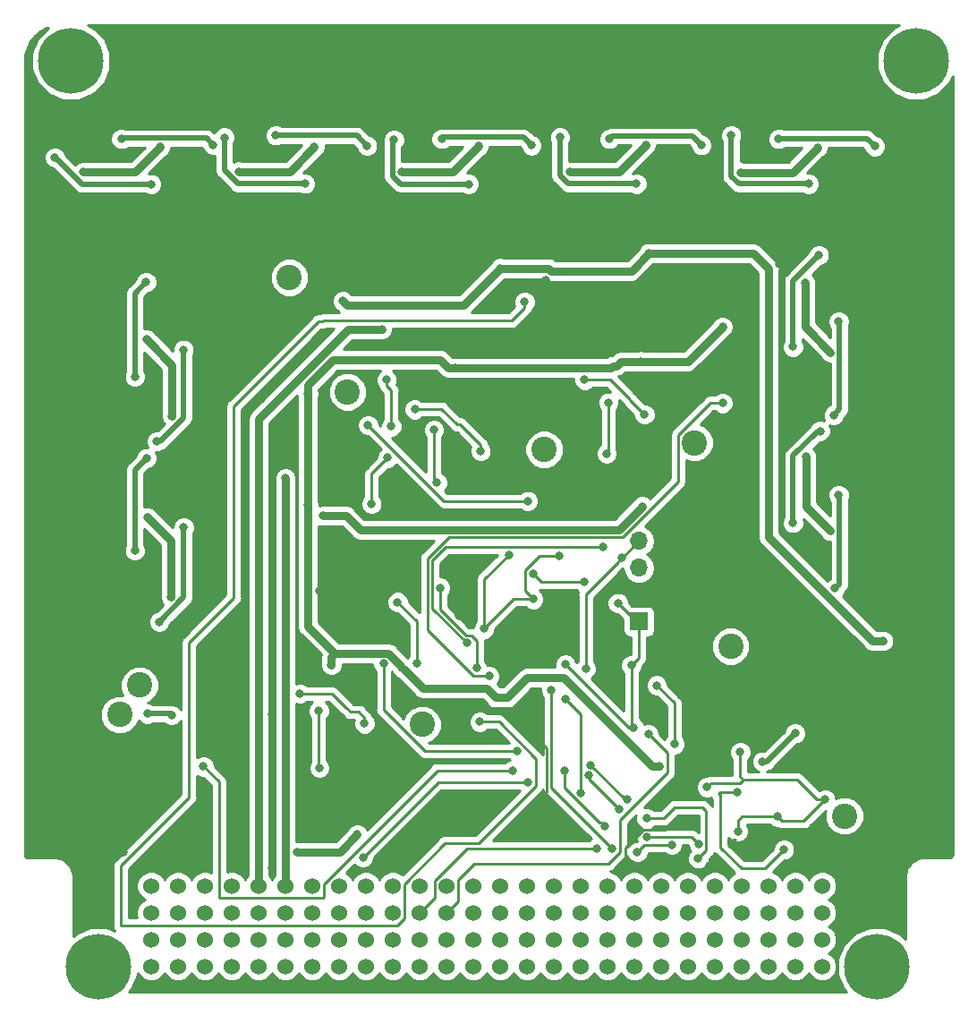
<source format=gbr>
G04 #@! TF.GenerationSoftware,KiCad,Pcbnew,(5.0.1-3-g963ef8bb5)*
G04 #@! TF.CreationDate,2021-05-26T22:53:26+02:00*
G04 #@! TF.ProjectId,EPS_v3_NanoSatLab,4550535F76335F4E616E6F5361744C61,rev?*
G04 #@! TF.SameCoordinates,Original*
G04 #@! TF.FileFunction,Copper,L2,Bot,Signal*
G04 #@! TF.FilePolarity,Positive*
%FSLAX46Y46*%
G04 Gerber Fmt 4.6, Leading zero omitted, Abs format (unit mm)*
G04 Created by KiCad (PCBNEW (5.0.1-3-g963ef8bb5)) date 2021 May 26, Wednesday 22:53:26*
%MOMM*%
%LPD*%
G01*
G04 APERTURE LIST*
G04 #@! TA.AperFunction,ComponentPad*
%ADD10C,1.524000*%
G04 #@! TD*
G04 #@! TA.AperFunction,ComponentPad*
%ADD11C,6.200000*%
G04 #@! TD*
G04 #@! TA.AperFunction,ComponentPad*
%ADD12O,1.700000X1.700000*%
G04 #@! TD*
G04 #@! TA.AperFunction,ComponentPad*
%ADD13R,1.700000X1.700000*%
G04 #@! TD*
G04 #@! TA.AperFunction,ComponentPad*
%ADD14C,2.400000*%
G04 #@! TD*
G04 #@! TA.AperFunction,ViaPad*
%ADD15C,0.800000*%
G04 #@! TD*
G04 #@! TA.AperFunction,Conductor*
%ADD16C,0.750000*%
G04 #@! TD*
G04 #@! TA.AperFunction,Conductor*
%ADD17C,0.250000*%
G04 #@! TD*
G04 #@! TA.AperFunction,Conductor*
%ADD18C,0.500000*%
G04 #@! TD*
G04 #@! TA.AperFunction,Conductor*
%ADD19C,0.254000*%
G04 #@! TD*
G04 APERTURE END LIST*
D10*
G04 #@! TO.P,J110,P$104*
G04 #@! TO.N,Net-(J110-PadP$104)*
X111844775Y-137184842D03*
G04 #@! TO.P,J110,P$103*
G04 #@! TO.N,Net-(J110-PadP$103)*
X111844775Y-134644842D03*
G04 #@! TO.P,J110,P$102*
G04 #@! TO.N,Net-(J110-PadP$102)*
X114384775Y-137184842D03*
G04 #@! TO.P,J110,P$101*
G04 #@! TO.N,Net-(J110-PadP$101)*
X114384775Y-134644842D03*
G04 #@! TO.P,J110,P$100*
G04 #@! TO.N,Net-(J110-PadP$100)*
X116924775Y-137184842D03*
G04 #@! TO.P,J110,P$99*
G04 #@! TO.N,Net-(J110-PadP$99)*
X116924775Y-134644842D03*
G04 #@! TO.P,J110,P$98*
G04 #@! TO.N,Net-(J110-PadP$98)*
X119464775Y-137184842D03*
G04 #@! TO.P,J110,P$97*
G04 #@! TO.N,Net-(J110-PadP$97)*
X119464775Y-134644842D03*
G04 #@! TO.P,J110,P$96*
G04 #@! TO.N,Net-(J110-PadP$96)*
X122004775Y-137184842D03*
G04 #@! TO.P,J110,P$95*
G04 #@! TO.N,Net-(J110-PadP$95)*
X122004775Y-134644842D03*
G04 #@! TO.P,J110,P$94*
G04 #@! TO.N,Net-(J110-PadP$94)*
X124544775Y-137184842D03*
G04 #@! TO.P,J110,P$93*
G04 #@! TO.N,Net-(J110-PadP$93)*
X124544775Y-134644842D03*
G04 #@! TO.P,J110,P$92*
G04 #@! TO.N,Net-(J110-PadP$92)*
X127084775Y-137184842D03*
G04 #@! TO.P,J110,P$91*
G04 #@! TO.N,Net-(J110-PadP$91)*
X127084775Y-134644842D03*
G04 #@! TO.P,J110,P$90*
G04 #@! TO.N,Net-(J110-PadP$90)*
X129624775Y-137184842D03*
G04 #@! TO.P,J110,P$89*
G04 #@! TO.N,Net-(J110-PadP$89)*
X129624775Y-134644842D03*
G04 #@! TO.P,J110,P$88*
G04 #@! TO.N,Net-(J110-PadP$88)*
X132164775Y-137184842D03*
G04 #@! TO.P,J110,P$87*
G04 #@! TO.N,Net-(J110-PadP$87)*
X132164775Y-134644842D03*
G04 #@! TO.P,J110,P$86*
G04 #@! TO.N,Net-(J110-PadP$86)*
X134704775Y-137184842D03*
G04 #@! TO.P,J110,P$85*
G04 #@! TO.N,Net-(J110-PadP$85)*
X134704775Y-134644842D03*
G04 #@! TO.P,J110,P$84*
G04 #@! TO.N,Net-(J110-PadP$84)*
X137244775Y-137184842D03*
G04 #@! TO.P,J110,P$83*
G04 #@! TO.N,Net-(J110-PadP$83)*
X137244775Y-134644842D03*
G04 #@! TO.P,J110,P$82*
G04 #@! TO.N,Net-(J110-PadP$82)*
X139784775Y-137184842D03*
G04 #@! TO.P,J110,P$81*
G04 #@! TO.N,Net-(J110-PadP$81)*
X139784775Y-134644842D03*
G04 #@! TO.P,J110,P$80*
G04 #@! TO.N,Net-(J110-PadP$80)*
X142324775Y-137184842D03*
G04 #@! TO.P,J110,P$79*
G04 #@! TO.N,Net-(J110-PadP$79)*
X142324775Y-134644842D03*
G04 #@! TO.P,J110,P$78*
G04 #@! TO.N,Net-(J110-PadP$78)*
X144864775Y-137184842D03*
G04 #@! TO.P,J110,P$77*
G04 #@! TO.N,Net-(J110-PadP$77)*
X144864775Y-134644842D03*
G04 #@! TO.P,J110,P$76*
G04 #@! TO.N,Net-(J110-PadP$76)*
X147404775Y-137184842D03*
G04 #@! TO.P,J110,P$75*
G04 #@! TO.N,Net-(J110-PadP$75)*
X147404775Y-134644842D03*
G04 #@! TO.P,J110,P$74*
G04 #@! TO.N,Net-(J110-PadP$74)*
X149944775Y-137184842D03*
G04 #@! TO.P,J110,P$73*
G04 #@! TO.N,Net-(J110-PadP$73)*
X149944775Y-134644842D03*
G04 #@! TO.P,J110,P$72*
G04 #@! TO.N,Net-(J110-PadP$72)*
X152484775Y-137184842D03*
G04 #@! TO.P,J110,P$71*
G04 #@! TO.N,Net-(J110-PadP$71)*
X152484775Y-134644842D03*
G04 #@! TO.P,J110,P$70*
G04 #@! TO.N,Net-(J110-PadP$70)*
X155024775Y-137184842D03*
G04 #@! TO.P,J110,P$69*
G04 #@! TO.N,Net-(J110-PadP$69)*
X155024775Y-134644842D03*
G04 #@! TO.P,J110,P$68*
G04 #@! TO.N,Net-(J110-PadP$68)*
X157564775Y-137184842D03*
G04 #@! TO.P,J110,P$67*
G04 #@! TO.N,Net-(J110-PadP$67)*
X157564775Y-134644842D03*
G04 #@! TO.P,J110,P$66*
G04 #@! TO.N,Net-(J110-PadP$66)*
X160104775Y-137184842D03*
G04 #@! TO.P,J110,P$65*
G04 #@! TO.N,Net-(J110-PadP$65)*
X160104775Y-134644842D03*
G04 #@! TO.P,J110,P$64*
G04 #@! TO.N,Net-(J110-PadP$64)*
X162644775Y-137184842D03*
G04 #@! TO.P,J110,P$63*
G04 #@! TO.N,Net-(J110-PadP$63)*
X162644775Y-134644842D03*
G04 #@! TO.P,J110,P$62*
G04 #@! TO.N,Net-(J110-PadP$62)*
X165184775Y-137184842D03*
G04 #@! TO.P,J110,P$61*
G04 #@! TO.N,Net-(J110-PadP$61)*
X165184775Y-134644842D03*
G04 #@! TO.P,J110,P$60*
G04 #@! TO.N,Net-(J110-PadP$60)*
X167724775Y-137184842D03*
G04 #@! TO.P,J110,P$59*
G04 #@! TO.N,Net-(J110-PadP$59)*
X167724775Y-134644842D03*
G04 #@! TO.P,J110,P$58*
G04 #@! TO.N,Net-(J110-PadP$58)*
X170264775Y-137184842D03*
G04 #@! TO.P,J110,P$57*
G04 #@! TO.N,Net-(J110-PadP$57)*
X170264775Y-134644842D03*
G04 #@! TO.P,J110,P$56*
G04 #@! TO.N,Net-(J110-PadP$56)*
X172804775Y-137184842D03*
G04 #@! TO.P,J110,P$55*
G04 #@! TO.N,Net-(J110-PadP$55)*
X172804775Y-134644842D03*
G04 #@! TO.P,J110,P$54*
G04 #@! TO.N,Net-(J110-PadP$54)*
X175344775Y-137184842D03*
G04 #@! TO.P,J110,P$53*
G04 #@! TO.N,Net-(J110-PadP$53)*
X175344775Y-134644842D03*
G04 #@! TO.P,J110,P$52*
G04 #@! TO.N,Net-(J110-PadP$52)*
X111844775Y-132104842D03*
G04 #@! TO.P,J110,P$51*
G04 #@! TO.N,Net-(J110-PadP$51)*
X111844775Y-129564842D03*
G04 #@! TO.P,J110,P$50*
G04 #@! TO.N,Net-(J110-PadP$50)*
X114384775Y-132104842D03*
G04 #@! TO.P,J110,P$49*
G04 #@! TO.N,Net-(J110-PadP$49)*
X114384775Y-129564842D03*
G04 #@! TO.P,J110,P$48*
G04 #@! TO.N,Net-(J110-PadP$48)*
X116924775Y-132104842D03*
G04 #@! TO.P,J110,P$47*
G04 #@! TO.N,Net-(J110-PadP$47)*
X116924775Y-129564842D03*
G04 #@! TO.P,J110,P$46*
G04 #@! TO.N,Net-(J110-PadP$46)*
X119464775Y-132104842D03*
G04 #@! TO.P,J110,P$45*
G04 #@! TO.N,/12V_SC*
X119464775Y-129564842D03*
G04 #@! TO.P,J110,P$44*
G04 #@! TO.N,Net-(J110-PadP$44)*
X122004775Y-132104842D03*
G04 #@! TO.P,J110,P$43*
G04 #@! TO.N,VDD*
X122004775Y-129564842D03*
G04 #@! TO.P,J110,P$42*
G04 #@! TO.N,Net-(J110-PadP$42)*
X124544775Y-132104842D03*
G04 #@! TO.P,J110,P$41*
G04 #@! TO.N,/5V_BAT*
X124544775Y-129564842D03*
G04 #@! TO.P,J110,P$40*
G04 #@! TO.N,Net-(J110-PadP$40)*
X127084775Y-132104842D03*
G04 #@! TO.P,J110,P$39*
G04 #@! TO.N,/12V_BAT*
X127084775Y-129564842D03*
G04 #@! TO.P,J110,P$38*
G04 #@! TO.N,Net-(J110-PadP$38)*
X129624775Y-132104842D03*
G04 #@! TO.P,J110,P$37*
G04 #@! TO.N,Net-(J110-PadP$37)*
X129624775Y-129564842D03*
G04 #@! TO.P,J110,P$36*
G04 #@! TO.N,Net-(J110-PadP$36)*
X132164775Y-132104842D03*
G04 #@! TO.P,J110,P$35*
G04 #@! TO.N,Net-(J110-PadP$35)*
X132164775Y-129564842D03*
G04 #@! TO.P,J110,P$34*
G04 #@! TO.N,Net-(J110-PadP$34)*
X134704775Y-132104842D03*
G04 #@! TO.P,J110,P$33*
G04 #@! TO.N,Net-(J110-PadP$33)*
X134704775Y-129564842D03*
G04 #@! TO.P,J110,P$32*
G04 #@! TO.N,/I2C2_SDA*
X137244775Y-132104842D03*
G04 #@! TO.P,J110,P$31*
G04 #@! TO.N,/SPI1_MOSI*
X137244775Y-129564842D03*
G04 #@! TO.P,J110,P$30*
G04 #@! TO.N,/I2C2_SCL*
X139784775Y-132104842D03*
G04 #@! TO.P,J110,P$29*
G04 #@! TO.N,/SPI1_MISO*
X139784775Y-129564842D03*
G04 #@! TO.P,J110,P$28*
G04 #@! TO.N,Net-(J110-PadP$28)*
X142324775Y-132104842D03*
G04 #@! TO.P,J110,P$27*
G04 #@! TO.N,/SPI1_SCK*
X142324775Y-129564842D03*
G04 #@! TO.P,J110,P$26*
G04 #@! TO.N,/LPUART1_TX*
X144864775Y-132104842D03*
G04 #@! TO.P,J110,P$25*
G04 #@! TO.N,/SPI1_NSS*
X144864775Y-129564842D03*
G04 #@! TO.P,J110,P$24*
G04 #@! TO.N,/LPUART1_RX*
X147404775Y-132104842D03*
G04 #@! TO.P,J110,P$23*
G04 #@! TO.N,Net-(J110-PadP$23)*
X147404775Y-129564842D03*
G04 #@! TO.P,J110,P$22*
G04 #@! TO.N,Net-(J110-PadP$22)*
X149944775Y-132104842D03*
G04 #@! TO.P,J110,P$21*
G04 #@! TO.N,/SWCLK*
X149944775Y-129564842D03*
G04 #@! TO.P,J110,P$20*
G04 #@! TO.N,Net-(J110-PadP$20)*
X152484775Y-132104842D03*
G04 #@! TO.P,J110,P$19*
G04 #@! TO.N,/SWDIO*
X152484775Y-129564842D03*
G04 #@! TO.P,J110,P$18*
G04 #@! TO.N,Net-(J110-PadP$18)*
X155024775Y-132104842D03*
G04 #@! TO.P,J110,P$17*
G04 #@! TO.N,Net-(J110-PadP$17)*
X155024775Y-129564842D03*
G04 #@! TO.P,J110,P$16*
G04 #@! TO.N,Net-(J110-PadP$16)*
X157564775Y-132104842D03*
G04 #@! TO.P,J110,P$15*
G04 #@! TO.N,/NRST_MCU*
X157564775Y-129564842D03*
G04 #@! TO.P,J110,P$14*
G04 #@! TO.N,Net-(J110-PadP$14)*
X160104775Y-132104842D03*
G04 #@! TO.P,J110,P$13*
G04 #@! TO.N,Net-(J110-PadP$13)*
X160104775Y-129564842D03*
G04 #@! TO.P,J110,P$12*
G04 #@! TO.N,Net-(J110-PadP$12)*
X162644775Y-132104842D03*
G04 #@! TO.P,J110,P$11*
G04 #@! TO.N,/PV_BLOCKS*
X162644775Y-129564842D03*
G04 #@! TO.P,J110,P$10*
G04 #@! TO.N,Net-(J110-PadP$10)*
X165184775Y-132104842D03*
G04 #@! TO.P,J110,P$9*
G04 #@! TO.N,Net-(J110-PadP$9)*
X165184775Y-129564842D03*
G04 #@! TO.P,J110,P$8*
G04 #@! TO.N,Net-(J110-PadP$8)*
X167724775Y-132104842D03*
G04 #@! TO.P,J110,P$7*
G04 #@! TO.N,Net-(J110-PadP$7)*
X167724775Y-129564842D03*
G04 #@! TO.P,J110,P$6*
G04 #@! TO.N,Net-(J110-PadP$6)*
X170264775Y-132104842D03*
G04 #@! TO.P,J110,P$5*
G04 #@! TO.N,Net-(J110-PadP$5)*
X170264775Y-129564842D03*
G04 #@! TO.P,J110,P$4*
G04 #@! TO.N,Net-(J110-PadP$4)*
X172804775Y-132104842D03*
G04 #@! TO.P,J110,P$3*
G04 #@! TO.N,Net-(J110-PadP$3)*
X172804775Y-129564842D03*
G04 #@! TO.P,J110,P$2*
G04 #@! TO.N,Net-(J110-PadP$2)*
X175344775Y-132104842D03*
G04 #@! TO.P,J110,P$1*
G04 #@! TO.N,Net-(J110-PadP$1)*
X175344775Y-129564842D03*
D11*
G04 #@! TO.P,J110,MOUNT@4*
G04 #@! TO.N,N/C*
X106844775Y-137213642D03*
G04 #@! TO.P,J110,MOUNT@3*
X180544775Y-137213642D03*
G04 #@! TO.P,J110,MOUNT@1*
X184244775Y-51513642D03*
G04 #@! TO.P,J110,MOUNT@2*
X104244775Y-51513642D03*
G04 #@! TD*
D12*
G04 #@! TO.P,J201,4*
G04 #@! TO.N,/SWCLK*
X158000775Y-96933642D03*
G04 #@! TO.P,J201,3*
G04 #@! TO.N,/SWDIO*
X158000775Y-99473642D03*
G04 #@! TO.P,J201,2*
G04 #@! TO.N,GND*
X158000775Y-102013642D03*
D13*
G04 #@! TO.P,J201,1*
G04 #@! TO.N,VDD*
X158000775Y-104553642D03*
G04 #@! TD*
D14*
G04 #@! TO.P,TP301,1*
G04 #@! TO.N,Net-(C303-Pad1)*
X149030000Y-88280000D03*
G04 #@! TD*
G04 #@! TO.P,TP302,1*
G04 #@! TO.N,Net-(C304-Pad1)*
X137490775Y-114293642D03*
G04 #@! TD*
G04 #@! TO.P,TP303,1*
G04 #@! TO.N,Net-(C312-Pad1)*
X163240775Y-87643642D03*
G04 #@! TD*
G04 #@! TO.P,TP304,1*
G04 #@! TO.N,/EPS - Converters/VSW_3V3_BAT*
X130410775Y-82833642D03*
G04 #@! TD*
G04 #@! TO.P,TP401,1*
G04 #@! TO.N,/SC_MID*
X108874882Y-113358697D03*
G04 #@! TD*
G04 #@! TO.P,TP402,1*
G04 #@! TO.N,/SC_TOP*
X110744882Y-110568697D03*
G04 #@! TD*
G04 #@! TO.P,TP501,1*
G04 #@! TO.N,Net-(C502-Pad1)*
X166690775Y-106883642D03*
G04 #@! TD*
G04 #@! TO.P,TP502,1*
G04 #@! TO.N,Net-(R507-Pad1)*
X177454145Y-122948514D03*
G04 #@! TD*
G04 #@! TO.P,TP601,1*
G04 #@! TO.N,/PV_BLOCKS*
X124930000Y-72000000D03*
G04 #@! TD*
D15*
G04 #@! TO.N,VDD*
X133680775Y-76923642D03*
X156010775Y-102813642D03*
X157280775Y-108703642D03*
X157520775Y-114563642D03*
X150440775Y-98323642D03*
X148010775Y-102429641D03*
X151050775Y-108593642D03*
X143360775Y-105223642D03*
X145700775Y-98218642D03*
X147480775Y-93153642D03*
X132370775Y-85976644D03*
G04 #@! TO.N,Net-(C310-Pad1)*
X143020000Y-88430000D03*
X136790775Y-84483642D03*
G04 #@! TO.N,Net-(C311-Pad1)*
X132040000Y-114200000D03*
X125920775Y-111383642D03*
G04 #@! TO.N,Net-(C318-Pad1)*
X158530775Y-84973642D03*
X152870775Y-81703642D03*
G04 #@! TO.N,/5V_BAT*
X124544775Y-91003642D03*
G04 #@! TO.N,/12V_SC*
X125670775Y-126343642D03*
X131360775Y-124663642D03*
G04 #@! TO.N,/12V_BAT*
X128080775Y-94543642D03*
X158300775Y-93653642D03*
G04 #@! TO.N,Net-(C504-Pad1)*
X167308273Y-120669493D03*
X171728273Y-126129146D03*
G04 #@! TO.N,Net-(C507-Pad1)*
X172780000Y-115120000D03*
X169700000Y-117800000D03*
G04 #@! TO.N,/EPS - Batteries/INTVCC*
X167600000Y-116900000D03*
X164424152Y-120209594D03*
X175620000Y-121400000D03*
X167370000Y-124390000D03*
X171121171Y-123018829D03*
G04 #@! TO.N,Net-(C601-Pad1)*
X114930775Y-95663642D03*
X112608777Y-104593642D03*
G04 #@! TO.N,Net-(C602-Pad1)*
X114910775Y-78853642D03*
X112390775Y-87503642D03*
G04 #@! TO.N,Net-(C603-Pad1)*
X111860775Y-63183642D03*
X102730775Y-60653642D03*
G04 #@! TO.N,Net-(C607-Pad1)*
X111410775Y-89093642D03*
X110314275Y-97843642D03*
G04 #@! TO.N,Net-(C608-Pad1)*
X111370775Y-72463642D03*
X110314275Y-81373642D03*
G04 #@! TO.N,Net-(C609-Pad1)*
X117706223Y-59461279D03*
X109020775Y-58903642D03*
G04 #@! TO.N,Net-(C610-Pad1)*
X126400775Y-63133642D03*
X118770775Y-58773642D03*
G04 #@! TO.N,Net-(C611-Pad1)*
X141900775Y-63163642D03*
X134820775Y-58983642D03*
G04 #@! TO.N,Net-(C612-Pad1)*
X157770775Y-63153642D03*
X150530775Y-58753642D03*
G04 #@! TO.N,Net-(C616-Pad1)*
X132270775Y-59543642D03*
X123630775Y-58567142D03*
G04 #@! TO.N,Net-(C617-Pad1)*
X147829774Y-59519435D03*
X139340775Y-58903642D03*
G04 #@! TO.N,Net-(C618-Pad1)*
X163923132Y-59495891D03*
X155200775Y-58903642D03*
G04 #@! TO.N,Net-(C619-Pad1)*
X174070775Y-63153642D03*
X166730775Y-58553642D03*
G04 #@! TO.N,Net-(C620-Pad1)*
X172580775Y-78563642D03*
X175030775Y-69903642D03*
G04 #@! TO.N,Net-(C621-Pad1)*
X172580775Y-95223642D03*
X175140775Y-86533642D03*
G04 #@! TO.N,Net-(C625-Pad1)*
X180310775Y-59603642D03*
X171230775Y-58903642D03*
G04 #@! TO.N,Net-(C626-Pad1)*
X176444448Y-85020160D03*
X176900151Y-76153642D03*
G04 #@! TO.N,Net-(C627-Pad1)*
X176569912Y-101425161D03*
X176900151Y-92573642D03*
G04 #@! TO.N,Net-(D601-Pad2)*
X111500775Y-94693642D03*
X113720775Y-102223642D03*
G04 #@! TO.N,Net-(D602-Pad2)*
X111420775Y-77893642D03*
X113810775Y-85113642D03*
G04 #@! TO.N,Net-(D603-Pad2)*
X112680775Y-59673642D03*
X105420775Y-62053642D03*
G04 #@! TO.N,Net-(D607-Pad2)*
X127290775Y-59643642D03*
X120150775Y-61983642D03*
G04 #@! TO.N,Net-(D608-Pad2)*
X142810775Y-59603642D03*
X135550775Y-62023642D03*
G04 #@! TO.N,Net-(D609-Pad2)*
X158670775Y-59483642D03*
X151460775Y-62043642D03*
G04 #@! TO.N,Net-(D613-Pad2)*
X174890775Y-59703642D03*
X167620775Y-62073642D03*
G04 #@! TO.N,Net-(D614-Pad2)*
X176150775Y-79113642D03*
X173730775Y-72493642D03*
G04 #@! TO.N,Net-(D615-Pad2)*
X176110775Y-95983642D03*
X173800775Y-88913642D03*
G04 #@! TO.N,/PV_BLOCKS*
X158160775Y-79943642D03*
X165910775Y-76663642D03*
X140630775Y-80543642D03*
X126700775Y-82993642D03*
X128900775Y-108643642D03*
X159980775Y-118233642D03*
X126700775Y-93513642D03*
G04 #@! TO.N,/NRST_MCU*
X155470775Y-126023642D03*
X149690775Y-111043642D03*
G04 #@! TO.N,/SWCLK*
X152500775Y-120743642D03*
X151050775Y-111903642D03*
X152960775Y-109033642D03*
X156350775Y-98533642D03*
G04 #@! TO.N,/SPI1_SCK*
X141710775Y-106583642D03*
X154570775Y-97493642D03*
G04 #@! TO.N,/SPI1_MISO*
X147990775Y-100031131D03*
X152790775Y-100838642D03*
G04 #@! TO.N,/I2C2_SCL*
X158900775Y-115203642D03*
G04 #@! TO.N,/I2C2_SDA*
X154020775Y-126003642D03*
X161360775Y-116153642D03*
X159685775Y-110593642D03*
G04 #@! TO.N,/EPS - Batteries/V_BAT*
X181120775Y-106373642D03*
X158960775Y-69703642D03*
X144900000Y-71130000D03*
X129990000Y-74240000D03*
G04 #@! TO.N,/SC_MID*
X111470775Y-113273642D03*
X113770775Y-113403642D03*
G04 #@! TO.N,/EPS - Converters/SW_5V_BAT_uC*
X142940775Y-114043642D03*
X147180775Y-74323642D03*
G04 #@! TO.N,/EPS - Converters/SW_12V_SC_uC*
X146440775Y-116793642D03*
X135170775Y-102713642D03*
X137020775Y-108513642D03*
X133830775Y-108533642D03*
G04 #@! TO.N,/EPS - MCU/\002APFO_SC*
X147530775Y-119763642D03*
X131890775Y-126873642D03*
G04 #@! TO.N,/EPS - Batteries/BAT_CHG_STAT1*
X153454627Y-118140180D03*
X156890775Y-121393642D03*
X158730775Y-123163642D03*
X163620000Y-126980000D03*
G04 #@! TO.N,/EPS - Converters/SW_12V_BAT_uC*
X143850775Y-109723642D03*
X165910776Y-83893642D03*
G04 #@! TO.N,/EPS - Converters/SW_3V3_BAT_uC*
X134570775Y-86103642D03*
X134230775Y-89063642D03*
X132700775Y-93428642D03*
X139165775Y-101353642D03*
X142650775Y-108963642D03*
X134130775Y-81703642D03*
G04 #@! TO.N,/EPS - MCU/PGOOD_SC*
X146080775Y-118643642D03*
X116800775Y-118263642D03*
G04 #@! TO.N,/EPS - Batteries/BAT_CHG_ISMON*
X150980775Y-118653642D03*
X161129566Y-125684966D03*
X157860775Y-126343642D03*
X154745775Y-123913642D03*
G04 #@! TO.N,/EPS - Batteries/BAT_CHG_STAT0*
X163660775Y-125603642D03*
X158767981Y-124959966D03*
X156140775Y-122323642D03*
X153225775Y-119113642D03*
G04 #@! TO.N,Net-(R334-Pad2)*
X138600775Y-86433642D03*
X138900775Y-91433642D03*
G04 #@! TO.N,Net-(R336-Pad2)*
X127710775Y-113003642D03*
X127770775Y-118403642D03*
G04 #@! TO.N,Net-(R340-Pad2)*
X155120775Y-83843642D03*
X154940775Y-88673642D03*
G04 #@! TO.N,GND*
X123400000Y-90300000D03*
X100920775Y-121263642D03*
X102920775Y-123263642D03*
X104920775Y-123263642D03*
X100920775Y-123263642D03*
X102920775Y-121263642D03*
X104920775Y-121263642D03*
X100920775Y-85603642D03*
X102920775Y-87603642D03*
X104920775Y-87603642D03*
X100920775Y-87603642D03*
X102920775Y-85603642D03*
X104920775Y-85603642D03*
X182660775Y-86983642D03*
X184660775Y-88983642D03*
X186660775Y-88983642D03*
X182660775Y-88983642D03*
X184660775Y-86983642D03*
X186660775Y-86983642D03*
X182430775Y-103553642D03*
X184430775Y-105553642D03*
X186430775Y-105553642D03*
X182430775Y-105553642D03*
X184430775Y-103553642D03*
X186430775Y-103553642D03*
X146270775Y-113573642D03*
X145940775Y-120863642D03*
X166300000Y-117000000D03*
X186010775Y-57983642D03*
X179070775Y-87223642D03*
X172260775Y-86383642D03*
X172485680Y-81071918D03*
X175490775Y-76413642D03*
X175220775Y-92733642D03*
X172537750Y-96933642D03*
X131600775Y-89073642D03*
X116700000Y-107900000D03*
X117060775Y-102213642D03*
X112340775Y-97763642D03*
X114990000Y-87250000D03*
X115320775Y-93883642D03*
X110470775Y-86513642D03*
X112470933Y-81231591D03*
X113470000Y-69520000D03*
X115290775Y-76963642D03*
X114370775Y-63303642D03*
X120980775Y-65303642D03*
X123940775Y-60603642D03*
X109382878Y-60483642D03*
X128430410Y-63266043D03*
X136480775Y-65313642D03*
X139600775Y-60633642D03*
X144352741Y-63277296D03*
X122300000Y-83500000D03*
X155512878Y-60553642D03*
X160266956Y-63309177D03*
X171600775Y-60523642D03*
X176350775Y-63313642D03*
X149170775Y-72303642D03*
X136450000Y-72920000D03*
X162920775Y-74593642D03*
X169290000Y-124090000D03*
X156830775Y-87293642D03*
X123300000Y-113300000D03*
X135360775Y-126173642D03*
X140460775Y-98873642D03*
X145530775Y-105953642D03*
X147960775Y-104103642D03*
X149540775Y-102273642D03*
X129620775Y-116843642D03*
X126430775Y-112863642D03*
X110940775Y-118293642D03*
X164660775Y-127643642D03*
X161380775Y-123873642D03*
X159890775Y-121383642D03*
X154230775Y-110053642D03*
X109210775Y-126343642D03*
X127950775Y-122953642D03*
X136370775Y-99383642D03*
X126840775Y-107973642D03*
X140350775Y-90023642D03*
X142290775Y-100173642D03*
X162910775Y-77583642D03*
X123280000Y-77920000D03*
X133030775Y-83833642D03*
X135560000Y-87160000D03*
X137340775Y-81813642D03*
X135370775Y-118453642D03*
X147380775Y-123133642D03*
X115010775Y-126083642D03*
X138870775Y-123773642D03*
X123320775Y-127873642D03*
X164250775Y-99423642D03*
X164250775Y-102283642D03*
X164250775Y-95873642D03*
X164330775Y-92013642D03*
X175430775Y-112943642D03*
X172520000Y-112100000D03*
X174390775Y-109133642D03*
X174390775Y-105273642D03*
X171200000Y-103700000D03*
X167700000Y-103700000D03*
X185340775Y-123663642D03*
X186010775Y-59983642D03*
X186010775Y-61983642D03*
X186010775Y-63983642D03*
X186010775Y-65983642D03*
X184010775Y-57983642D03*
X184010775Y-59983642D03*
X184010775Y-61983642D03*
X184010775Y-63983642D03*
X184010775Y-65983642D03*
X183340775Y-123663642D03*
X181340775Y-123663642D03*
X181340775Y-125663642D03*
X181340775Y-127663642D03*
X181340775Y-129663642D03*
X185340775Y-121663642D03*
X185340775Y-119663642D03*
X183340775Y-119663642D03*
X183340775Y-121663642D03*
X101120775Y-65503642D03*
X101120775Y-67503642D03*
X101120775Y-69503642D03*
X101620775Y-65503642D03*
X101620775Y-67503642D03*
X103120775Y-69503642D03*
X103620775Y-65503642D03*
X103620775Y-67503642D03*
X105120775Y-69503642D03*
X100920775Y-102573642D03*
X100920775Y-104573642D03*
X102920775Y-102573642D03*
X102920775Y-104573642D03*
X104920775Y-102573642D03*
X104920775Y-104573642D03*
X145210775Y-55553642D03*
X129330775Y-54973642D03*
X114900775Y-55983642D03*
X161080775Y-56063642D03*
X107200775Y-75523642D03*
X107350775Y-92043642D03*
X179900775Y-82013642D03*
X179830775Y-98363642D03*
X177170775Y-56053642D03*
X140985774Y-103980861D03*
X127740775Y-101603642D03*
X171300000Y-70700000D03*
G04 #@! TD*
D16*
G04 #@! TO.N,VDD*
X122004775Y-85416640D02*
X130497773Y-76923642D01*
X122004775Y-129564842D02*
X122004775Y-85416640D01*
X130497773Y-76923642D02*
X133680775Y-76923642D01*
D17*
X157750775Y-104553642D02*
X158000775Y-104553642D01*
X156010775Y-102813642D02*
X157750775Y-104553642D01*
X158000775Y-107983642D02*
X157280775Y-108703642D01*
X158000775Y-104553642D02*
X158000775Y-107983642D01*
X157280775Y-114323642D02*
X157520775Y-114563642D01*
X157280775Y-108703642D02*
X157280775Y-114323642D01*
X147265774Y-99683130D02*
X147265774Y-101684640D01*
X148625262Y-98323642D02*
X147265774Y-99683130D01*
X150440775Y-98323642D02*
X148625262Y-98323642D01*
X147265774Y-101684640D02*
X148010775Y-102429641D01*
X157020775Y-114563642D02*
X157520775Y-114563642D01*
X151050775Y-108593642D02*
X157020775Y-114563642D01*
X146154776Y-102429641D02*
X148010775Y-102429641D01*
X143360775Y-105223642D02*
X146154776Y-102429641D01*
X143360775Y-100558642D02*
X145700775Y-98218642D01*
X143360775Y-105223642D02*
X143360775Y-100558642D01*
X139547773Y-93153642D02*
X132370775Y-85976644D01*
X147480775Y-93153642D02*
X139547773Y-93153642D01*
X132370775Y-85976644D02*
X132280775Y-85886644D01*
G04 #@! TO.N,Net-(C310-Pad1)*
X143020000Y-87830000D02*
X143020000Y-88430000D01*
X141098644Y-85908644D02*
X143020000Y-87830000D01*
X140775777Y-85908644D02*
X141098644Y-85908644D01*
X139310775Y-84443642D02*
X140775777Y-85908644D01*
X136830775Y-84443642D02*
X139310775Y-84443642D01*
X136790775Y-84483642D02*
X136830775Y-84443642D01*
G04 #@! TO.N,Net-(C311-Pad1)*
X125930775Y-111393642D02*
X125920775Y-111383642D01*
X130320775Y-112753642D02*
X128960775Y-111393642D01*
X130330775Y-112753642D02*
X130320775Y-112753642D01*
X128960775Y-111393642D02*
X125930775Y-111393642D01*
X130690775Y-113113642D02*
X130330775Y-112753642D01*
X131519327Y-113113642D02*
X130690775Y-113113642D01*
X132040000Y-113634315D02*
X131519327Y-113113642D01*
X132040000Y-114200000D02*
X132040000Y-113634315D01*
G04 #@! TO.N,Net-(C318-Pad1)*
X158530775Y-84973642D02*
X157151775Y-83594642D01*
X157151775Y-83594642D02*
X157151775Y-83564642D01*
X157151775Y-83564642D02*
X155283095Y-81695962D01*
X153523095Y-81703642D02*
X152870775Y-81703642D01*
X153530775Y-81695962D02*
X153523095Y-81703642D01*
X155283095Y-81695962D02*
X153530775Y-81695962D01*
X153530775Y-81695962D02*
X153336394Y-81695962D01*
D16*
G04 #@! TO.N,/5V_BAT*
X124544775Y-129564842D02*
X124544775Y-91003642D01*
G04 #@! TO.N,/12V_SC*
X129680775Y-126343642D02*
X131360775Y-124663642D01*
X125670775Y-126343642D02*
X129680775Y-126343642D01*
G04 #@! TO.N,/12V_BAT*
X130310775Y-94543642D02*
X128080775Y-94543642D01*
X131700775Y-95853642D02*
X131660775Y-95893642D01*
X156100775Y-95853642D02*
X131700775Y-95853642D01*
X158300775Y-93653642D02*
X156100775Y-95853642D01*
X131660775Y-95893642D02*
X130310775Y-94543642D01*
D17*
G04 #@! TO.N,Net-(C504-Pad1)*
X165737473Y-120669493D02*
X165530775Y-120876191D01*
X167308273Y-120669493D02*
X165737473Y-120669493D01*
X167692774Y-127928643D02*
X169928776Y-127928643D01*
X165737473Y-125973342D02*
X167692774Y-127928643D01*
X169928776Y-127928643D02*
X171728273Y-126129146D01*
X165737473Y-120669493D02*
X165737473Y-125973342D01*
D18*
G04 #@! TO.N,Net-(C507-Pad1)*
X170100000Y-117800000D02*
X172780000Y-115120000D01*
X169700000Y-117800000D02*
X170100000Y-117800000D01*
D17*
G04 #@! TO.N,/EPS - Batteries/INTVCC*
X164824151Y-119809595D02*
X167586728Y-119809595D01*
X164424152Y-120209594D02*
X164824151Y-119809595D01*
X167586728Y-119809595D02*
X167560775Y-119783642D01*
X167586728Y-119809595D02*
X167870775Y-119525548D01*
X167870775Y-119525548D02*
X170640775Y-119525548D01*
X170640775Y-119525548D02*
X173002681Y-119525548D01*
X173379999Y-119902866D02*
X173357133Y-119880000D01*
X173002681Y-119525548D02*
X173357133Y-119880000D01*
X174877133Y-121400000D02*
X173002681Y-119525548D01*
X175620000Y-121400000D02*
X174877133Y-121400000D01*
X175220001Y-121799999D02*
X175620000Y-121400000D01*
X173601172Y-123418828D02*
X175220001Y-121799999D01*
X171521170Y-123418828D02*
X173601172Y-123418828D01*
X171121171Y-123018829D02*
X171521170Y-123418828D01*
X167370000Y-124390000D02*
X167370000Y-123370000D01*
X167721171Y-123018829D02*
X171121171Y-123018829D01*
X167370000Y-123370000D02*
X167721171Y-123018829D01*
X167600000Y-119254773D02*
X167600000Y-116900000D01*
X167870775Y-119525548D02*
X167600000Y-119254773D01*
D18*
G04 #@! TO.N,Net-(C601-Pad1)*
X114930775Y-102271644D02*
X112608777Y-104593642D01*
X114930775Y-95663642D02*
X114930775Y-102271644D01*
G04 #@! TO.N,Net-(C602-Pad1)*
X112678777Y-87503642D02*
X112390775Y-87503642D01*
X114910775Y-85271644D02*
X112678777Y-87503642D01*
X114910775Y-78853642D02*
X114910775Y-85271644D01*
G04 #@! TO.N,Net-(C603-Pad1)*
X102762773Y-60653642D02*
X102730775Y-60653642D01*
X105292773Y-63183642D02*
X102762773Y-60653642D01*
X111860775Y-63183642D02*
X105292773Y-63183642D01*
G04 #@! TO.N,Net-(C607-Pad1)*
X110314275Y-90190142D02*
X110314275Y-97843642D01*
X111410775Y-89093642D02*
X110314275Y-90190142D01*
G04 #@! TO.N,Net-(C608-Pad1)*
X110314275Y-73520142D02*
X110314275Y-81373642D01*
X111370775Y-72463642D02*
X110314275Y-73520142D01*
G04 #@! TO.N,Net-(C609-Pad1)*
X109100776Y-58823641D02*
X109020775Y-58903642D01*
X117068585Y-58823641D02*
X109100776Y-58823641D01*
X117706223Y-59461279D02*
X117068585Y-58823641D01*
G04 #@! TO.N,Net-(C610-Pad1)*
X120042773Y-63133642D02*
X118770775Y-61861644D01*
X118770775Y-61861644D02*
X118770775Y-58773642D01*
X126400775Y-63133642D02*
X120042773Y-63133642D01*
G04 #@! TO.N,Net-(C611-Pad1)*
X134700774Y-62431643D02*
X134700774Y-59103643D01*
X135432773Y-63163642D02*
X134700774Y-62431643D01*
X134700774Y-59103643D02*
X134820775Y-58983642D01*
X141900775Y-63163642D02*
X135432773Y-63163642D01*
G04 #@! TO.N,Net-(C612-Pad1)*
X150530775Y-62371644D02*
X150530775Y-58753642D01*
X151312773Y-63153642D02*
X150530775Y-62371644D01*
X157770775Y-63153642D02*
X151312773Y-63153642D01*
G04 #@! TO.N,Net-(C616-Pad1)*
X131294275Y-58567142D02*
X123630775Y-58567142D01*
X132270775Y-59543642D02*
X131294275Y-58567142D01*
G04 #@! TO.N,Net-(C617-Pad1)*
X139490776Y-58753641D02*
X139340775Y-58903642D01*
X147829774Y-59519435D02*
X147063980Y-58753641D01*
X147063980Y-58753641D02*
X139490776Y-58753641D01*
G04 #@! TO.N,Net-(C618-Pad1)*
X155470776Y-58633641D02*
X155200775Y-58903642D01*
X163060882Y-58633641D02*
X155470776Y-58633641D01*
X163923132Y-59495891D02*
X163060882Y-58633641D01*
G04 #@! TO.N,Net-(C619-Pad1)*
X166730775Y-62441644D02*
X166730775Y-58553642D01*
X167442773Y-63153642D02*
X166730775Y-62441644D01*
X174070775Y-63153642D02*
X167442773Y-63153642D01*
G04 #@! TO.N,Net-(C620-Pad1)*
X172580775Y-72353642D02*
X175030775Y-69903642D01*
X172580775Y-78563642D02*
X172580775Y-72353642D01*
G04 #@! TO.N,Net-(C621-Pad1)*
X174922773Y-86533642D02*
X175140775Y-86533642D01*
X172580775Y-88875640D02*
X174922773Y-86533642D01*
X172580775Y-95223642D02*
X172580775Y-88875640D01*
G04 #@! TO.N,Net-(C625-Pad1)*
X171280776Y-58853641D02*
X171230775Y-58903642D01*
X180310775Y-59603642D02*
X179560774Y-58853641D01*
X179560774Y-58853641D02*
X171280776Y-58853641D01*
G04 #@! TO.N,Net-(C626-Pad1)*
X176444448Y-85020160D02*
X177000776Y-84463832D01*
X177000776Y-76254267D02*
X176900151Y-76153642D01*
X177000776Y-84463832D02*
X177000776Y-76254267D01*
G04 #@! TO.N,Net-(C627-Pad1)*
X176969911Y-101025162D02*
X176969911Y-92643402D01*
X176569912Y-101425161D02*
X176969911Y-101025162D01*
X176969911Y-92643402D02*
X176900151Y-92573642D01*
D16*
G04 #@! TO.N,Net-(D601-Pad2)*
X113720775Y-96913642D02*
X113720775Y-102223642D01*
X111500775Y-94693642D02*
X113720775Y-96913642D01*
G04 #@! TO.N,Net-(D602-Pad2)*
X113810775Y-80283642D02*
X113810775Y-85113642D01*
X111420775Y-77893642D02*
X113810775Y-80283642D01*
G04 #@! TO.N,Net-(D603-Pad2)*
X110300775Y-62053642D02*
X105420775Y-62053642D01*
X112680775Y-59673642D02*
X110300775Y-62053642D01*
G04 #@! TO.N,Net-(D607-Pad2)*
X124950775Y-61983642D02*
X120150775Y-61983642D01*
X127290775Y-59643642D02*
X124950775Y-61983642D01*
G04 #@! TO.N,Net-(D608-Pad2)*
X140390775Y-62023642D02*
X135550775Y-62023642D01*
X142810775Y-59603642D02*
X140390775Y-62023642D01*
G04 #@! TO.N,Net-(D609-Pad2)*
X156110775Y-62043642D02*
X151460775Y-62043642D01*
X158670775Y-59483642D02*
X156110775Y-62043642D01*
G04 #@! TO.N,Net-(D613-Pad2)*
X172520775Y-62073642D02*
X167620775Y-62073642D01*
X174890775Y-59703642D02*
X172520775Y-62073642D01*
G04 #@! TO.N,Net-(D614-Pad2)*
X173730775Y-76693642D02*
X173730775Y-72493642D01*
X176150775Y-79113642D02*
X173730775Y-76693642D01*
G04 #@! TO.N,Net-(D615-Pad2)*
X173800775Y-93673642D02*
X173800775Y-88913642D01*
X176110775Y-95983642D02*
X173800775Y-93673642D01*
G04 #@! TO.N,/PV_BLOCKS*
X162620775Y-79953642D02*
X165910775Y-76663642D01*
X156310775Y-79953642D02*
X162620775Y-79953642D01*
X155910776Y-80353641D02*
X155560774Y-80353641D01*
X156310775Y-79953642D02*
X155910776Y-80353641D01*
X155350773Y-80563642D02*
X139980775Y-80563642D01*
X155560774Y-80353641D02*
X155350773Y-80563642D01*
X126700775Y-82163642D02*
X129050775Y-79813642D01*
X139230775Y-79813642D02*
X139980775Y-80563642D01*
X129050775Y-79813642D02*
X139230775Y-79813642D01*
X126700775Y-105043642D02*
X129230775Y-107573642D01*
X150910775Y-109863642D02*
X159280775Y-118233642D01*
X159280775Y-118233642D02*
X159980775Y-118233642D01*
X147450775Y-109863642D02*
X150910775Y-109863642D01*
X145570775Y-111743642D02*
X147450775Y-109863642D01*
X144430775Y-111743642D02*
X145570775Y-111743642D01*
X129230775Y-107573642D02*
X129796460Y-107573642D01*
X129811461Y-107558641D02*
X134298776Y-107558641D01*
X134298776Y-107558641D02*
X135480775Y-108740640D01*
X129796460Y-107573642D02*
X129811461Y-107558641D01*
X135480775Y-108740640D02*
X135480775Y-108813642D01*
X135790775Y-109123642D02*
X135800775Y-109123642D01*
X135480775Y-108813642D02*
X135790775Y-109123642D01*
X135800775Y-109123642D02*
X137570775Y-110893642D01*
X143580775Y-110893642D02*
X144430775Y-111743642D01*
X137570775Y-110893642D02*
X143580775Y-110893642D01*
X126700775Y-82163642D02*
X126700775Y-93513642D01*
X126700775Y-93513642D02*
X126700775Y-105043642D01*
X128900775Y-107903642D02*
X128900775Y-108643642D01*
X129230775Y-107573642D02*
X128900775Y-107903642D01*
D17*
G04 #@! TO.N,/NRST_MCU*
X149690775Y-120243642D02*
X149690775Y-111043642D01*
X155470775Y-126023642D02*
X149690775Y-120243642D01*
G04 #@! TO.N,/SWCLK*
X152500775Y-120743642D02*
X152500775Y-113353642D01*
X152500775Y-113353642D02*
X151050775Y-111903642D01*
X152960775Y-109033642D02*
X152960775Y-101973642D01*
X152960775Y-101973642D02*
X155690775Y-99243642D01*
X155690775Y-99243642D02*
X158000775Y-96933642D01*
G04 #@! TO.N,/SPI1_SCK*
X138440775Y-98763642D02*
X138440775Y-103313642D01*
X139710775Y-97493642D02*
X138440775Y-98763642D01*
X138440775Y-103313642D02*
X141710775Y-106583642D01*
X154570775Y-97493642D02*
X139710775Y-97493642D01*
G04 #@! TO.N,/SPI1_MISO*
X148798286Y-100838642D02*
X152790775Y-100838642D01*
X147990775Y-100031131D02*
X148798286Y-100838642D01*
G04 #@! TO.N,/I2C2_SCL*
X160705776Y-117008643D02*
X158900775Y-115203642D01*
X160705776Y-118838641D02*
X160705776Y-117008643D01*
X156195776Y-123348641D02*
X160705776Y-118838641D01*
X142420775Y-127433642D02*
X155133777Y-127433642D01*
X140871776Y-128982641D02*
X142420775Y-127433642D01*
X156195776Y-126371643D02*
X156195776Y-123348641D01*
X140871776Y-131017841D02*
X140871776Y-128982641D01*
X155133777Y-127433642D02*
X156195776Y-126371643D01*
X139784775Y-132104842D02*
X140871776Y-131017841D01*
G04 #@! TO.N,/I2C2_SDA*
X141737213Y-126003642D02*
X154020775Y-126003642D01*
X138697774Y-129043081D02*
X141737213Y-126003642D01*
X138697774Y-130651843D02*
X138697774Y-129043081D01*
X137244775Y-132104842D02*
X138697774Y-130651843D01*
X161360775Y-112268642D02*
X159685775Y-110593642D01*
X161360775Y-116153642D02*
X161360775Y-112268642D01*
D16*
G04 #@! TO.N,/EPS - Batteries/V_BAT*
X181120775Y-106373642D02*
X180075391Y-106373642D01*
X149440135Y-71130000D02*
X149700135Y-71390000D01*
X144900000Y-71130000D02*
X149440135Y-71130000D01*
X157274417Y-71390000D02*
X158960775Y-69703642D01*
X149700135Y-71390000D02*
X157274417Y-71390000D01*
X144500001Y-71529999D02*
X144900000Y-71130000D01*
X141390001Y-74639999D02*
X144500001Y-71529999D01*
X130389999Y-74639999D02*
X141390001Y-74639999D01*
X129990000Y-74240000D02*
X130389999Y-74639999D01*
X170300000Y-71200000D02*
X170300000Y-96598251D01*
X168803642Y-69703642D02*
X170300000Y-71200000D01*
X158960775Y-69703642D02*
X168803642Y-69703642D01*
X180075391Y-106373642D02*
X170300000Y-96598251D01*
D18*
G04 #@! TO.N,/SC_MID*
X113640775Y-113273642D02*
X113770775Y-113403642D01*
X111470775Y-113273642D02*
X113640775Y-113273642D01*
D17*
G04 #@! TO.N,/EPS - Converters/SW_5V_BAT_uC*
X135791776Y-132626603D02*
X135114737Y-133303642D01*
X135791776Y-129372641D02*
X135791776Y-132626603D01*
X142813787Y-125553632D02*
X139610785Y-125553632D01*
X144763777Y-114043642D02*
X148255776Y-117535641D01*
X148255776Y-120111643D02*
X142813787Y-125553632D01*
X139610785Y-125553632D02*
X135791776Y-129372641D01*
X148255776Y-117535641D02*
X148255776Y-120111643D01*
X142940775Y-114043642D02*
X144763777Y-114043642D01*
X135114737Y-133303642D02*
X108950775Y-133303642D01*
X108950775Y-127676644D02*
X115440775Y-121186644D01*
X108950775Y-133303642D02*
X108950775Y-127676644D01*
X115440775Y-121186644D02*
X115440775Y-106553642D01*
X115440775Y-106553642D02*
X119670775Y-102323642D01*
X119670775Y-102323642D02*
X119670775Y-84183642D01*
X127655776Y-76198641D02*
X128055776Y-76198641D01*
X119670775Y-84183642D02*
X127655776Y-76198641D01*
X128150774Y-76103643D02*
X128055776Y-76198641D01*
X145590776Y-76103643D02*
X128150774Y-76103643D01*
X145966459Y-76103643D02*
X145590776Y-76103643D01*
X147180775Y-74889327D02*
X145966459Y-76103643D01*
X147180775Y-74323642D02*
X147180775Y-74889327D01*
G04 #@! TO.N,/EPS - Converters/SW_12V_SC_uC*
X146440775Y-116793642D02*
X143907773Y-116793642D01*
X133830775Y-109099327D02*
X133830775Y-108533642D01*
X137733773Y-116793642D02*
X133830775Y-112890644D01*
X133830775Y-112890644D02*
X133830775Y-109099327D01*
X143907773Y-116793642D02*
X137733773Y-116793642D01*
X137020775Y-104563642D02*
X135170775Y-102713642D01*
X137020775Y-108513642D02*
X137020775Y-104563642D01*
G04 #@! TO.N,/EPS - MCU/\002APFO_SC*
X139000775Y-119763642D02*
X147530775Y-119763642D01*
X131890775Y-126873642D02*
X139000775Y-119763642D01*
G04 #@! TO.N,/EPS - Batteries/BAT_CHG_STAT1*
X156708089Y-121393642D02*
X156890775Y-121393642D01*
X153454627Y-118140180D02*
X156708089Y-121393642D01*
X160326358Y-123163642D02*
X158730775Y-123163642D01*
X161381357Y-122108643D02*
X160326358Y-123163642D01*
X163998643Y-122108643D02*
X161381357Y-122108643D01*
X164385776Y-122495776D02*
X163998643Y-122108643D01*
X164385776Y-126214224D02*
X164385776Y-122495776D01*
X163620000Y-126980000D02*
X164385776Y-126214224D01*
G04 #@! TO.N,/EPS - Converters/SW_12V_BAT_uC*
X137990765Y-98577242D02*
X140014355Y-96553652D01*
X137990765Y-105376634D02*
X137990765Y-98577242D01*
X156473767Y-96553652D02*
X161715774Y-91311645D01*
X140014355Y-96553652D02*
X156473767Y-96553652D01*
X142337773Y-109723642D02*
X137990765Y-105376634D01*
X143850775Y-109723642D02*
X142337773Y-109723642D01*
X161715774Y-86911641D02*
X161715774Y-86983642D01*
X165910776Y-83893642D02*
X164733773Y-83893642D01*
X164733773Y-83893642D02*
X161715774Y-86911641D01*
X161715774Y-91311645D02*
X161715774Y-86983642D01*
G04 #@! TO.N,/EPS - Converters/SW_3V3_BAT_uC*
X132700775Y-90593642D02*
X132700775Y-93428642D01*
X134230775Y-89063642D02*
X132700775Y-90593642D01*
X142610775Y-108923642D02*
X142650775Y-108963642D01*
X142650775Y-106373642D02*
X142650775Y-108963642D01*
X139165775Y-101353642D02*
X139165775Y-103402232D01*
X139165775Y-103402232D02*
X139169365Y-103402232D01*
X141620775Y-105853642D02*
X142130775Y-105853642D01*
X139169365Y-103402232D02*
X141620775Y-105853642D01*
X142130775Y-105853642D02*
X142650775Y-106373642D01*
X134570775Y-82709327D02*
X134570775Y-84093642D01*
X134130775Y-82269327D02*
X134570775Y-82709327D01*
X134130775Y-81703642D02*
X134130775Y-82269327D01*
X134570775Y-84093642D02*
X134570775Y-86103642D01*
X134570775Y-83723642D02*
X134570775Y-84093642D01*
G04 #@! TO.N,/EPS - MCU/PGOOD_SC*
X128171776Y-129409079D02*
X128171776Y-130592641D01*
X138937213Y-118643642D02*
X128171776Y-129409079D01*
X146080775Y-118643642D02*
X138937213Y-118643642D01*
X128171776Y-130592641D02*
X128112574Y-130651843D01*
X118250775Y-119713642D02*
X118250775Y-130651843D01*
X116800775Y-118263642D02*
X118250775Y-119713642D01*
X128112574Y-130651843D02*
X118250775Y-130651843D01*
G04 #@! TO.N,/EPS - Batteries/BAT_CHG_ISMON*
X150980775Y-120296644D02*
X150980775Y-118653642D01*
X154297773Y-123613642D02*
X150980775Y-120296644D01*
X161129566Y-125684966D02*
X159427099Y-125684966D01*
X158519451Y-125684966D02*
X157860775Y-126343642D01*
X159427099Y-125684966D02*
X158519451Y-125684966D01*
X154445775Y-123613642D02*
X154297773Y-123613642D01*
X154745775Y-123913642D02*
X154445775Y-123613642D01*
G04 #@! TO.N,/EPS - Batteries/BAT_CHG_STAT0*
X161477568Y-124959966D02*
X158767981Y-124959966D01*
X163017099Y-124959966D02*
X161477568Y-124959966D01*
X163660775Y-125603642D02*
X163017099Y-124959966D01*
X153225775Y-119408642D02*
X153225775Y-119113642D01*
X156140775Y-122323642D02*
X153225775Y-119408642D01*
G04 #@! TO.N,Net-(R334-Pad2)*
X138600775Y-91133642D02*
X138900775Y-91433642D01*
X138600775Y-86433642D02*
X138600775Y-91133642D01*
G04 #@! TO.N,Net-(R336-Pad2)*
X127710775Y-118343642D02*
X127770775Y-118403642D01*
X127710775Y-113003642D02*
X127710775Y-118343642D01*
G04 #@! TO.N,Net-(R340-Pad2)*
X155120775Y-88493642D02*
X154940775Y-88673642D01*
X155120775Y-83843642D02*
X155120775Y-88493642D01*
G04 #@! TO.N,GND*
X167151122Y-125163642D02*
X166850775Y-125163642D01*
X158419980Y-124234965D02*
X156750775Y-125904170D01*
X160815090Y-123873642D02*
X160453767Y-124234965D01*
X160453767Y-124234965D02*
X158419980Y-124234965D01*
X161380775Y-123873642D02*
X160815090Y-123873642D01*
X156750775Y-125904170D02*
X156750775Y-127133642D01*
X146270775Y-113573642D02*
X149240766Y-116543633D01*
X149240766Y-116543633D02*
X149240766Y-120713651D01*
G04 #@! TD*
D19*
G04 #@! TO.N,GND*
G36*
X182129067Y-48347262D02*
X181078395Y-49397934D01*
X180509775Y-50770704D01*
X180509775Y-52256580D01*
X181078395Y-53629350D01*
X182129067Y-54680022D01*
X183501837Y-55248642D01*
X184987713Y-55248642D01*
X186360483Y-54680022D01*
X187411155Y-53629350D01*
X187681975Y-52975533D01*
X187681976Y-126531047D01*
X187646315Y-126710325D01*
X187585770Y-126800938D01*
X187495159Y-126861482D01*
X187379732Y-126884442D01*
X184890187Y-126884442D01*
X184819186Y-126898565D01*
X184819183Y-126898565D01*
X184425518Y-126976870D01*
X184160565Y-127086617D01*
X183826831Y-127309610D01*
X183624043Y-127512398D01*
X183401049Y-127846133D01*
X183300788Y-128088186D01*
X183291303Y-128111085D01*
X183212998Y-128504751D01*
X183212998Y-128517458D01*
X183198876Y-128588454D01*
X183198875Y-134585654D01*
X182660483Y-134047262D01*
X181287713Y-133478642D01*
X179801837Y-133478642D01*
X178429067Y-134047262D01*
X177378395Y-135097934D01*
X176809775Y-136470704D01*
X176809775Y-137956580D01*
X177378395Y-139329350D01*
X177620787Y-139571742D01*
X109768763Y-139571742D01*
X110011155Y-139329350D01*
X110579775Y-137956580D01*
X110579775Y-137781400D01*
X110660455Y-137976179D01*
X111053438Y-138369162D01*
X111566894Y-138581842D01*
X112122656Y-138581842D01*
X112636112Y-138369162D01*
X113029095Y-137976179D01*
X113114775Y-137769329D01*
X113200455Y-137976179D01*
X113593438Y-138369162D01*
X114106894Y-138581842D01*
X114662656Y-138581842D01*
X115176112Y-138369162D01*
X115569095Y-137976179D01*
X115654775Y-137769329D01*
X115740455Y-137976179D01*
X116133438Y-138369162D01*
X116646894Y-138581842D01*
X117202656Y-138581842D01*
X117716112Y-138369162D01*
X118109095Y-137976179D01*
X118194775Y-137769329D01*
X118280455Y-137976179D01*
X118673438Y-138369162D01*
X119186894Y-138581842D01*
X119742656Y-138581842D01*
X120256112Y-138369162D01*
X120649095Y-137976179D01*
X120734775Y-137769329D01*
X120820455Y-137976179D01*
X121213438Y-138369162D01*
X121726894Y-138581842D01*
X122282656Y-138581842D01*
X122796112Y-138369162D01*
X123189095Y-137976179D01*
X123274775Y-137769329D01*
X123360455Y-137976179D01*
X123753438Y-138369162D01*
X124266894Y-138581842D01*
X124822656Y-138581842D01*
X125336112Y-138369162D01*
X125729095Y-137976179D01*
X125814775Y-137769329D01*
X125900455Y-137976179D01*
X126293438Y-138369162D01*
X126806894Y-138581842D01*
X127362656Y-138581842D01*
X127876112Y-138369162D01*
X128269095Y-137976179D01*
X128354775Y-137769329D01*
X128440455Y-137976179D01*
X128833438Y-138369162D01*
X129346894Y-138581842D01*
X129902656Y-138581842D01*
X130416112Y-138369162D01*
X130809095Y-137976179D01*
X130894775Y-137769329D01*
X130980455Y-137976179D01*
X131373438Y-138369162D01*
X131886894Y-138581842D01*
X132442656Y-138581842D01*
X132956112Y-138369162D01*
X133349095Y-137976179D01*
X133434775Y-137769329D01*
X133520455Y-137976179D01*
X133913438Y-138369162D01*
X134426894Y-138581842D01*
X134982656Y-138581842D01*
X135496112Y-138369162D01*
X135889095Y-137976179D01*
X135974775Y-137769329D01*
X136060455Y-137976179D01*
X136453438Y-138369162D01*
X136966894Y-138581842D01*
X137522656Y-138581842D01*
X138036112Y-138369162D01*
X138429095Y-137976179D01*
X138514775Y-137769329D01*
X138600455Y-137976179D01*
X138993438Y-138369162D01*
X139506894Y-138581842D01*
X140062656Y-138581842D01*
X140576112Y-138369162D01*
X140969095Y-137976179D01*
X141054775Y-137769329D01*
X141140455Y-137976179D01*
X141533438Y-138369162D01*
X142046894Y-138581842D01*
X142602656Y-138581842D01*
X143116112Y-138369162D01*
X143509095Y-137976179D01*
X143594775Y-137769329D01*
X143680455Y-137976179D01*
X144073438Y-138369162D01*
X144586894Y-138581842D01*
X145142656Y-138581842D01*
X145656112Y-138369162D01*
X146049095Y-137976179D01*
X146134775Y-137769329D01*
X146220455Y-137976179D01*
X146613438Y-138369162D01*
X147126894Y-138581842D01*
X147682656Y-138581842D01*
X148196112Y-138369162D01*
X148589095Y-137976179D01*
X148674775Y-137769329D01*
X148760455Y-137976179D01*
X149153438Y-138369162D01*
X149666894Y-138581842D01*
X150222656Y-138581842D01*
X150736112Y-138369162D01*
X151129095Y-137976179D01*
X151214775Y-137769329D01*
X151300455Y-137976179D01*
X151693438Y-138369162D01*
X152206894Y-138581842D01*
X152762656Y-138581842D01*
X153276112Y-138369162D01*
X153669095Y-137976179D01*
X153754775Y-137769329D01*
X153840455Y-137976179D01*
X154233438Y-138369162D01*
X154746894Y-138581842D01*
X155302656Y-138581842D01*
X155816112Y-138369162D01*
X156209095Y-137976179D01*
X156294775Y-137769329D01*
X156380455Y-137976179D01*
X156773438Y-138369162D01*
X157286894Y-138581842D01*
X157842656Y-138581842D01*
X158356112Y-138369162D01*
X158749095Y-137976179D01*
X158834775Y-137769329D01*
X158920455Y-137976179D01*
X159313438Y-138369162D01*
X159826894Y-138581842D01*
X160382656Y-138581842D01*
X160896112Y-138369162D01*
X161289095Y-137976179D01*
X161374775Y-137769329D01*
X161460455Y-137976179D01*
X161853438Y-138369162D01*
X162366894Y-138581842D01*
X162922656Y-138581842D01*
X163436112Y-138369162D01*
X163829095Y-137976179D01*
X163914775Y-137769329D01*
X164000455Y-137976179D01*
X164393438Y-138369162D01*
X164906894Y-138581842D01*
X165462656Y-138581842D01*
X165976112Y-138369162D01*
X166369095Y-137976179D01*
X166454775Y-137769329D01*
X166540455Y-137976179D01*
X166933438Y-138369162D01*
X167446894Y-138581842D01*
X168002656Y-138581842D01*
X168516112Y-138369162D01*
X168909095Y-137976179D01*
X168994775Y-137769329D01*
X169080455Y-137976179D01*
X169473438Y-138369162D01*
X169986894Y-138581842D01*
X170542656Y-138581842D01*
X171056112Y-138369162D01*
X171449095Y-137976179D01*
X171534775Y-137769329D01*
X171620455Y-137976179D01*
X172013438Y-138369162D01*
X172526894Y-138581842D01*
X173082656Y-138581842D01*
X173596112Y-138369162D01*
X173989095Y-137976179D01*
X174074775Y-137769329D01*
X174160455Y-137976179D01*
X174553438Y-138369162D01*
X175066894Y-138581842D01*
X175622656Y-138581842D01*
X176136112Y-138369162D01*
X176529095Y-137976179D01*
X176741775Y-137462723D01*
X176741775Y-136906961D01*
X176529095Y-136393505D01*
X176136112Y-136000522D01*
X175929262Y-135914842D01*
X176136112Y-135829162D01*
X176529095Y-135436179D01*
X176741775Y-134922723D01*
X176741775Y-134366961D01*
X176529095Y-133853505D01*
X176136112Y-133460522D01*
X175929262Y-133374842D01*
X176136112Y-133289162D01*
X176529095Y-132896179D01*
X176741775Y-132382723D01*
X176741775Y-131826961D01*
X176529095Y-131313505D01*
X176136112Y-130920522D01*
X175929262Y-130834842D01*
X176136112Y-130749162D01*
X176529095Y-130356179D01*
X176741775Y-129842723D01*
X176741775Y-129286961D01*
X176529095Y-128773505D01*
X176136112Y-128380522D01*
X175622656Y-128167842D01*
X175066894Y-128167842D01*
X174553438Y-128380522D01*
X174160455Y-128773505D01*
X174074775Y-128980355D01*
X173989095Y-128773505D01*
X173596112Y-128380522D01*
X173082656Y-128167842D01*
X172526894Y-128167842D01*
X172013438Y-128380522D01*
X171620455Y-128773505D01*
X171534775Y-128980355D01*
X171449095Y-128773505D01*
X171056112Y-128380522D01*
X170699437Y-128232783D01*
X171768075Y-127164146D01*
X171934147Y-127164146D01*
X172314553Y-127006577D01*
X172605704Y-126715426D01*
X172763273Y-126335020D01*
X172763273Y-125923272D01*
X172605704Y-125542866D01*
X172314553Y-125251715D01*
X171934147Y-125094146D01*
X171522399Y-125094146D01*
X171141993Y-125251715D01*
X170850842Y-125542866D01*
X170693273Y-125923272D01*
X170693273Y-126089344D01*
X169613975Y-127168643D01*
X168007576Y-127168643D01*
X166497473Y-125658541D01*
X166497473Y-124981184D01*
X166783720Y-125267431D01*
X167164126Y-125425000D01*
X167575874Y-125425000D01*
X167956280Y-125267431D01*
X168247431Y-124976280D01*
X168405000Y-124595874D01*
X168405000Y-124184126D01*
X168247431Y-123803720D01*
X168222540Y-123778829D01*
X170417460Y-123778829D01*
X170534891Y-123896260D01*
X170915297Y-124053829D01*
X171103553Y-124053829D01*
X171224633Y-124134732D01*
X171446318Y-124178828D01*
X171446322Y-124178828D01*
X171521169Y-124193716D01*
X171596016Y-124178828D01*
X173526325Y-124178828D01*
X173601172Y-124193716D01*
X173676019Y-124178828D01*
X173676024Y-124178828D01*
X173897709Y-124134732D01*
X174149101Y-123966757D01*
X174191503Y-123903298D01*
X175659802Y-122435000D01*
X175680660Y-122435000D01*
X175619145Y-122583510D01*
X175619145Y-123313518D01*
X175898507Y-123987958D01*
X176414701Y-124504152D01*
X177089141Y-124783514D01*
X177819149Y-124783514D01*
X178493589Y-124504152D01*
X179009783Y-123987958D01*
X179289145Y-123313518D01*
X179289145Y-122583510D01*
X179009783Y-121909070D01*
X178493589Y-121392876D01*
X177819149Y-121113514D01*
X177089141Y-121113514D01*
X176655000Y-121293341D01*
X176655000Y-121194126D01*
X176497431Y-120813720D01*
X176206280Y-120522569D01*
X175825874Y-120365000D01*
X175414126Y-120365000D01*
X175062559Y-120510623D01*
X173970329Y-119418395D01*
X173970328Y-119418393D01*
X173841605Y-119289671D01*
X173593012Y-119041078D01*
X173550610Y-118977619D01*
X173299218Y-118809644D01*
X173077533Y-118765548D01*
X173077528Y-118765548D01*
X173002681Y-118750660D01*
X172927834Y-118765548D01*
X170073546Y-118765548D01*
X170286280Y-118677431D01*
X170301442Y-118662269D01*
X170445310Y-118633652D01*
X170738049Y-118438049D01*
X170787425Y-118364153D01*
X173004148Y-116147431D01*
X173366280Y-115997431D01*
X173657431Y-115706280D01*
X173815000Y-115325874D01*
X173815000Y-114914126D01*
X173657431Y-114533720D01*
X173366280Y-114242569D01*
X172985874Y-114085000D01*
X172574126Y-114085000D01*
X172193720Y-114242569D01*
X171902569Y-114533720D01*
X171752569Y-114895852D01*
X169883422Y-116765000D01*
X169494126Y-116765000D01*
X169113720Y-116922569D01*
X168822569Y-117213720D01*
X168665000Y-117594126D01*
X168665000Y-118005874D01*
X168822569Y-118386280D01*
X169113720Y-118677431D01*
X169326454Y-118765548D01*
X168360000Y-118765548D01*
X168360000Y-117603711D01*
X168477431Y-117486280D01*
X168635000Y-117105874D01*
X168635000Y-116694126D01*
X168477431Y-116313720D01*
X168186280Y-116022569D01*
X167805874Y-115865000D01*
X167394126Y-115865000D01*
X167013720Y-116022569D01*
X166722569Y-116313720D01*
X166565000Y-116694126D01*
X166565000Y-117105874D01*
X166722569Y-117486280D01*
X166840001Y-117603712D01*
X166840000Y-119049595D01*
X164898997Y-119049595D01*
X164824150Y-119034707D01*
X164749303Y-119049595D01*
X164749299Y-119049595D01*
X164527614Y-119093691D01*
X164406534Y-119174594D01*
X164218278Y-119174594D01*
X163837872Y-119332163D01*
X163546721Y-119623314D01*
X163389152Y-120003720D01*
X163389152Y-120415468D01*
X163546721Y-120795874D01*
X163837872Y-121087025D01*
X164218278Y-121244594D01*
X164630026Y-121244594D01*
X164814008Y-121168386D01*
X164814872Y-121172728D01*
X164977473Y-121416079D01*
X164977473Y-122013351D01*
X164933705Y-121947847D01*
X164870246Y-121905445D01*
X164588974Y-121624173D01*
X164546572Y-121560714D01*
X164295180Y-121392739D01*
X164073495Y-121348643D01*
X164073490Y-121348643D01*
X163998643Y-121333755D01*
X163923796Y-121348643D01*
X161456204Y-121348643D01*
X161381357Y-121333755D01*
X161306510Y-121348643D01*
X161306505Y-121348643D01*
X161084820Y-121392739D01*
X160833428Y-121560714D01*
X160791028Y-121624170D01*
X160011557Y-122403642D01*
X159434486Y-122403642D01*
X159317055Y-122286211D01*
X158936649Y-122128642D01*
X158524901Y-122128642D01*
X158466305Y-122152913D01*
X161190249Y-119428970D01*
X161253705Y-119386570D01*
X161421680Y-119135178D01*
X161465776Y-118913493D01*
X161465776Y-118913489D01*
X161480664Y-118838642D01*
X161465776Y-118763795D01*
X161465776Y-117188642D01*
X161566649Y-117188642D01*
X161947055Y-117031073D01*
X162238206Y-116739922D01*
X162395775Y-116359516D01*
X162395775Y-115947768D01*
X162238206Y-115567362D01*
X162120775Y-115449931D01*
X162120775Y-112343490D01*
X162135663Y-112268642D01*
X162120775Y-112193794D01*
X162120775Y-112193790D01*
X162076679Y-111972105D01*
X162076679Y-111972104D01*
X161951104Y-111784169D01*
X161908704Y-111720713D01*
X161845248Y-111678313D01*
X160720775Y-110553841D01*
X160720775Y-110387768D01*
X160563206Y-110007362D01*
X160272055Y-109716211D01*
X159891649Y-109558642D01*
X159479901Y-109558642D01*
X159099495Y-109716211D01*
X158808344Y-110007362D01*
X158650775Y-110387768D01*
X158650775Y-110799516D01*
X158808344Y-111179922D01*
X159099495Y-111471073D01*
X159479901Y-111628642D01*
X159645974Y-111628642D01*
X160600776Y-112583445D01*
X160600775Y-115449931D01*
X160483344Y-115567362D01*
X160441154Y-115669219D01*
X159935775Y-115163841D01*
X159935775Y-114997768D01*
X159778206Y-114617362D01*
X159487055Y-114326211D01*
X159106649Y-114168642D01*
X158694901Y-114168642D01*
X158509283Y-114245527D01*
X158398206Y-113977362D01*
X158107055Y-113686211D01*
X158040775Y-113658757D01*
X158040775Y-109407353D01*
X158158206Y-109289922D01*
X158315775Y-108909516D01*
X158315775Y-108743444D01*
X158485248Y-108573971D01*
X158548704Y-108531571D01*
X158611381Y-108437768D01*
X158716679Y-108280180D01*
X158732135Y-108202478D01*
X158760775Y-108058494D01*
X158760775Y-108058490D01*
X158775663Y-107983642D01*
X158760775Y-107908794D01*
X158760775Y-106518638D01*
X164855775Y-106518638D01*
X164855775Y-107248646D01*
X165135137Y-107923086D01*
X165651331Y-108439280D01*
X166325771Y-108718642D01*
X167055779Y-108718642D01*
X167730219Y-108439280D01*
X168246413Y-107923086D01*
X168525775Y-107248646D01*
X168525775Y-106518638D01*
X168246413Y-105844198D01*
X167730219Y-105328004D01*
X167055779Y-105048642D01*
X166325771Y-105048642D01*
X165651331Y-105328004D01*
X165135137Y-105844198D01*
X164855775Y-106518638D01*
X158760775Y-106518638D01*
X158760775Y-106051082D01*
X158850775Y-106051082D01*
X159098540Y-106001799D01*
X159308584Y-105861451D01*
X159448932Y-105651407D01*
X159498215Y-105403642D01*
X159498215Y-103703642D01*
X159448932Y-103455877D01*
X159308584Y-103245833D01*
X159098540Y-103105485D01*
X158850775Y-103056202D01*
X157328136Y-103056202D01*
X157045775Y-102773841D01*
X157045775Y-102607768D01*
X156888206Y-102227362D01*
X156597055Y-101936211D01*
X156216649Y-101778642D01*
X155804901Y-101778642D01*
X155424495Y-101936211D01*
X155133344Y-102227362D01*
X154975775Y-102607768D01*
X154975775Y-103019516D01*
X155133344Y-103399922D01*
X155424495Y-103691073D01*
X155804901Y-103848642D01*
X155970974Y-103848642D01*
X156503335Y-104381004D01*
X156503335Y-105403642D01*
X156552618Y-105651407D01*
X156692966Y-105861451D01*
X156903010Y-106001799D01*
X157150775Y-106051082D01*
X157240775Y-106051082D01*
X157240776Y-107668642D01*
X157074901Y-107668642D01*
X156694495Y-107826211D01*
X156403344Y-108117362D01*
X156245775Y-108497768D01*
X156245775Y-108909516D01*
X156403344Y-109289922D01*
X156520775Y-109407353D01*
X156520776Y-112988841D01*
X153473482Y-109941548D01*
X153547055Y-109911073D01*
X153838206Y-109619922D01*
X153995775Y-109239516D01*
X153995775Y-108827768D01*
X153838206Y-108447362D01*
X153720775Y-108329931D01*
X153720775Y-102288443D01*
X156281104Y-99728115D01*
X156281106Y-99728112D01*
X156440576Y-99568642D01*
X156505580Y-99568642D01*
X156601936Y-100053060D01*
X156930150Y-100544267D01*
X157421357Y-100872481D01*
X157854519Y-100958642D01*
X158147031Y-100958642D01*
X158580193Y-100872481D01*
X159071400Y-100544267D01*
X159399614Y-100053060D01*
X159514867Y-99473642D01*
X159399614Y-98894224D01*
X159071400Y-98403017D01*
X158773014Y-98203642D01*
X159071400Y-98004267D01*
X159399614Y-97513060D01*
X159514867Y-96933642D01*
X159399614Y-96354224D01*
X159071400Y-95863017D01*
X158580193Y-95534803D01*
X158569537Y-95532683D01*
X162200250Y-91901972D01*
X162263703Y-91859574D01*
X162306101Y-91796121D01*
X162306103Y-91796119D01*
X162410741Y-91639516D01*
X162431678Y-91608182D01*
X162475774Y-91386497D01*
X162475774Y-91386493D01*
X162490662Y-91311646D01*
X162475774Y-91236799D01*
X162475774Y-89312958D01*
X162875771Y-89478642D01*
X163605779Y-89478642D01*
X164280219Y-89199280D01*
X164796413Y-88683086D01*
X165075775Y-88008646D01*
X165075775Y-87278638D01*
X164796413Y-86604198D01*
X164280219Y-86088004D01*
X163809281Y-85892935D01*
X165048575Y-84653642D01*
X165207065Y-84653642D01*
X165324496Y-84771073D01*
X165704902Y-84928642D01*
X166116650Y-84928642D01*
X166497056Y-84771073D01*
X166788207Y-84479922D01*
X166945776Y-84099516D01*
X166945776Y-83687768D01*
X166788207Y-83307362D01*
X166497056Y-83016211D01*
X166116650Y-82858642D01*
X165704902Y-82858642D01*
X165324496Y-83016211D01*
X165207065Y-83133642D01*
X164808619Y-83133642D01*
X164733772Y-83118754D01*
X164658925Y-83133642D01*
X164658921Y-83133642D01*
X164437236Y-83177738D01*
X164185844Y-83345713D01*
X164143444Y-83409169D01*
X161231304Y-86321310D01*
X161167845Y-86363712D01*
X160999870Y-86615105D01*
X160955774Y-86836790D01*
X160955774Y-86836794D01*
X160940886Y-86911641D01*
X160955774Y-86986488D01*
X160955774Y-87058494D01*
X160955775Y-87058499D01*
X160955774Y-90996842D01*
X159031730Y-92920886D01*
X158887055Y-92776211D01*
X158506649Y-92618642D01*
X158094901Y-92618642D01*
X157714495Y-92776211D01*
X157423344Y-93067362D01*
X157398344Y-93127717D01*
X155682420Y-94843642D01*
X132039130Y-94843642D01*
X131095293Y-93899805D01*
X131038944Y-93815473D01*
X130704857Y-93592243D01*
X130410251Y-93533642D01*
X130410246Y-93533642D01*
X130310775Y-93513856D01*
X130211304Y-93533642D01*
X128347004Y-93533642D01*
X128286649Y-93508642D01*
X127874901Y-93508642D01*
X127735775Y-93566270D01*
X127735775Y-93307768D01*
X127710775Y-93247413D01*
X127710775Y-83259871D01*
X127735775Y-83199516D01*
X127735775Y-82787768D01*
X127710775Y-82727413D01*
X127710775Y-82581997D01*
X127824134Y-82468638D01*
X128575775Y-82468638D01*
X128575775Y-83198646D01*
X128855137Y-83873086D01*
X129371331Y-84389280D01*
X130045771Y-84668642D01*
X130775779Y-84668642D01*
X131450219Y-84389280D01*
X131966413Y-83873086D01*
X132245775Y-83198646D01*
X132245775Y-82468638D01*
X131966413Y-81794198D01*
X131450219Y-81278004D01*
X130775779Y-80998642D01*
X130045771Y-80998642D01*
X129371331Y-81278004D01*
X128855137Y-81794198D01*
X128575775Y-82468638D01*
X127824134Y-82468638D01*
X129469131Y-80823642D01*
X133550697Y-80823642D01*
X133544495Y-80826211D01*
X133253344Y-81117362D01*
X133095775Y-81497768D01*
X133095775Y-81909516D01*
X133253344Y-82289922D01*
X133386461Y-82423039D01*
X133414871Y-82565864D01*
X133582847Y-82817256D01*
X133646303Y-82859656D01*
X133810775Y-83024128D01*
X133810776Y-83648788D01*
X133810775Y-83648791D01*
X133810775Y-84018791D01*
X133810776Y-85399930D01*
X133693344Y-85517362D01*
X133535775Y-85897768D01*
X133535775Y-86066843D01*
X133405775Y-85936843D01*
X133405775Y-85770770D01*
X133248206Y-85390364D01*
X132957055Y-85099213D01*
X132576649Y-84941644D01*
X132164901Y-84941644D01*
X131784495Y-85099213D01*
X131493344Y-85390364D01*
X131335775Y-85770770D01*
X131335775Y-86182518D01*
X131493344Y-86562924D01*
X131784495Y-86854075D01*
X132164901Y-87011644D01*
X132330974Y-87011644D01*
X133575018Y-88255688D01*
X133353344Y-88477362D01*
X133195775Y-88857768D01*
X133195775Y-89023840D01*
X132216305Y-90003311D01*
X132152846Y-90045713D01*
X131984871Y-90297106D01*
X131940775Y-90518791D01*
X131940775Y-90518795D01*
X131925887Y-90593642D01*
X131940775Y-90668489D01*
X131940776Y-92724930D01*
X131823344Y-92842362D01*
X131665775Y-93222768D01*
X131665775Y-93634516D01*
X131823344Y-94014922D01*
X132114495Y-94306073D01*
X132494901Y-94463642D01*
X132906649Y-94463642D01*
X133287055Y-94306073D01*
X133578206Y-94014922D01*
X133735775Y-93634516D01*
X133735775Y-93222768D01*
X133578206Y-92842362D01*
X133460775Y-92724931D01*
X133460775Y-90908443D01*
X134270577Y-90098642D01*
X134436649Y-90098642D01*
X134817055Y-89941073D01*
X135038729Y-89719399D01*
X138957444Y-93638115D01*
X138999844Y-93701571D01*
X139251236Y-93869546D01*
X139472921Y-93913642D01*
X139472926Y-93913642D01*
X139547773Y-93928530D01*
X139622620Y-93913642D01*
X146777064Y-93913642D01*
X146894495Y-94031073D01*
X147274901Y-94188642D01*
X147686649Y-94188642D01*
X148067055Y-94031073D01*
X148358206Y-93739922D01*
X148515775Y-93359516D01*
X148515775Y-92947768D01*
X148358206Y-92567362D01*
X148067055Y-92276211D01*
X147686649Y-92118642D01*
X147274901Y-92118642D01*
X146894495Y-92276211D01*
X146777064Y-92393642D01*
X139862575Y-92393642D01*
X139633530Y-92164598D01*
X139778206Y-92019922D01*
X139935775Y-91639516D01*
X139935775Y-91227768D01*
X139778206Y-90847362D01*
X139487055Y-90556211D01*
X139360775Y-90503904D01*
X139360775Y-87137353D01*
X139478206Y-87019922D01*
X139635775Y-86639516D01*
X139635775Y-86227768D01*
X139478206Y-85847362D01*
X139187055Y-85556211D01*
X138806649Y-85398642D01*
X138394901Y-85398642D01*
X138014495Y-85556211D01*
X137723344Y-85847362D01*
X137565775Y-86227768D01*
X137565775Y-86639516D01*
X137723344Y-87019922D01*
X137840775Y-87137353D01*
X137840776Y-90371843D01*
X134607574Y-87138642D01*
X134776649Y-87138642D01*
X135157055Y-86981073D01*
X135448206Y-86689922D01*
X135605775Y-86309516D01*
X135605775Y-85897768D01*
X135448206Y-85517362D01*
X135330775Y-85399931D01*
X135330775Y-84277768D01*
X135755775Y-84277768D01*
X135755775Y-84689516D01*
X135913344Y-85069922D01*
X136204495Y-85361073D01*
X136584901Y-85518642D01*
X136996649Y-85518642D01*
X137377055Y-85361073D01*
X137534486Y-85203642D01*
X138995974Y-85203642D01*
X140185447Y-86393116D01*
X140227848Y-86456573D01*
X140291304Y-86498973D01*
X140479239Y-86624548D01*
X140487600Y-86626211D01*
X140700925Y-86668644D01*
X140700929Y-86668644D01*
X140775777Y-86683532D01*
X140794923Y-86679724D01*
X142088779Y-87973581D01*
X141985000Y-88224126D01*
X141985000Y-88635874D01*
X142142569Y-89016280D01*
X142433720Y-89307431D01*
X142814126Y-89465000D01*
X143225874Y-89465000D01*
X143606280Y-89307431D01*
X143897431Y-89016280D01*
X144055000Y-88635874D01*
X144055000Y-88224126D01*
X143926955Y-87914996D01*
X147195000Y-87914996D01*
X147195000Y-88645004D01*
X147474362Y-89319444D01*
X147990556Y-89835638D01*
X148664996Y-90115000D01*
X149395004Y-90115000D01*
X150069444Y-89835638D01*
X150585638Y-89319444D01*
X150865000Y-88645004D01*
X150865000Y-87914996D01*
X150585638Y-87240556D01*
X150069444Y-86724362D01*
X149395004Y-86445000D01*
X148664996Y-86445000D01*
X147990556Y-86724362D01*
X147474362Y-87240556D01*
X147195000Y-87914996D01*
X143926955Y-87914996D01*
X143897431Y-87843720D01*
X143772834Y-87719123D01*
X143742902Y-87568642D01*
X143735904Y-87533462D01*
X143610329Y-87345527D01*
X143567929Y-87282071D01*
X143504473Y-87239671D01*
X141688975Y-85424174D01*
X141646573Y-85360715D01*
X141395181Y-85192740D01*
X141173496Y-85148644D01*
X141173491Y-85148644D01*
X141098644Y-85133756D01*
X141079499Y-85137564D01*
X139901106Y-83959172D01*
X139858704Y-83895713D01*
X139607312Y-83727738D01*
X139385627Y-83683642D01*
X139385622Y-83683642D01*
X139310775Y-83668754D01*
X139235928Y-83683642D01*
X137454486Y-83683642D01*
X137377055Y-83606211D01*
X136996649Y-83448642D01*
X136584901Y-83448642D01*
X136204495Y-83606211D01*
X135913344Y-83897362D01*
X135755775Y-84277768D01*
X135330775Y-84277768D01*
X135330775Y-82784174D01*
X135345663Y-82709327D01*
X135330775Y-82634480D01*
X135330775Y-82634475D01*
X135286679Y-82412790D01*
X135118704Y-82161398D01*
X135073855Y-82131431D01*
X135165775Y-81909516D01*
X135165775Y-81497768D01*
X135008206Y-81117362D01*
X134717055Y-80826211D01*
X134710853Y-80823642D01*
X138812420Y-80823642D01*
X139196257Y-81207479D01*
X139252606Y-81291811D01*
X139586693Y-81515041D01*
X139881299Y-81573642D01*
X139881303Y-81573642D01*
X139980774Y-81593428D01*
X140080245Y-81573642D01*
X140412830Y-81573642D01*
X140424901Y-81578642D01*
X140836649Y-81578642D01*
X140848720Y-81573642D01*
X151835775Y-81573642D01*
X151835775Y-81909516D01*
X151993344Y-82289922D01*
X152284495Y-82581073D01*
X152664901Y-82738642D01*
X153076649Y-82738642D01*
X153457055Y-82581073D01*
X153568662Y-82469466D01*
X153597942Y-82463642D01*
X153597947Y-82463642D01*
X153636557Y-82455962D01*
X154968294Y-82455962D01*
X155320974Y-82808642D01*
X154914901Y-82808642D01*
X154534495Y-82966211D01*
X154243344Y-83257362D01*
X154085775Y-83637768D01*
X154085775Y-84049516D01*
X154243344Y-84429922D01*
X154360775Y-84547353D01*
X154360776Y-87793609D01*
X154354495Y-87796211D01*
X154063344Y-88087362D01*
X153905775Y-88467768D01*
X153905775Y-88879516D01*
X154063344Y-89259922D01*
X154354495Y-89551073D01*
X154734901Y-89708642D01*
X155146649Y-89708642D01*
X155527055Y-89551073D01*
X155818206Y-89259922D01*
X155975775Y-88879516D01*
X155975775Y-88467768D01*
X155880775Y-88238417D01*
X155880775Y-84547353D01*
X155998206Y-84429922D01*
X156155775Y-84049516D01*
X156155775Y-83643444D01*
X156501037Y-83988706D01*
X156603846Y-84142571D01*
X156667305Y-84184973D01*
X157495775Y-85013444D01*
X157495775Y-85179516D01*
X157653344Y-85559922D01*
X157944495Y-85851073D01*
X158324901Y-86008642D01*
X158736649Y-86008642D01*
X159117055Y-85851073D01*
X159408206Y-85559922D01*
X159565775Y-85179516D01*
X159565775Y-84767768D01*
X159408206Y-84387362D01*
X159117055Y-84096211D01*
X158736649Y-83938642D01*
X158570577Y-83938642D01*
X157802516Y-83170582D01*
X157742104Y-83080169D01*
X157699704Y-83016713D01*
X157636248Y-82974313D01*
X156023033Y-81361099D01*
X156304858Y-81305040D01*
X156638945Y-81081810D01*
X156695294Y-80997478D01*
X156729130Y-80963642D01*
X157918688Y-80963642D01*
X157954901Y-80978642D01*
X158366649Y-80978642D01*
X158402862Y-80963642D01*
X162521304Y-80963642D01*
X162620775Y-80983428D01*
X162720246Y-80963642D01*
X162720251Y-80963642D01*
X163014857Y-80905041D01*
X163348944Y-80681811D01*
X163405293Y-80597479D01*
X166436700Y-77566073D01*
X166497055Y-77541073D01*
X166788206Y-77249922D01*
X166945775Y-76869516D01*
X166945775Y-76457768D01*
X166788206Y-76077362D01*
X166497055Y-75786211D01*
X166116649Y-75628642D01*
X165704901Y-75628642D01*
X165324495Y-75786211D01*
X165033344Y-76077362D01*
X165008344Y-76137717D01*
X162202420Y-78943642D01*
X158451147Y-78943642D01*
X158366649Y-78908642D01*
X157954901Y-78908642D01*
X157870403Y-78943642D01*
X156410245Y-78943642D01*
X156310774Y-78923856D01*
X156211303Y-78943642D01*
X156211299Y-78943642D01*
X155916693Y-79002243D01*
X155582606Y-79225473D01*
X155526256Y-79309807D01*
X155500149Y-79335914D01*
X155461303Y-79343641D01*
X155461298Y-79343641D01*
X155166692Y-79402242D01*
X154940106Y-79553642D01*
X140945289Y-79553642D01*
X140836649Y-79508642D01*
X140424901Y-79508642D01*
X140374858Y-79529370D01*
X140015293Y-79169805D01*
X139958944Y-79085473D01*
X139624857Y-78862243D01*
X139330251Y-78803642D01*
X139330246Y-78803642D01*
X139230775Y-78783856D01*
X139131304Y-78803642D01*
X130046129Y-78803642D01*
X130916129Y-77933642D01*
X133414546Y-77933642D01*
X133474901Y-77958642D01*
X133886649Y-77958642D01*
X134267055Y-77801073D01*
X134558206Y-77509922D01*
X134715775Y-77129516D01*
X134715775Y-76863643D01*
X145891612Y-76863643D01*
X145966459Y-76878531D01*
X146041306Y-76863643D01*
X146041311Y-76863643D01*
X146262996Y-76819547D01*
X146514388Y-76651572D01*
X146556790Y-76588113D01*
X147665248Y-75479656D01*
X147728704Y-75437256D01*
X147896679Y-75185864D01*
X147925089Y-75043039D01*
X148058206Y-74909922D01*
X148215775Y-74529516D01*
X148215775Y-74117768D01*
X148058206Y-73737362D01*
X147767055Y-73446211D01*
X147386649Y-73288642D01*
X146974901Y-73288642D01*
X146594495Y-73446211D01*
X146303344Y-73737362D01*
X146145775Y-74117768D01*
X146145775Y-74529516D01*
X146239503Y-74755797D01*
X145651658Y-75343643D01*
X142134557Y-75343643D01*
X142174519Y-75283836D01*
X145318355Y-72140000D01*
X149004638Y-72140000D01*
X149306053Y-72341399D01*
X149600659Y-72400000D01*
X149600663Y-72400000D01*
X149700135Y-72419786D01*
X149799607Y-72400000D01*
X157174946Y-72400000D01*
X157274417Y-72419786D01*
X157373888Y-72400000D01*
X157373893Y-72400000D01*
X157668499Y-72341399D01*
X158002586Y-72118169D01*
X158058935Y-72033837D01*
X159379130Y-70713642D01*
X168385287Y-70713642D01*
X169290000Y-71618356D01*
X169290001Y-96498775D01*
X169270214Y-96598251D01*
X169290001Y-96697727D01*
X169320328Y-96850189D01*
X169348602Y-96992333D01*
X169515482Y-97242088D01*
X169515485Y-97242091D01*
X169571832Y-97326420D01*
X169656161Y-97382767D01*
X179290875Y-107017482D01*
X179347222Y-107101811D01*
X179431551Y-107158158D01*
X179431553Y-107158160D01*
X179681308Y-107325041D01*
X179698849Y-107328530D01*
X179975915Y-107383642D01*
X179975919Y-107383642D01*
X180075391Y-107403428D01*
X180174863Y-107383642D01*
X180854546Y-107383642D01*
X180914901Y-107408642D01*
X181326649Y-107408642D01*
X181707055Y-107251073D01*
X181998206Y-106959922D01*
X182155775Y-106579516D01*
X182155775Y-106167768D01*
X181998206Y-105787362D01*
X181707055Y-105496211D01*
X181326649Y-105338642D01*
X180914901Y-105338642D01*
X180854546Y-105363642D01*
X180493747Y-105363642D01*
X177294444Y-102164340D01*
X177447343Y-102011441D01*
X177585318Y-101678340D01*
X177607960Y-101663211D01*
X177803563Y-101370472D01*
X177854911Y-101112327D01*
X177854911Y-101112324D01*
X177872248Y-101025163D01*
X177854911Y-100938002D01*
X177854911Y-92973233D01*
X177935151Y-92779516D01*
X177935151Y-92367768D01*
X177777582Y-91987362D01*
X177486431Y-91696211D01*
X177106025Y-91538642D01*
X176694277Y-91538642D01*
X176313871Y-91696211D01*
X176022720Y-91987362D01*
X175865151Y-92367768D01*
X175865151Y-92779516D01*
X176022720Y-93159922D01*
X176084912Y-93222114D01*
X176084912Y-94529424D01*
X174810775Y-93255287D01*
X174810775Y-89179871D01*
X174835775Y-89119516D01*
X174835775Y-88707768D01*
X174678206Y-88327362D01*
X174529419Y-88178575D01*
X175139352Y-87568642D01*
X175346649Y-87568642D01*
X175727055Y-87411073D01*
X176018206Y-87119922D01*
X176175775Y-86739516D01*
X176175775Y-86327768D01*
X176026465Y-85967302D01*
X176238574Y-86055160D01*
X176650322Y-86055160D01*
X177030728Y-85897591D01*
X177321879Y-85606440D01*
X177471879Y-85244307D01*
X177564930Y-85151256D01*
X177638825Y-85101881D01*
X177834428Y-84809142D01*
X177885776Y-84550997D01*
X177885776Y-84550993D01*
X177903113Y-84463832D01*
X177885776Y-84376671D01*
X177885776Y-76478718D01*
X177935151Y-76359516D01*
X177935151Y-75947768D01*
X177777582Y-75567362D01*
X177486431Y-75276211D01*
X177106025Y-75118642D01*
X176694277Y-75118642D01*
X176313871Y-75276211D01*
X176022720Y-75567362D01*
X175865151Y-75947768D01*
X175865151Y-76359516D01*
X176022720Y-76739922D01*
X176115777Y-76832979D01*
X176115777Y-77650288D01*
X174740775Y-76275287D01*
X174740775Y-72759871D01*
X174765775Y-72699516D01*
X174765775Y-72287768D01*
X174608206Y-71907362D01*
X174443420Y-71742576D01*
X175254923Y-70931073D01*
X175617055Y-70781073D01*
X175908206Y-70489922D01*
X176065775Y-70109516D01*
X176065775Y-69697768D01*
X175908206Y-69317362D01*
X175617055Y-69026211D01*
X175236649Y-68868642D01*
X174824901Y-68868642D01*
X174444495Y-69026211D01*
X174153344Y-69317362D01*
X174003344Y-69679494D01*
X172016620Y-71666219D01*
X171942727Y-71715593D01*
X171893353Y-71789486D01*
X171893351Y-71789488D01*
X171747123Y-72008333D01*
X171678438Y-72353642D01*
X171695776Y-72440807D01*
X171695775Y-77995635D01*
X171545775Y-78357768D01*
X171545775Y-78769516D01*
X171703344Y-79149922D01*
X171994495Y-79441073D01*
X172374901Y-79598642D01*
X172786649Y-79598642D01*
X173167055Y-79441073D01*
X173458206Y-79149922D01*
X173615775Y-78769516D01*
X173615775Y-78357768D01*
X173465775Y-77995635D01*
X173465775Y-77856997D01*
X175248344Y-79639567D01*
X175273344Y-79699922D01*
X175564495Y-79991073D01*
X175944901Y-80148642D01*
X176115777Y-80148642D01*
X176115776Y-84036024D01*
X175858168Y-84142729D01*
X175567017Y-84433880D01*
X175409448Y-84814286D01*
X175409448Y-85226034D01*
X175558758Y-85586500D01*
X175346649Y-85498642D01*
X174934901Y-85498642D01*
X174554495Y-85656211D01*
X174376308Y-85834398D01*
X174358618Y-85846218D01*
X174358617Y-85846219D01*
X174284724Y-85895593D01*
X174235350Y-85969486D01*
X172016620Y-88188217D01*
X171942727Y-88237591D01*
X171893353Y-88311484D01*
X171893351Y-88311486D01*
X171747123Y-88530331D01*
X171678438Y-88875640D01*
X171695776Y-88962805D01*
X171695775Y-94655635D01*
X171545775Y-95017768D01*
X171545775Y-95429516D01*
X171703344Y-95809922D01*
X171994495Y-96101073D01*
X172374901Y-96258642D01*
X172786649Y-96258642D01*
X173167055Y-96101073D01*
X173458206Y-95809922D01*
X173615775Y-95429516D01*
X173615775Y-95017768D01*
X173544519Y-94845741D01*
X175208344Y-96509566D01*
X175233344Y-96569922D01*
X175524495Y-96861073D01*
X175904901Y-97018642D01*
X176084911Y-97018642D01*
X176084911Y-100505779D01*
X175983632Y-100547730D01*
X175830733Y-100700629D01*
X171310000Y-96179896D01*
X171310000Y-71299471D01*
X171329786Y-71200000D01*
X171310000Y-71100529D01*
X171310000Y-71100524D01*
X171251399Y-70805918D01*
X171150586Y-70655041D01*
X171084518Y-70556162D01*
X171084516Y-70556160D01*
X171028169Y-70471831D01*
X170943841Y-70415485D01*
X169588160Y-69059804D01*
X169531811Y-68975473D01*
X169197724Y-68752243D01*
X168903118Y-68693642D01*
X168903113Y-68693642D01*
X168803642Y-68673856D01*
X168704171Y-68693642D01*
X159227004Y-68693642D01*
X159166649Y-68668642D01*
X158754901Y-68668642D01*
X158374495Y-68826211D01*
X158083344Y-69117362D01*
X158058344Y-69177718D01*
X156856062Y-70380000D01*
X150135632Y-70380000D01*
X149834217Y-70178601D01*
X149539611Y-70120000D01*
X149539606Y-70120000D01*
X149440135Y-70100214D01*
X149340664Y-70120000D01*
X145166229Y-70120000D01*
X145105874Y-70095000D01*
X144694126Y-70095000D01*
X144313720Y-70252569D01*
X144022569Y-70543720D01*
X143997568Y-70604077D01*
X140971646Y-73629999D01*
X130843710Y-73629999D01*
X130576280Y-73362569D01*
X130195874Y-73205000D01*
X129784126Y-73205000D01*
X129403720Y-73362569D01*
X129112569Y-73653720D01*
X128955000Y-74034126D01*
X128955000Y-74445874D01*
X129112569Y-74826280D01*
X129403720Y-75117431D01*
X129464077Y-75142432D01*
X129605480Y-75283834D01*
X129645443Y-75343643D01*
X128225620Y-75343643D01*
X128150773Y-75328755D01*
X128075926Y-75343643D01*
X128075922Y-75343643D01*
X127854237Y-75387739D01*
X127778057Y-75438641D01*
X127730624Y-75438641D01*
X127655776Y-75423753D01*
X127580928Y-75438641D01*
X127580924Y-75438641D01*
X127407381Y-75473161D01*
X127359238Y-75482737D01*
X127175914Y-75605231D01*
X127107847Y-75650712D01*
X127065447Y-75714168D01*
X119186303Y-83593313D01*
X119122847Y-83635713D01*
X119080447Y-83699169D01*
X119080446Y-83699170D01*
X118954872Y-83887105D01*
X118895887Y-84183642D01*
X118910776Y-84258494D01*
X118910775Y-102008839D01*
X114956303Y-105963313D01*
X114892847Y-106005713D01*
X114850447Y-106069169D01*
X114850446Y-106069170D01*
X114724872Y-106257105D01*
X114665887Y-106553642D01*
X114680776Y-106628494D01*
X114680776Y-112895992D01*
X114648206Y-112817362D01*
X114357055Y-112526211D01*
X113976649Y-112368642D01*
X113564901Y-112368642D01*
X113516617Y-112388642D01*
X112038782Y-112388642D01*
X111676649Y-112238642D01*
X111508364Y-112238642D01*
X111784326Y-112124335D01*
X112300520Y-111608141D01*
X112579882Y-110933701D01*
X112579882Y-110203693D01*
X112300520Y-109529253D01*
X111784326Y-109013059D01*
X111109886Y-108733697D01*
X110379878Y-108733697D01*
X109705438Y-109013059D01*
X109189244Y-109529253D01*
X108909882Y-110203693D01*
X108909882Y-110933701D01*
X109154266Y-111523697D01*
X108509878Y-111523697D01*
X107835438Y-111803059D01*
X107319244Y-112319253D01*
X107039882Y-112993693D01*
X107039882Y-113723701D01*
X107319244Y-114398141D01*
X107835438Y-114914335D01*
X108509878Y-115193697D01*
X109239886Y-115193697D01*
X109914326Y-114914335D01*
X110430520Y-114398141D01*
X110635851Y-113902429D01*
X110884495Y-114151073D01*
X111264901Y-114308642D01*
X111676649Y-114308642D01*
X112038782Y-114158642D01*
X113062064Y-114158642D01*
X113184495Y-114281073D01*
X113564901Y-114438642D01*
X113976649Y-114438642D01*
X114357055Y-114281073D01*
X114648206Y-113989922D01*
X114680775Y-113911292D01*
X114680775Y-120871842D01*
X108466303Y-127086315D01*
X108402847Y-127128715D01*
X108360447Y-127192171D01*
X108360446Y-127192172D01*
X108234872Y-127380107D01*
X108175887Y-127676644D01*
X108190776Y-127751496D01*
X108190775Y-133228790D01*
X108175886Y-133303642D01*
X108234871Y-133600179D01*
X108370242Y-133802776D01*
X107587713Y-133478642D01*
X106101837Y-133478642D01*
X104729067Y-134047262D01*
X104442975Y-134333354D01*
X104442975Y-128512254D01*
X104400329Y-128297859D01*
X104393807Y-128288099D01*
X104347594Y-128088186D01*
X104293241Y-127967617D01*
X104242609Y-127845381D01*
X104019190Y-127511012D01*
X103881605Y-127373428D01*
X103816405Y-127308228D01*
X103482036Y-127084808D01*
X103251006Y-126989113D01*
X103217082Y-126975061D01*
X102822666Y-126896607D01*
X102812820Y-126896607D01*
X102751663Y-126884442D01*
X100224365Y-126884442D01*
X100045092Y-126848782D01*
X99954479Y-126788237D01*
X99893935Y-126697626D01*
X99870975Y-126582199D01*
X99870975Y-81167768D01*
X109279275Y-81167768D01*
X109279275Y-81579516D01*
X109436844Y-81959922D01*
X109727995Y-82251073D01*
X110108401Y-82408642D01*
X110520149Y-82408642D01*
X110900555Y-82251073D01*
X111191706Y-81959922D01*
X111349275Y-81579516D01*
X111349275Y-81167768D01*
X111199275Y-80805635D01*
X111199275Y-79100497D01*
X112800775Y-80701997D01*
X112800776Y-84847410D01*
X112775775Y-84907768D01*
X112775775Y-85319516D01*
X112933344Y-85699922D01*
X113082131Y-85848709D01*
X112462199Y-86468642D01*
X112184901Y-86468642D01*
X111804495Y-86626211D01*
X111513344Y-86917362D01*
X111355775Y-87297768D01*
X111355775Y-87709516D01*
X111500387Y-88058642D01*
X111204901Y-88058642D01*
X110824495Y-88216211D01*
X110533344Y-88507362D01*
X110383344Y-88869494D01*
X109750122Y-89502717D01*
X109676226Y-89552093D01*
X109480623Y-89844833D01*
X109429275Y-90102978D01*
X109429275Y-90102981D01*
X109411938Y-90190142D01*
X109429275Y-90277303D01*
X109429276Y-97275633D01*
X109279275Y-97637768D01*
X109279275Y-98049516D01*
X109436844Y-98429922D01*
X109727995Y-98721073D01*
X110108401Y-98878642D01*
X110520149Y-98878642D01*
X110900555Y-98721073D01*
X111191706Y-98429922D01*
X111349275Y-98049516D01*
X111349275Y-97637768D01*
X111199275Y-97275635D01*
X111199275Y-95820497D01*
X112710775Y-97331997D01*
X112710776Y-101957410D01*
X112685775Y-102017768D01*
X112685775Y-102429516D01*
X112843344Y-102809922D01*
X112992131Y-102958709D01*
X112384630Y-103566211D01*
X112022497Y-103716211D01*
X111731346Y-104007362D01*
X111573777Y-104387768D01*
X111573777Y-104799516D01*
X111731346Y-105179922D01*
X112022497Y-105471073D01*
X112402903Y-105628642D01*
X112814651Y-105628642D01*
X113195057Y-105471073D01*
X113486208Y-105179922D01*
X113636208Y-104817789D01*
X115494931Y-102959067D01*
X115568824Y-102909693D01*
X115764427Y-102616954D01*
X115815775Y-102358809D01*
X115815775Y-102358804D01*
X115833112Y-102271645D01*
X115815775Y-102184485D01*
X115815775Y-96231649D01*
X115965775Y-95869516D01*
X115965775Y-95457768D01*
X115808206Y-95077362D01*
X115517055Y-94786211D01*
X115136649Y-94628642D01*
X114724901Y-94628642D01*
X114344495Y-94786211D01*
X114053344Y-95077362D01*
X113895775Y-95457768D01*
X113895775Y-95660287D01*
X112403206Y-94167718D01*
X112378206Y-94107362D01*
X112087055Y-93816211D01*
X111706649Y-93658642D01*
X111294901Y-93658642D01*
X111199275Y-93698252D01*
X111199275Y-90556720D01*
X111634923Y-90121073D01*
X111997055Y-89971073D01*
X112288206Y-89679922D01*
X112445775Y-89299516D01*
X112445775Y-88887768D01*
X112301163Y-88538642D01*
X112596649Y-88538642D01*
X112977055Y-88381073D01*
X113020026Y-88338102D01*
X113024087Y-88337294D01*
X113316826Y-88141691D01*
X113366202Y-88067795D01*
X115474931Y-85959067D01*
X115548824Y-85909693D01*
X115616345Y-85808642D01*
X115744427Y-85616954D01*
X115756509Y-85556211D01*
X115795775Y-85358809D01*
X115795775Y-85358805D01*
X115813112Y-85271644D01*
X115795775Y-85184483D01*
X115795775Y-79421649D01*
X115945775Y-79059516D01*
X115945775Y-78647768D01*
X115788206Y-78267362D01*
X115497055Y-77976211D01*
X115116649Y-77818642D01*
X114704901Y-77818642D01*
X114324495Y-77976211D01*
X114033344Y-78267362D01*
X113875775Y-78647768D01*
X113875775Y-78920287D01*
X112323206Y-77367718D01*
X112298206Y-77307362D01*
X112007055Y-77016211D01*
X111626649Y-76858642D01*
X111214901Y-76858642D01*
X111199275Y-76865114D01*
X111199275Y-73886720D01*
X111594923Y-73491073D01*
X111957055Y-73341073D01*
X112248206Y-73049922D01*
X112405775Y-72669516D01*
X112405775Y-72257768D01*
X112248206Y-71877362D01*
X112005840Y-71634996D01*
X123095000Y-71634996D01*
X123095000Y-72365004D01*
X123374362Y-73039444D01*
X123890556Y-73555638D01*
X124564996Y-73835000D01*
X125295004Y-73835000D01*
X125969444Y-73555638D01*
X126485638Y-73039444D01*
X126765000Y-72365004D01*
X126765000Y-71634996D01*
X126485638Y-70960556D01*
X125969444Y-70444362D01*
X125295004Y-70165000D01*
X124564996Y-70165000D01*
X123890556Y-70444362D01*
X123374362Y-70960556D01*
X123095000Y-71634996D01*
X112005840Y-71634996D01*
X111957055Y-71586211D01*
X111576649Y-71428642D01*
X111164901Y-71428642D01*
X110784495Y-71586211D01*
X110493344Y-71877362D01*
X110343344Y-72239494D01*
X109750122Y-72832717D01*
X109676226Y-72882093D01*
X109480623Y-73174833D01*
X109429275Y-73432978D01*
X109429275Y-73432981D01*
X109411938Y-73520142D01*
X109429275Y-73607303D01*
X109429276Y-80805633D01*
X109279275Y-81167768D01*
X99870975Y-81167768D01*
X99870975Y-60447768D01*
X101695775Y-60447768D01*
X101695775Y-60859516D01*
X101853344Y-61239922D01*
X102144495Y-61531073D01*
X102524901Y-61688642D01*
X102546195Y-61688642D01*
X104605350Y-63747798D01*
X104654724Y-63821691D01*
X104728617Y-63871065D01*
X104728618Y-63871066D01*
X104839653Y-63945257D01*
X104947463Y-64017294D01*
X105205608Y-64068642D01*
X105205612Y-64068642D01*
X105292772Y-64085979D01*
X105379932Y-64068642D01*
X111292768Y-64068642D01*
X111654901Y-64218642D01*
X112066649Y-64218642D01*
X112447055Y-64061073D01*
X112738206Y-63769922D01*
X112895775Y-63389516D01*
X112895775Y-62977768D01*
X112738206Y-62597362D01*
X112447055Y-62306211D01*
X112066649Y-62148642D01*
X111654901Y-62148642D01*
X111619443Y-62163329D01*
X113206699Y-60576073D01*
X113267055Y-60551073D01*
X113558206Y-60259922D01*
X113715775Y-59879516D01*
X113715775Y-59708641D01*
X116688408Y-59708641D01*
X116828792Y-60047559D01*
X117119943Y-60338710D01*
X117500349Y-60496279D01*
X117885775Y-60496279D01*
X117885775Y-61774483D01*
X117868438Y-61861644D01*
X117885775Y-61948805D01*
X117885775Y-61948808D01*
X117937123Y-62206953D01*
X118132726Y-62499693D01*
X118206622Y-62549069D01*
X119355350Y-63697798D01*
X119404724Y-63771691D01*
X119478617Y-63821065D01*
X119478618Y-63821066D01*
X119508550Y-63841066D01*
X119697463Y-63967294D01*
X119955608Y-64018642D01*
X119955612Y-64018642D01*
X120042773Y-64035979D01*
X120129934Y-64018642D01*
X125832768Y-64018642D01*
X126194901Y-64168642D01*
X126606649Y-64168642D01*
X126987055Y-64011073D01*
X127278206Y-63719922D01*
X127435775Y-63339516D01*
X127435775Y-62927768D01*
X127278206Y-62547362D01*
X126987055Y-62256211D01*
X126606649Y-62098642D01*
X126264130Y-62098642D01*
X127816700Y-60546073D01*
X127877055Y-60521073D01*
X128168206Y-60229922D01*
X128325775Y-59849516D01*
X128325775Y-59452142D01*
X130927697Y-59452142D01*
X131243344Y-59767790D01*
X131393344Y-60129922D01*
X131684495Y-60421073D01*
X132064901Y-60578642D01*
X132476649Y-60578642D01*
X132857055Y-60421073D01*
X133148206Y-60129922D01*
X133305775Y-59749516D01*
X133305775Y-59337768D01*
X133148206Y-58957362D01*
X132968612Y-58777768D01*
X133785775Y-58777768D01*
X133785775Y-59189516D01*
X133815775Y-59261942D01*
X133815774Y-62344482D01*
X133798437Y-62431643D01*
X133815774Y-62518804D01*
X133815774Y-62518807D01*
X133867122Y-62776952D01*
X134062725Y-63069692D01*
X134136621Y-63119068D01*
X134745350Y-63727798D01*
X134794724Y-63801691D01*
X134868617Y-63851065D01*
X134868618Y-63851066D01*
X135072497Y-63987294D01*
X135087463Y-63997294D01*
X135345608Y-64048642D01*
X135345612Y-64048642D01*
X135432773Y-64065979D01*
X135519934Y-64048642D01*
X141332768Y-64048642D01*
X141694901Y-64198642D01*
X142106649Y-64198642D01*
X142487055Y-64041073D01*
X142778206Y-63749922D01*
X142935775Y-63369516D01*
X142935775Y-62957768D01*
X142778206Y-62577362D01*
X142487055Y-62286211D01*
X142106649Y-62128642D01*
X141714130Y-62128642D01*
X143336700Y-60506073D01*
X143397055Y-60481073D01*
X143688206Y-60189922D01*
X143845775Y-59809516D01*
X143845775Y-59638641D01*
X146697402Y-59638641D01*
X146802343Y-59743583D01*
X146952343Y-60105715D01*
X147243494Y-60396866D01*
X147623900Y-60554435D01*
X148035648Y-60554435D01*
X148416054Y-60396866D01*
X148707205Y-60105715D01*
X148864774Y-59725309D01*
X148864774Y-59313561D01*
X148707205Y-58933155D01*
X148416054Y-58642004D01*
X148188549Y-58547768D01*
X149495775Y-58547768D01*
X149495775Y-58959516D01*
X149645776Y-59321651D01*
X149645775Y-62284483D01*
X149628438Y-62371644D01*
X149645775Y-62458805D01*
X149645775Y-62458808D01*
X149697123Y-62716953D01*
X149892726Y-63009693D01*
X149966622Y-63059069D01*
X150625350Y-63717798D01*
X150674724Y-63791691D01*
X150748617Y-63841065D01*
X150748618Y-63841066D01*
X150763584Y-63851066D01*
X150967463Y-63987294D01*
X151225608Y-64038642D01*
X151225612Y-64038642D01*
X151312772Y-64055979D01*
X151399932Y-64038642D01*
X157202768Y-64038642D01*
X157564901Y-64188642D01*
X157976649Y-64188642D01*
X158357055Y-64031073D01*
X158648206Y-63739922D01*
X158805775Y-63359516D01*
X158805775Y-62947768D01*
X158648206Y-62567362D01*
X158357055Y-62276211D01*
X157976649Y-62118642D01*
X157564901Y-62118642D01*
X157392875Y-62189897D01*
X159196700Y-60386073D01*
X159257055Y-60361073D01*
X159548206Y-60069922D01*
X159705775Y-59689516D01*
X159705775Y-59518641D01*
X162694304Y-59518641D01*
X162895701Y-59720039D01*
X163045701Y-60082171D01*
X163336852Y-60373322D01*
X163717258Y-60530891D01*
X164129006Y-60530891D01*
X164509412Y-60373322D01*
X164800563Y-60082171D01*
X164958132Y-59701765D01*
X164958132Y-59290017D01*
X164800563Y-58909611D01*
X164509412Y-58618460D01*
X164147280Y-58468460D01*
X164026588Y-58347768D01*
X165695775Y-58347768D01*
X165695775Y-58759516D01*
X165845776Y-59121651D01*
X165845775Y-62354483D01*
X165828438Y-62441644D01*
X165845775Y-62528805D01*
X165845775Y-62528808D01*
X165897123Y-62786953D01*
X166092726Y-63079693D01*
X166166622Y-63129069D01*
X166755350Y-63717798D01*
X166804724Y-63791691D01*
X166878617Y-63841065D01*
X166878618Y-63841066D01*
X166893584Y-63851066D01*
X167097463Y-63987294D01*
X167355608Y-64038642D01*
X167355612Y-64038642D01*
X167442772Y-64055979D01*
X167529932Y-64038642D01*
X173502768Y-64038642D01*
X173864901Y-64188642D01*
X174276649Y-64188642D01*
X174657055Y-64031073D01*
X174948206Y-63739922D01*
X175105775Y-63359516D01*
X175105775Y-62947768D01*
X174948206Y-62567362D01*
X174657055Y-62276211D01*
X174276649Y-62118642D01*
X173904130Y-62118642D01*
X175416699Y-60606073D01*
X175477055Y-60581073D01*
X175768206Y-60289922D01*
X175925775Y-59909516D01*
X175925775Y-59738641D01*
X179194196Y-59738641D01*
X179283344Y-59827790D01*
X179433344Y-60189922D01*
X179724495Y-60481073D01*
X180104901Y-60638642D01*
X180516649Y-60638642D01*
X180897055Y-60481073D01*
X181188206Y-60189922D01*
X181345775Y-59809516D01*
X181345775Y-59397768D01*
X181188206Y-59017362D01*
X180897055Y-58726211D01*
X180534923Y-58576211D01*
X180248199Y-58289488D01*
X180198823Y-58215592D01*
X179906084Y-58019989D01*
X179647939Y-57968641D01*
X179647935Y-57968641D01*
X179560774Y-57951304D01*
X179473613Y-57968641D01*
X171678068Y-57968641D01*
X171436649Y-57868642D01*
X171024901Y-57868642D01*
X170644495Y-58026211D01*
X170353344Y-58317362D01*
X170195775Y-58697768D01*
X170195775Y-59109516D01*
X170353344Y-59489922D01*
X170644495Y-59781073D01*
X171024901Y-59938642D01*
X171436649Y-59938642D01*
X171817055Y-59781073D01*
X171859487Y-59738641D01*
X173427421Y-59738641D01*
X172102420Y-61063642D01*
X167887004Y-61063642D01*
X167826649Y-61038642D01*
X167615775Y-61038642D01*
X167615775Y-59121649D01*
X167765775Y-58759516D01*
X167765775Y-58347768D01*
X167608206Y-57967362D01*
X167317055Y-57676211D01*
X166936649Y-57518642D01*
X166524901Y-57518642D01*
X166144495Y-57676211D01*
X165853344Y-57967362D01*
X165695775Y-58347768D01*
X164026588Y-58347768D01*
X163748307Y-58069488D01*
X163698931Y-57995592D01*
X163406192Y-57799989D01*
X163148047Y-57748641D01*
X163148043Y-57748641D01*
X163060882Y-57731304D01*
X162973721Y-57748641D01*
X155557935Y-57748641D01*
X155470775Y-57731304D01*
X155383616Y-57748641D01*
X155383611Y-57748641D01*
X155125466Y-57799989D01*
X155022720Y-57868642D01*
X154994901Y-57868642D01*
X154614495Y-58026211D01*
X154323344Y-58317362D01*
X154165775Y-58697768D01*
X154165775Y-59109516D01*
X154323344Y-59489922D01*
X154614495Y-59781073D01*
X154994901Y-59938642D01*
X155406649Y-59938642D01*
X155787055Y-59781073D01*
X156049487Y-59518641D01*
X157207420Y-59518641D01*
X155692420Y-61033642D01*
X151727004Y-61033642D01*
X151666649Y-61008642D01*
X151415775Y-61008642D01*
X151415775Y-59321649D01*
X151565775Y-58959516D01*
X151565775Y-58547768D01*
X151408206Y-58167362D01*
X151117055Y-57876211D01*
X150736649Y-57718642D01*
X150324901Y-57718642D01*
X149944495Y-57876211D01*
X149653344Y-58167362D01*
X149495775Y-58547768D01*
X148188549Y-58547768D01*
X148053922Y-58492004D01*
X147751405Y-58189488D01*
X147702029Y-58115592D01*
X147409290Y-57919989D01*
X147151145Y-57868641D01*
X147151141Y-57868641D01*
X147063980Y-57851304D01*
X146976819Y-57868641D01*
X139577935Y-57868641D01*
X139490775Y-57851304D01*
X139403616Y-57868641D01*
X139403611Y-57868641D01*
X139403606Y-57868642D01*
X139134901Y-57868642D01*
X138754495Y-58026211D01*
X138463344Y-58317362D01*
X138305775Y-58697768D01*
X138305775Y-59109516D01*
X138463344Y-59489922D01*
X138754495Y-59781073D01*
X139134901Y-59938642D01*
X139546649Y-59938642D01*
X139927055Y-59781073D01*
X140069487Y-59638641D01*
X141347420Y-59638641D01*
X139972420Y-61013642D01*
X135817004Y-61013642D01*
X135756649Y-60988642D01*
X135585774Y-60988642D01*
X135585774Y-59682354D01*
X135698206Y-59569922D01*
X135855775Y-59189516D01*
X135855775Y-58777768D01*
X135698206Y-58397362D01*
X135407055Y-58106211D01*
X135026649Y-57948642D01*
X134614901Y-57948642D01*
X134234495Y-58106211D01*
X133943344Y-58397362D01*
X133785775Y-58777768D01*
X132968612Y-58777768D01*
X132857055Y-58666211D01*
X132494923Y-58516211D01*
X131981700Y-58002989D01*
X131932324Y-57929093D01*
X131639585Y-57733490D01*
X131381440Y-57682142D01*
X131381436Y-57682142D01*
X131294275Y-57664805D01*
X131207114Y-57682142D01*
X124198782Y-57682142D01*
X123836649Y-57532142D01*
X123424901Y-57532142D01*
X123044495Y-57689711D01*
X122753344Y-57980862D01*
X122595775Y-58361268D01*
X122595775Y-58773016D01*
X122753344Y-59153422D01*
X123044495Y-59444573D01*
X123424901Y-59602142D01*
X123836649Y-59602142D01*
X124198782Y-59452142D01*
X126053919Y-59452142D01*
X124532420Y-60973642D01*
X120417004Y-60973642D01*
X120356649Y-60948642D01*
X119944901Y-60948642D01*
X119655775Y-61068402D01*
X119655775Y-59341649D01*
X119805775Y-58979516D01*
X119805775Y-58567768D01*
X119648206Y-58187362D01*
X119357055Y-57896211D01*
X118976649Y-57738642D01*
X118564901Y-57738642D01*
X118184495Y-57896211D01*
X117893344Y-58187362D01*
X117831995Y-58335472D01*
X117756010Y-58259487D01*
X117706634Y-58185592D01*
X117413895Y-57989989D01*
X117155750Y-57938641D01*
X117155746Y-57938641D01*
X117068585Y-57921304D01*
X116981424Y-57938641D01*
X109395642Y-57938641D01*
X109226649Y-57868642D01*
X108814901Y-57868642D01*
X108434495Y-58026211D01*
X108143344Y-58317362D01*
X107985775Y-58697768D01*
X107985775Y-59109516D01*
X108143344Y-59489922D01*
X108434495Y-59781073D01*
X108814901Y-59938642D01*
X109226649Y-59938642D01*
X109607055Y-59781073D01*
X109679487Y-59708641D01*
X111217421Y-59708641D01*
X109882420Y-61043642D01*
X105687004Y-61043642D01*
X105626649Y-61018642D01*
X105214901Y-61018642D01*
X104834495Y-61176211D01*
X104685708Y-61324998D01*
X103735580Y-60374871D01*
X103608206Y-60067362D01*
X103317055Y-59776211D01*
X102936649Y-59618642D01*
X102524901Y-59618642D01*
X102144495Y-59776211D01*
X101853344Y-60067362D01*
X101695775Y-60447768D01*
X99870975Y-60447768D01*
X99870975Y-51607866D01*
X99939769Y-50906249D01*
X100133091Y-50265935D01*
X100447105Y-49675361D01*
X100869843Y-49157032D01*
X101385212Y-48730682D01*
X101973575Y-48412554D01*
X102104214Y-48372115D01*
X101078395Y-49397934D01*
X100509775Y-50770704D01*
X100509775Y-52256580D01*
X101078395Y-53629350D01*
X102129067Y-54680022D01*
X103501837Y-55248642D01*
X104987713Y-55248642D01*
X106360483Y-54680022D01*
X107411155Y-53629350D01*
X107979775Y-52256580D01*
X107979775Y-50770704D01*
X107411155Y-49397934D01*
X106360483Y-48347262D01*
X105863107Y-48141242D01*
X182626443Y-48141242D01*
X182129067Y-48347262D01*
X182129067Y-48347262D01*
G37*
X182129067Y-48347262D02*
X181078395Y-49397934D01*
X180509775Y-50770704D01*
X180509775Y-52256580D01*
X181078395Y-53629350D01*
X182129067Y-54680022D01*
X183501837Y-55248642D01*
X184987713Y-55248642D01*
X186360483Y-54680022D01*
X187411155Y-53629350D01*
X187681975Y-52975533D01*
X187681976Y-126531047D01*
X187646315Y-126710325D01*
X187585770Y-126800938D01*
X187495159Y-126861482D01*
X187379732Y-126884442D01*
X184890187Y-126884442D01*
X184819186Y-126898565D01*
X184819183Y-126898565D01*
X184425518Y-126976870D01*
X184160565Y-127086617D01*
X183826831Y-127309610D01*
X183624043Y-127512398D01*
X183401049Y-127846133D01*
X183300788Y-128088186D01*
X183291303Y-128111085D01*
X183212998Y-128504751D01*
X183212998Y-128517458D01*
X183198876Y-128588454D01*
X183198875Y-134585654D01*
X182660483Y-134047262D01*
X181287713Y-133478642D01*
X179801837Y-133478642D01*
X178429067Y-134047262D01*
X177378395Y-135097934D01*
X176809775Y-136470704D01*
X176809775Y-137956580D01*
X177378395Y-139329350D01*
X177620787Y-139571742D01*
X109768763Y-139571742D01*
X110011155Y-139329350D01*
X110579775Y-137956580D01*
X110579775Y-137781400D01*
X110660455Y-137976179D01*
X111053438Y-138369162D01*
X111566894Y-138581842D01*
X112122656Y-138581842D01*
X112636112Y-138369162D01*
X113029095Y-137976179D01*
X113114775Y-137769329D01*
X113200455Y-137976179D01*
X113593438Y-138369162D01*
X114106894Y-138581842D01*
X114662656Y-138581842D01*
X115176112Y-138369162D01*
X115569095Y-137976179D01*
X115654775Y-137769329D01*
X115740455Y-137976179D01*
X116133438Y-138369162D01*
X116646894Y-138581842D01*
X117202656Y-138581842D01*
X117716112Y-138369162D01*
X118109095Y-137976179D01*
X118194775Y-137769329D01*
X118280455Y-137976179D01*
X118673438Y-138369162D01*
X119186894Y-138581842D01*
X119742656Y-138581842D01*
X120256112Y-138369162D01*
X120649095Y-137976179D01*
X120734775Y-137769329D01*
X120820455Y-137976179D01*
X121213438Y-138369162D01*
X121726894Y-138581842D01*
X122282656Y-138581842D01*
X122796112Y-138369162D01*
X123189095Y-137976179D01*
X123274775Y-137769329D01*
X123360455Y-137976179D01*
X123753438Y-138369162D01*
X124266894Y-138581842D01*
X124822656Y-138581842D01*
X125336112Y-138369162D01*
X125729095Y-137976179D01*
X125814775Y-137769329D01*
X125900455Y-137976179D01*
X126293438Y-138369162D01*
X126806894Y-138581842D01*
X127362656Y-138581842D01*
X127876112Y-138369162D01*
X128269095Y-137976179D01*
X128354775Y-137769329D01*
X128440455Y-137976179D01*
X128833438Y-138369162D01*
X129346894Y-138581842D01*
X129902656Y-138581842D01*
X130416112Y-138369162D01*
X130809095Y-137976179D01*
X130894775Y-137769329D01*
X130980455Y-137976179D01*
X131373438Y-138369162D01*
X131886894Y-138581842D01*
X132442656Y-138581842D01*
X132956112Y-138369162D01*
X133349095Y-137976179D01*
X133434775Y-137769329D01*
X133520455Y-137976179D01*
X133913438Y-138369162D01*
X134426894Y-138581842D01*
X134982656Y-138581842D01*
X135496112Y-138369162D01*
X135889095Y-137976179D01*
X135974775Y-137769329D01*
X136060455Y-137976179D01*
X136453438Y-138369162D01*
X136966894Y-138581842D01*
X137522656Y-138581842D01*
X138036112Y-138369162D01*
X138429095Y-137976179D01*
X138514775Y-137769329D01*
X138600455Y-137976179D01*
X138993438Y-138369162D01*
X139506894Y-138581842D01*
X140062656Y-138581842D01*
X140576112Y-138369162D01*
X140969095Y-137976179D01*
X141054775Y-137769329D01*
X141140455Y-137976179D01*
X141533438Y-138369162D01*
X142046894Y-138581842D01*
X142602656Y-138581842D01*
X143116112Y-138369162D01*
X143509095Y-137976179D01*
X143594775Y-137769329D01*
X143680455Y-137976179D01*
X144073438Y-138369162D01*
X144586894Y-138581842D01*
X145142656Y-138581842D01*
X145656112Y-138369162D01*
X146049095Y-137976179D01*
X146134775Y-137769329D01*
X146220455Y-137976179D01*
X146613438Y-138369162D01*
X147126894Y-138581842D01*
X147682656Y-138581842D01*
X148196112Y-138369162D01*
X148589095Y-137976179D01*
X148674775Y-137769329D01*
X148760455Y-137976179D01*
X149153438Y-138369162D01*
X149666894Y-138581842D01*
X150222656Y-138581842D01*
X150736112Y-138369162D01*
X151129095Y-137976179D01*
X151214775Y-137769329D01*
X151300455Y-137976179D01*
X151693438Y-138369162D01*
X152206894Y-138581842D01*
X152762656Y-138581842D01*
X153276112Y-138369162D01*
X153669095Y-137976179D01*
X153754775Y-137769329D01*
X153840455Y-137976179D01*
X154233438Y-138369162D01*
X154746894Y-138581842D01*
X155302656Y-138581842D01*
X155816112Y-138369162D01*
X156209095Y-137976179D01*
X156294775Y-137769329D01*
X156380455Y-137976179D01*
X156773438Y-138369162D01*
X157286894Y-138581842D01*
X157842656Y-138581842D01*
X158356112Y-138369162D01*
X158749095Y-137976179D01*
X158834775Y-137769329D01*
X158920455Y-137976179D01*
X159313438Y-138369162D01*
X159826894Y-138581842D01*
X160382656Y-138581842D01*
X160896112Y-138369162D01*
X161289095Y-137976179D01*
X161374775Y-137769329D01*
X161460455Y-137976179D01*
X161853438Y-138369162D01*
X162366894Y-138581842D01*
X162922656Y-138581842D01*
X163436112Y-138369162D01*
X163829095Y-137976179D01*
X163914775Y-137769329D01*
X164000455Y-137976179D01*
X164393438Y-138369162D01*
X164906894Y-138581842D01*
X165462656Y-138581842D01*
X165976112Y-138369162D01*
X166369095Y-137976179D01*
X166454775Y-137769329D01*
X166540455Y-137976179D01*
X166933438Y-138369162D01*
X167446894Y-138581842D01*
X168002656Y-138581842D01*
X168516112Y-138369162D01*
X168909095Y-137976179D01*
X168994775Y-137769329D01*
X169080455Y-137976179D01*
X169473438Y-138369162D01*
X169986894Y-138581842D01*
X170542656Y-138581842D01*
X171056112Y-138369162D01*
X171449095Y-137976179D01*
X171534775Y-137769329D01*
X171620455Y-137976179D01*
X172013438Y-138369162D01*
X172526894Y-138581842D01*
X173082656Y-138581842D01*
X173596112Y-138369162D01*
X173989095Y-137976179D01*
X174074775Y-137769329D01*
X174160455Y-137976179D01*
X174553438Y-138369162D01*
X175066894Y-138581842D01*
X175622656Y-138581842D01*
X176136112Y-138369162D01*
X176529095Y-137976179D01*
X176741775Y-137462723D01*
X176741775Y-136906961D01*
X176529095Y-136393505D01*
X176136112Y-136000522D01*
X175929262Y-135914842D01*
X176136112Y-135829162D01*
X176529095Y-135436179D01*
X176741775Y-134922723D01*
X176741775Y-134366961D01*
X176529095Y-133853505D01*
X176136112Y-133460522D01*
X175929262Y-133374842D01*
X176136112Y-133289162D01*
X176529095Y-132896179D01*
X176741775Y-132382723D01*
X176741775Y-131826961D01*
X176529095Y-131313505D01*
X176136112Y-130920522D01*
X175929262Y-130834842D01*
X176136112Y-130749162D01*
X176529095Y-130356179D01*
X176741775Y-129842723D01*
X176741775Y-129286961D01*
X176529095Y-128773505D01*
X176136112Y-128380522D01*
X175622656Y-128167842D01*
X175066894Y-128167842D01*
X174553438Y-128380522D01*
X174160455Y-128773505D01*
X174074775Y-128980355D01*
X173989095Y-128773505D01*
X173596112Y-128380522D01*
X173082656Y-128167842D01*
X172526894Y-128167842D01*
X172013438Y-128380522D01*
X171620455Y-128773505D01*
X171534775Y-128980355D01*
X171449095Y-128773505D01*
X171056112Y-128380522D01*
X170699437Y-128232783D01*
X171768075Y-127164146D01*
X171934147Y-127164146D01*
X172314553Y-127006577D01*
X172605704Y-126715426D01*
X172763273Y-126335020D01*
X172763273Y-125923272D01*
X172605704Y-125542866D01*
X172314553Y-125251715D01*
X171934147Y-125094146D01*
X171522399Y-125094146D01*
X171141993Y-125251715D01*
X170850842Y-125542866D01*
X170693273Y-125923272D01*
X170693273Y-126089344D01*
X169613975Y-127168643D01*
X168007576Y-127168643D01*
X166497473Y-125658541D01*
X166497473Y-124981184D01*
X166783720Y-125267431D01*
X167164126Y-125425000D01*
X167575874Y-125425000D01*
X167956280Y-125267431D01*
X168247431Y-124976280D01*
X168405000Y-124595874D01*
X168405000Y-124184126D01*
X168247431Y-123803720D01*
X168222540Y-123778829D01*
X170417460Y-123778829D01*
X170534891Y-123896260D01*
X170915297Y-124053829D01*
X171103553Y-124053829D01*
X171224633Y-124134732D01*
X171446318Y-124178828D01*
X171446322Y-124178828D01*
X171521169Y-124193716D01*
X171596016Y-124178828D01*
X173526325Y-124178828D01*
X173601172Y-124193716D01*
X173676019Y-124178828D01*
X173676024Y-124178828D01*
X173897709Y-124134732D01*
X174149101Y-123966757D01*
X174191503Y-123903298D01*
X175659802Y-122435000D01*
X175680660Y-122435000D01*
X175619145Y-122583510D01*
X175619145Y-123313518D01*
X175898507Y-123987958D01*
X176414701Y-124504152D01*
X177089141Y-124783514D01*
X177819149Y-124783514D01*
X178493589Y-124504152D01*
X179009783Y-123987958D01*
X179289145Y-123313518D01*
X179289145Y-122583510D01*
X179009783Y-121909070D01*
X178493589Y-121392876D01*
X177819149Y-121113514D01*
X177089141Y-121113514D01*
X176655000Y-121293341D01*
X176655000Y-121194126D01*
X176497431Y-120813720D01*
X176206280Y-120522569D01*
X175825874Y-120365000D01*
X175414126Y-120365000D01*
X175062559Y-120510623D01*
X173970329Y-119418395D01*
X173970328Y-119418393D01*
X173841605Y-119289671D01*
X173593012Y-119041078D01*
X173550610Y-118977619D01*
X173299218Y-118809644D01*
X173077533Y-118765548D01*
X173077528Y-118765548D01*
X173002681Y-118750660D01*
X172927834Y-118765548D01*
X170073546Y-118765548D01*
X170286280Y-118677431D01*
X170301442Y-118662269D01*
X170445310Y-118633652D01*
X170738049Y-118438049D01*
X170787425Y-118364153D01*
X173004148Y-116147431D01*
X173366280Y-115997431D01*
X173657431Y-115706280D01*
X173815000Y-115325874D01*
X173815000Y-114914126D01*
X173657431Y-114533720D01*
X173366280Y-114242569D01*
X172985874Y-114085000D01*
X172574126Y-114085000D01*
X172193720Y-114242569D01*
X171902569Y-114533720D01*
X171752569Y-114895852D01*
X169883422Y-116765000D01*
X169494126Y-116765000D01*
X169113720Y-116922569D01*
X168822569Y-117213720D01*
X168665000Y-117594126D01*
X168665000Y-118005874D01*
X168822569Y-118386280D01*
X169113720Y-118677431D01*
X169326454Y-118765548D01*
X168360000Y-118765548D01*
X168360000Y-117603711D01*
X168477431Y-117486280D01*
X168635000Y-117105874D01*
X168635000Y-116694126D01*
X168477431Y-116313720D01*
X168186280Y-116022569D01*
X167805874Y-115865000D01*
X167394126Y-115865000D01*
X167013720Y-116022569D01*
X166722569Y-116313720D01*
X166565000Y-116694126D01*
X166565000Y-117105874D01*
X166722569Y-117486280D01*
X166840001Y-117603712D01*
X166840000Y-119049595D01*
X164898997Y-119049595D01*
X164824150Y-119034707D01*
X164749303Y-119049595D01*
X164749299Y-119049595D01*
X164527614Y-119093691D01*
X164406534Y-119174594D01*
X164218278Y-119174594D01*
X163837872Y-119332163D01*
X163546721Y-119623314D01*
X163389152Y-120003720D01*
X163389152Y-120415468D01*
X163546721Y-120795874D01*
X163837872Y-121087025D01*
X164218278Y-121244594D01*
X164630026Y-121244594D01*
X164814008Y-121168386D01*
X164814872Y-121172728D01*
X164977473Y-121416079D01*
X164977473Y-122013351D01*
X164933705Y-121947847D01*
X164870246Y-121905445D01*
X164588974Y-121624173D01*
X164546572Y-121560714D01*
X164295180Y-121392739D01*
X164073495Y-121348643D01*
X164073490Y-121348643D01*
X163998643Y-121333755D01*
X163923796Y-121348643D01*
X161456204Y-121348643D01*
X161381357Y-121333755D01*
X161306510Y-121348643D01*
X161306505Y-121348643D01*
X161084820Y-121392739D01*
X160833428Y-121560714D01*
X160791028Y-121624170D01*
X160011557Y-122403642D01*
X159434486Y-122403642D01*
X159317055Y-122286211D01*
X158936649Y-122128642D01*
X158524901Y-122128642D01*
X158466305Y-122152913D01*
X161190249Y-119428970D01*
X161253705Y-119386570D01*
X161421680Y-119135178D01*
X161465776Y-118913493D01*
X161465776Y-118913489D01*
X161480664Y-118838642D01*
X161465776Y-118763795D01*
X161465776Y-117188642D01*
X161566649Y-117188642D01*
X161947055Y-117031073D01*
X162238206Y-116739922D01*
X162395775Y-116359516D01*
X162395775Y-115947768D01*
X162238206Y-115567362D01*
X162120775Y-115449931D01*
X162120775Y-112343490D01*
X162135663Y-112268642D01*
X162120775Y-112193794D01*
X162120775Y-112193790D01*
X162076679Y-111972105D01*
X162076679Y-111972104D01*
X161951104Y-111784169D01*
X161908704Y-111720713D01*
X161845248Y-111678313D01*
X160720775Y-110553841D01*
X160720775Y-110387768D01*
X160563206Y-110007362D01*
X160272055Y-109716211D01*
X159891649Y-109558642D01*
X159479901Y-109558642D01*
X159099495Y-109716211D01*
X158808344Y-110007362D01*
X158650775Y-110387768D01*
X158650775Y-110799516D01*
X158808344Y-111179922D01*
X159099495Y-111471073D01*
X159479901Y-111628642D01*
X159645974Y-111628642D01*
X160600776Y-112583445D01*
X160600775Y-115449931D01*
X160483344Y-115567362D01*
X160441154Y-115669219D01*
X159935775Y-115163841D01*
X159935775Y-114997768D01*
X159778206Y-114617362D01*
X159487055Y-114326211D01*
X159106649Y-114168642D01*
X158694901Y-114168642D01*
X158509283Y-114245527D01*
X158398206Y-113977362D01*
X158107055Y-113686211D01*
X158040775Y-113658757D01*
X158040775Y-109407353D01*
X158158206Y-109289922D01*
X158315775Y-108909516D01*
X158315775Y-108743444D01*
X158485248Y-108573971D01*
X158548704Y-108531571D01*
X158611381Y-108437768D01*
X158716679Y-108280180D01*
X158732135Y-108202478D01*
X158760775Y-108058494D01*
X158760775Y-108058490D01*
X158775663Y-107983642D01*
X158760775Y-107908794D01*
X158760775Y-106518638D01*
X164855775Y-106518638D01*
X164855775Y-107248646D01*
X165135137Y-107923086D01*
X165651331Y-108439280D01*
X166325771Y-108718642D01*
X167055779Y-108718642D01*
X167730219Y-108439280D01*
X168246413Y-107923086D01*
X168525775Y-107248646D01*
X168525775Y-106518638D01*
X168246413Y-105844198D01*
X167730219Y-105328004D01*
X167055779Y-105048642D01*
X166325771Y-105048642D01*
X165651331Y-105328004D01*
X165135137Y-105844198D01*
X164855775Y-106518638D01*
X158760775Y-106518638D01*
X158760775Y-106051082D01*
X158850775Y-106051082D01*
X159098540Y-106001799D01*
X159308584Y-105861451D01*
X159448932Y-105651407D01*
X159498215Y-105403642D01*
X159498215Y-103703642D01*
X159448932Y-103455877D01*
X159308584Y-103245833D01*
X159098540Y-103105485D01*
X158850775Y-103056202D01*
X157328136Y-103056202D01*
X157045775Y-102773841D01*
X157045775Y-102607768D01*
X156888206Y-102227362D01*
X156597055Y-101936211D01*
X156216649Y-101778642D01*
X155804901Y-101778642D01*
X155424495Y-101936211D01*
X155133344Y-102227362D01*
X154975775Y-102607768D01*
X154975775Y-103019516D01*
X155133344Y-103399922D01*
X155424495Y-103691073D01*
X155804901Y-103848642D01*
X155970974Y-103848642D01*
X156503335Y-104381004D01*
X156503335Y-105403642D01*
X156552618Y-105651407D01*
X156692966Y-105861451D01*
X156903010Y-106001799D01*
X157150775Y-106051082D01*
X157240775Y-106051082D01*
X157240776Y-107668642D01*
X157074901Y-107668642D01*
X156694495Y-107826211D01*
X156403344Y-108117362D01*
X156245775Y-108497768D01*
X156245775Y-108909516D01*
X156403344Y-109289922D01*
X156520775Y-109407353D01*
X156520776Y-112988841D01*
X153473482Y-109941548D01*
X153547055Y-109911073D01*
X153838206Y-109619922D01*
X153995775Y-109239516D01*
X153995775Y-108827768D01*
X153838206Y-108447362D01*
X153720775Y-108329931D01*
X153720775Y-102288443D01*
X156281104Y-99728115D01*
X156281106Y-99728112D01*
X156440576Y-99568642D01*
X156505580Y-99568642D01*
X156601936Y-100053060D01*
X156930150Y-100544267D01*
X157421357Y-100872481D01*
X157854519Y-100958642D01*
X158147031Y-100958642D01*
X158580193Y-100872481D01*
X159071400Y-100544267D01*
X159399614Y-100053060D01*
X159514867Y-99473642D01*
X159399614Y-98894224D01*
X159071400Y-98403017D01*
X158773014Y-98203642D01*
X159071400Y-98004267D01*
X159399614Y-97513060D01*
X159514867Y-96933642D01*
X159399614Y-96354224D01*
X159071400Y-95863017D01*
X158580193Y-95534803D01*
X158569537Y-95532683D01*
X162200250Y-91901972D01*
X162263703Y-91859574D01*
X162306101Y-91796121D01*
X162306103Y-91796119D01*
X162410741Y-91639516D01*
X162431678Y-91608182D01*
X162475774Y-91386497D01*
X162475774Y-91386493D01*
X162490662Y-91311646D01*
X162475774Y-91236799D01*
X162475774Y-89312958D01*
X162875771Y-89478642D01*
X163605779Y-89478642D01*
X164280219Y-89199280D01*
X164796413Y-88683086D01*
X165075775Y-88008646D01*
X165075775Y-87278638D01*
X164796413Y-86604198D01*
X164280219Y-86088004D01*
X163809281Y-85892935D01*
X165048575Y-84653642D01*
X165207065Y-84653642D01*
X165324496Y-84771073D01*
X165704902Y-84928642D01*
X166116650Y-84928642D01*
X166497056Y-84771073D01*
X166788207Y-84479922D01*
X166945776Y-84099516D01*
X166945776Y-83687768D01*
X166788207Y-83307362D01*
X166497056Y-83016211D01*
X166116650Y-82858642D01*
X165704902Y-82858642D01*
X165324496Y-83016211D01*
X165207065Y-83133642D01*
X164808619Y-83133642D01*
X164733772Y-83118754D01*
X164658925Y-83133642D01*
X164658921Y-83133642D01*
X164437236Y-83177738D01*
X164185844Y-83345713D01*
X164143444Y-83409169D01*
X161231304Y-86321310D01*
X161167845Y-86363712D01*
X160999870Y-86615105D01*
X160955774Y-86836790D01*
X160955774Y-86836794D01*
X160940886Y-86911641D01*
X160955774Y-86986488D01*
X160955774Y-87058494D01*
X160955775Y-87058499D01*
X160955774Y-90996842D01*
X159031730Y-92920886D01*
X158887055Y-92776211D01*
X158506649Y-92618642D01*
X158094901Y-92618642D01*
X157714495Y-92776211D01*
X157423344Y-93067362D01*
X157398344Y-93127717D01*
X155682420Y-94843642D01*
X132039130Y-94843642D01*
X131095293Y-93899805D01*
X131038944Y-93815473D01*
X130704857Y-93592243D01*
X130410251Y-93533642D01*
X130410246Y-93533642D01*
X130310775Y-93513856D01*
X130211304Y-93533642D01*
X128347004Y-93533642D01*
X128286649Y-93508642D01*
X127874901Y-93508642D01*
X127735775Y-93566270D01*
X127735775Y-93307768D01*
X127710775Y-93247413D01*
X127710775Y-83259871D01*
X127735775Y-83199516D01*
X127735775Y-82787768D01*
X127710775Y-82727413D01*
X127710775Y-82581997D01*
X127824134Y-82468638D01*
X128575775Y-82468638D01*
X128575775Y-83198646D01*
X128855137Y-83873086D01*
X129371331Y-84389280D01*
X130045771Y-84668642D01*
X130775779Y-84668642D01*
X131450219Y-84389280D01*
X131966413Y-83873086D01*
X132245775Y-83198646D01*
X132245775Y-82468638D01*
X131966413Y-81794198D01*
X131450219Y-81278004D01*
X130775779Y-80998642D01*
X130045771Y-80998642D01*
X129371331Y-81278004D01*
X128855137Y-81794198D01*
X128575775Y-82468638D01*
X127824134Y-82468638D01*
X129469131Y-80823642D01*
X133550697Y-80823642D01*
X133544495Y-80826211D01*
X133253344Y-81117362D01*
X133095775Y-81497768D01*
X133095775Y-81909516D01*
X133253344Y-82289922D01*
X133386461Y-82423039D01*
X133414871Y-82565864D01*
X133582847Y-82817256D01*
X133646303Y-82859656D01*
X133810775Y-83024128D01*
X133810776Y-83648788D01*
X133810775Y-83648791D01*
X133810775Y-84018791D01*
X133810776Y-85399930D01*
X133693344Y-85517362D01*
X133535775Y-85897768D01*
X133535775Y-86066843D01*
X133405775Y-85936843D01*
X133405775Y-85770770D01*
X133248206Y-85390364D01*
X132957055Y-85099213D01*
X132576649Y-84941644D01*
X132164901Y-84941644D01*
X131784495Y-85099213D01*
X131493344Y-85390364D01*
X131335775Y-85770770D01*
X131335775Y-86182518D01*
X131493344Y-86562924D01*
X131784495Y-86854075D01*
X132164901Y-87011644D01*
X132330974Y-87011644D01*
X133575018Y-88255688D01*
X133353344Y-88477362D01*
X133195775Y-88857768D01*
X133195775Y-89023840D01*
X132216305Y-90003311D01*
X132152846Y-90045713D01*
X131984871Y-90297106D01*
X131940775Y-90518791D01*
X131940775Y-90518795D01*
X131925887Y-90593642D01*
X131940775Y-90668489D01*
X131940776Y-92724930D01*
X131823344Y-92842362D01*
X131665775Y-93222768D01*
X131665775Y-93634516D01*
X131823344Y-94014922D01*
X132114495Y-94306073D01*
X132494901Y-94463642D01*
X132906649Y-94463642D01*
X133287055Y-94306073D01*
X133578206Y-94014922D01*
X133735775Y-93634516D01*
X133735775Y-93222768D01*
X133578206Y-92842362D01*
X133460775Y-92724931D01*
X133460775Y-90908443D01*
X134270577Y-90098642D01*
X134436649Y-90098642D01*
X134817055Y-89941073D01*
X135038729Y-89719399D01*
X138957444Y-93638115D01*
X138999844Y-93701571D01*
X139251236Y-93869546D01*
X139472921Y-93913642D01*
X139472926Y-93913642D01*
X139547773Y-93928530D01*
X139622620Y-93913642D01*
X146777064Y-93913642D01*
X146894495Y-94031073D01*
X147274901Y-94188642D01*
X147686649Y-94188642D01*
X148067055Y-94031073D01*
X148358206Y-93739922D01*
X148515775Y-93359516D01*
X148515775Y-92947768D01*
X148358206Y-92567362D01*
X148067055Y-92276211D01*
X147686649Y-92118642D01*
X147274901Y-92118642D01*
X146894495Y-92276211D01*
X146777064Y-92393642D01*
X139862575Y-92393642D01*
X139633530Y-92164598D01*
X139778206Y-92019922D01*
X139935775Y-91639516D01*
X139935775Y-91227768D01*
X139778206Y-90847362D01*
X139487055Y-90556211D01*
X139360775Y-90503904D01*
X139360775Y-87137353D01*
X139478206Y-87019922D01*
X139635775Y-86639516D01*
X139635775Y-86227768D01*
X139478206Y-85847362D01*
X139187055Y-85556211D01*
X138806649Y-85398642D01*
X138394901Y-85398642D01*
X138014495Y-85556211D01*
X137723344Y-85847362D01*
X137565775Y-86227768D01*
X137565775Y-86639516D01*
X137723344Y-87019922D01*
X137840775Y-87137353D01*
X137840776Y-90371843D01*
X134607574Y-87138642D01*
X134776649Y-87138642D01*
X135157055Y-86981073D01*
X135448206Y-86689922D01*
X135605775Y-86309516D01*
X135605775Y-85897768D01*
X135448206Y-85517362D01*
X135330775Y-85399931D01*
X135330775Y-84277768D01*
X135755775Y-84277768D01*
X135755775Y-84689516D01*
X135913344Y-85069922D01*
X136204495Y-85361073D01*
X136584901Y-85518642D01*
X136996649Y-85518642D01*
X137377055Y-85361073D01*
X137534486Y-85203642D01*
X138995974Y-85203642D01*
X140185447Y-86393116D01*
X140227848Y-86456573D01*
X140291304Y-86498973D01*
X140479239Y-86624548D01*
X140487600Y-86626211D01*
X140700925Y-86668644D01*
X140700929Y-86668644D01*
X140775777Y-86683532D01*
X140794923Y-86679724D01*
X142088779Y-87973581D01*
X141985000Y-88224126D01*
X141985000Y-88635874D01*
X142142569Y-89016280D01*
X142433720Y-89307431D01*
X142814126Y-89465000D01*
X143225874Y-89465000D01*
X143606280Y-89307431D01*
X143897431Y-89016280D01*
X144055000Y-88635874D01*
X144055000Y-88224126D01*
X143926955Y-87914996D01*
X147195000Y-87914996D01*
X147195000Y-88645004D01*
X147474362Y-89319444D01*
X147990556Y-89835638D01*
X148664996Y-90115000D01*
X149395004Y-90115000D01*
X150069444Y-89835638D01*
X150585638Y-89319444D01*
X150865000Y-88645004D01*
X150865000Y-87914996D01*
X150585638Y-87240556D01*
X150069444Y-86724362D01*
X149395004Y-86445000D01*
X148664996Y-86445000D01*
X147990556Y-86724362D01*
X147474362Y-87240556D01*
X147195000Y-87914996D01*
X143926955Y-87914996D01*
X143897431Y-87843720D01*
X143772834Y-87719123D01*
X143742902Y-87568642D01*
X143735904Y-87533462D01*
X143610329Y-87345527D01*
X143567929Y-87282071D01*
X143504473Y-87239671D01*
X141688975Y-85424174D01*
X141646573Y-85360715D01*
X141395181Y-85192740D01*
X141173496Y-85148644D01*
X141173491Y-85148644D01*
X141098644Y-85133756D01*
X141079499Y-85137564D01*
X139901106Y-83959172D01*
X139858704Y-83895713D01*
X139607312Y-83727738D01*
X139385627Y-83683642D01*
X139385622Y-83683642D01*
X139310775Y-83668754D01*
X139235928Y-83683642D01*
X137454486Y-83683642D01*
X137377055Y-83606211D01*
X136996649Y-83448642D01*
X136584901Y-83448642D01*
X136204495Y-83606211D01*
X135913344Y-83897362D01*
X135755775Y-84277768D01*
X135330775Y-84277768D01*
X135330775Y-82784174D01*
X135345663Y-82709327D01*
X135330775Y-82634480D01*
X135330775Y-82634475D01*
X135286679Y-82412790D01*
X135118704Y-82161398D01*
X135073855Y-82131431D01*
X135165775Y-81909516D01*
X135165775Y-81497768D01*
X135008206Y-81117362D01*
X134717055Y-80826211D01*
X134710853Y-80823642D01*
X138812420Y-80823642D01*
X139196257Y-81207479D01*
X139252606Y-81291811D01*
X139586693Y-81515041D01*
X139881299Y-81573642D01*
X139881303Y-81573642D01*
X139980774Y-81593428D01*
X140080245Y-81573642D01*
X140412830Y-81573642D01*
X140424901Y-81578642D01*
X140836649Y-81578642D01*
X140848720Y-81573642D01*
X151835775Y-81573642D01*
X151835775Y-81909516D01*
X151993344Y-82289922D01*
X152284495Y-82581073D01*
X152664901Y-82738642D01*
X153076649Y-82738642D01*
X153457055Y-82581073D01*
X153568662Y-82469466D01*
X153597942Y-82463642D01*
X153597947Y-82463642D01*
X153636557Y-82455962D01*
X154968294Y-82455962D01*
X155320974Y-82808642D01*
X154914901Y-82808642D01*
X154534495Y-82966211D01*
X154243344Y-83257362D01*
X154085775Y-83637768D01*
X154085775Y-84049516D01*
X154243344Y-84429922D01*
X154360775Y-84547353D01*
X154360776Y-87793609D01*
X154354495Y-87796211D01*
X154063344Y-88087362D01*
X153905775Y-88467768D01*
X153905775Y-88879516D01*
X154063344Y-89259922D01*
X154354495Y-89551073D01*
X154734901Y-89708642D01*
X155146649Y-89708642D01*
X155527055Y-89551073D01*
X155818206Y-89259922D01*
X155975775Y-88879516D01*
X155975775Y-88467768D01*
X155880775Y-88238417D01*
X155880775Y-84547353D01*
X155998206Y-84429922D01*
X156155775Y-84049516D01*
X156155775Y-83643444D01*
X156501037Y-83988706D01*
X156603846Y-84142571D01*
X156667305Y-84184973D01*
X157495775Y-85013444D01*
X157495775Y-85179516D01*
X157653344Y-85559922D01*
X157944495Y-85851073D01*
X158324901Y-86008642D01*
X158736649Y-86008642D01*
X159117055Y-85851073D01*
X159408206Y-85559922D01*
X159565775Y-85179516D01*
X159565775Y-84767768D01*
X159408206Y-84387362D01*
X159117055Y-84096211D01*
X158736649Y-83938642D01*
X158570577Y-83938642D01*
X157802516Y-83170582D01*
X157742104Y-83080169D01*
X157699704Y-83016713D01*
X157636248Y-82974313D01*
X156023033Y-81361099D01*
X156304858Y-81305040D01*
X156638945Y-81081810D01*
X156695294Y-80997478D01*
X156729130Y-80963642D01*
X157918688Y-80963642D01*
X157954901Y-80978642D01*
X158366649Y-80978642D01*
X158402862Y-80963642D01*
X162521304Y-80963642D01*
X162620775Y-80983428D01*
X162720246Y-80963642D01*
X162720251Y-80963642D01*
X163014857Y-80905041D01*
X163348944Y-80681811D01*
X163405293Y-80597479D01*
X166436700Y-77566073D01*
X166497055Y-77541073D01*
X166788206Y-77249922D01*
X166945775Y-76869516D01*
X166945775Y-76457768D01*
X166788206Y-76077362D01*
X166497055Y-75786211D01*
X166116649Y-75628642D01*
X165704901Y-75628642D01*
X165324495Y-75786211D01*
X165033344Y-76077362D01*
X165008344Y-76137717D01*
X162202420Y-78943642D01*
X158451147Y-78943642D01*
X158366649Y-78908642D01*
X157954901Y-78908642D01*
X157870403Y-78943642D01*
X156410245Y-78943642D01*
X156310774Y-78923856D01*
X156211303Y-78943642D01*
X156211299Y-78943642D01*
X155916693Y-79002243D01*
X155582606Y-79225473D01*
X155526256Y-79309807D01*
X155500149Y-79335914D01*
X155461303Y-79343641D01*
X155461298Y-79343641D01*
X155166692Y-79402242D01*
X154940106Y-79553642D01*
X140945289Y-79553642D01*
X140836649Y-79508642D01*
X140424901Y-79508642D01*
X140374858Y-79529370D01*
X140015293Y-79169805D01*
X139958944Y-79085473D01*
X139624857Y-78862243D01*
X139330251Y-78803642D01*
X139330246Y-78803642D01*
X139230775Y-78783856D01*
X139131304Y-78803642D01*
X130046129Y-78803642D01*
X130916129Y-77933642D01*
X133414546Y-77933642D01*
X133474901Y-77958642D01*
X133886649Y-77958642D01*
X134267055Y-77801073D01*
X134558206Y-77509922D01*
X134715775Y-77129516D01*
X134715775Y-76863643D01*
X145891612Y-76863643D01*
X145966459Y-76878531D01*
X146041306Y-76863643D01*
X146041311Y-76863643D01*
X146262996Y-76819547D01*
X146514388Y-76651572D01*
X146556790Y-76588113D01*
X147665248Y-75479656D01*
X147728704Y-75437256D01*
X147896679Y-75185864D01*
X147925089Y-75043039D01*
X148058206Y-74909922D01*
X148215775Y-74529516D01*
X148215775Y-74117768D01*
X148058206Y-73737362D01*
X147767055Y-73446211D01*
X147386649Y-73288642D01*
X146974901Y-73288642D01*
X146594495Y-73446211D01*
X146303344Y-73737362D01*
X146145775Y-74117768D01*
X146145775Y-74529516D01*
X146239503Y-74755797D01*
X145651658Y-75343643D01*
X142134557Y-75343643D01*
X142174519Y-75283836D01*
X145318355Y-72140000D01*
X149004638Y-72140000D01*
X149306053Y-72341399D01*
X149600659Y-72400000D01*
X149600663Y-72400000D01*
X149700135Y-72419786D01*
X149799607Y-72400000D01*
X157174946Y-72400000D01*
X157274417Y-72419786D01*
X157373888Y-72400000D01*
X157373893Y-72400000D01*
X157668499Y-72341399D01*
X158002586Y-72118169D01*
X158058935Y-72033837D01*
X159379130Y-70713642D01*
X168385287Y-70713642D01*
X169290000Y-71618356D01*
X169290001Y-96498775D01*
X169270214Y-96598251D01*
X169290001Y-96697727D01*
X169320328Y-96850189D01*
X169348602Y-96992333D01*
X169515482Y-97242088D01*
X169515485Y-97242091D01*
X169571832Y-97326420D01*
X169656161Y-97382767D01*
X179290875Y-107017482D01*
X179347222Y-107101811D01*
X179431551Y-107158158D01*
X179431553Y-107158160D01*
X179681308Y-107325041D01*
X179698849Y-107328530D01*
X179975915Y-107383642D01*
X179975919Y-107383642D01*
X180075391Y-107403428D01*
X180174863Y-107383642D01*
X180854546Y-107383642D01*
X180914901Y-107408642D01*
X181326649Y-107408642D01*
X181707055Y-107251073D01*
X181998206Y-106959922D01*
X182155775Y-106579516D01*
X182155775Y-106167768D01*
X181998206Y-105787362D01*
X181707055Y-105496211D01*
X181326649Y-105338642D01*
X180914901Y-105338642D01*
X180854546Y-105363642D01*
X180493747Y-105363642D01*
X177294444Y-102164340D01*
X177447343Y-102011441D01*
X177585318Y-101678340D01*
X177607960Y-101663211D01*
X177803563Y-101370472D01*
X177854911Y-101112327D01*
X177854911Y-101112324D01*
X177872248Y-101025163D01*
X177854911Y-100938002D01*
X177854911Y-92973233D01*
X177935151Y-92779516D01*
X177935151Y-92367768D01*
X177777582Y-91987362D01*
X177486431Y-91696211D01*
X177106025Y-91538642D01*
X176694277Y-91538642D01*
X176313871Y-91696211D01*
X176022720Y-91987362D01*
X175865151Y-92367768D01*
X175865151Y-92779516D01*
X176022720Y-93159922D01*
X176084912Y-93222114D01*
X176084912Y-94529424D01*
X174810775Y-93255287D01*
X174810775Y-89179871D01*
X174835775Y-89119516D01*
X174835775Y-88707768D01*
X174678206Y-88327362D01*
X174529419Y-88178575D01*
X175139352Y-87568642D01*
X175346649Y-87568642D01*
X175727055Y-87411073D01*
X176018206Y-87119922D01*
X176175775Y-86739516D01*
X176175775Y-86327768D01*
X176026465Y-85967302D01*
X176238574Y-86055160D01*
X176650322Y-86055160D01*
X177030728Y-85897591D01*
X177321879Y-85606440D01*
X177471879Y-85244307D01*
X177564930Y-85151256D01*
X177638825Y-85101881D01*
X177834428Y-84809142D01*
X177885776Y-84550997D01*
X177885776Y-84550993D01*
X177903113Y-84463832D01*
X177885776Y-84376671D01*
X177885776Y-76478718D01*
X177935151Y-76359516D01*
X177935151Y-75947768D01*
X177777582Y-75567362D01*
X177486431Y-75276211D01*
X177106025Y-75118642D01*
X176694277Y-75118642D01*
X176313871Y-75276211D01*
X176022720Y-75567362D01*
X175865151Y-75947768D01*
X175865151Y-76359516D01*
X176022720Y-76739922D01*
X176115777Y-76832979D01*
X176115777Y-77650288D01*
X174740775Y-76275287D01*
X174740775Y-72759871D01*
X174765775Y-72699516D01*
X174765775Y-72287768D01*
X174608206Y-71907362D01*
X174443420Y-71742576D01*
X175254923Y-70931073D01*
X175617055Y-70781073D01*
X175908206Y-70489922D01*
X176065775Y-70109516D01*
X176065775Y-69697768D01*
X175908206Y-69317362D01*
X175617055Y-69026211D01*
X175236649Y-68868642D01*
X174824901Y-68868642D01*
X174444495Y-69026211D01*
X174153344Y-69317362D01*
X174003344Y-69679494D01*
X172016620Y-71666219D01*
X171942727Y-71715593D01*
X171893353Y-71789486D01*
X171893351Y-71789488D01*
X171747123Y-72008333D01*
X171678438Y-72353642D01*
X171695776Y-72440807D01*
X171695775Y-77995635D01*
X171545775Y-78357768D01*
X171545775Y-78769516D01*
X171703344Y-79149922D01*
X171994495Y-79441073D01*
X172374901Y-79598642D01*
X172786649Y-79598642D01*
X173167055Y-79441073D01*
X173458206Y-79149922D01*
X173615775Y-78769516D01*
X173615775Y-78357768D01*
X173465775Y-77995635D01*
X173465775Y-77856997D01*
X175248344Y-79639567D01*
X175273344Y-79699922D01*
X175564495Y-79991073D01*
X175944901Y-80148642D01*
X176115777Y-80148642D01*
X176115776Y-84036024D01*
X175858168Y-84142729D01*
X175567017Y-84433880D01*
X175409448Y-84814286D01*
X175409448Y-85226034D01*
X175558758Y-85586500D01*
X175346649Y-85498642D01*
X174934901Y-85498642D01*
X174554495Y-85656211D01*
X174376308Y-85834398D01*
X174358618Y-85846218D01*
X174358617Y-85846219D01*
X174284724Y-85895593D01*
X174235350Y-85969486D01*
X172016620Y-88188217D01*
X171942727Y-88237591D01*
X171893353Y-88311484D01*
X171893351Y-88311486D01*
X171747123Y-88530331D01*
X171678438Y-88875640D01*
X171695776Y-88962805D01*
X171695775Y-94655635D01*
X171545775Y-95017768D01*
X171545775Y-95429516D01*
X171703344Y-95809922D01*
X171994495Y-96101073D01*
X172374901Y-96258642D01*
X172786649Y-96258642D01*
X173167055Y-96101073D01*
X173458206Y-95809922D01*
X173615775Y-95429516D01*
X173615775Y-95017768D01*
X173544519Y-94845741D01*
X175208344Y-96509566D01*
X175233344Y-96569922D01*
X175524495Y-96861073D01*
X175904901Y-97018642D01*
X176084911Y-97018642D01*
X176084911Y-100505779D01*
X175983632Y-100547730D01*
X175830733Y-100700629D01*
X171310000Y-96179896D01*
X171310000Y-71299471D01*
X171329786Y-71200000D01*
X171310000Y-71100529D01*
X171310000Y-71100524D01*
X171251399Y-70805918D01*
X171150586Y-70655041D01*
X171084518Y-70556162D01*
X171084516Y-70556160D01*
X171028169Y-70471831D01*
X170943841Y-70415485D01*
X169588160Y-69059804D01*
X169531811Y-68975473D01*
X169197724Y-68752243D01*
X168903118Y-68693642D01*
X168903113Y-68693642D01*
X168803642Y-68673856D01*
X168704171Y-68693642D01*
X159227004Y-68693642D01*
X159166649Y-68668642D01*
X158754901Y-68668642D01*
X158374495Y-68826211D01*
X158083344Y-69117362D01*
X158058344Y-69177718D01*
X156856062Y-70380000D01*
X150135632Y-70380000D01*
X149834217Y-70178601D01*
X149539611Y-70120000D01*
X149539606Y-70120000D01*
X149440135Y-70100214D01*
X149340664Y-70120000D01*
X145166229Y-70120000D01*
X145105874Y-70095000D01*
X144694126Y-70095000D01*
X144313720Y-70252569D01*
X144022569Y-70543720D01*
X143997568Y-70604077D01*
X140971646Y-73629999D01*
X130843710Y-73629999D01*
X130576280Y-73362569D01*
X130195874Y-73205000D01*
X129784126Y-73205000D01*
X129403720Y-73362569D01*
X129112569Y-73653720D01*
X128955000Y-74034126D01*
X128955000Y-74445874D01*
X129112569Y-74826280D01*
X129403720Y-75117431D01*
X129464077Y-75142432D01*
X129605480Y-75283834D01*
X129645443Y-75343643D01*
X128225620Y-75343643D01*
X128150773Y-75328755D01*
X128075926Y-75343643D01*
X128075922Y-75343643D01*
X127854237Y-75387739D01*
X127778057Y-75438641D01*
X127730624Y-75438641D01*
X127655776Y-75423753D01*
X127580928Y-75438641D01*
X127580924Y-75438641D01*
X127407381Y-75473161D01*
X127359238Y-75482737D01*
X127175914Y-75605231D01*
X127107847Y-75650712D01*
X127065447Y-75714168D01*
X119186303Y-83593313D01*
X119122847Y-83635713D01*
X119080447Y-83699169D01*
X119080446Y-83699170D01*
X118954872Y-83887105D01*
X118895887Y-84183642D01*
X118910776Y-84258494D01*
X118910775Y-102008839D01*
X114956303Y-105963313D01*
X114892847Y-106005713D01*
X114850447Y-106069169D01*
X114850446Y-106069170D01*
X114724872Y-106257105D01*
X114665887Y-106553642D01*
X114680776Y-106628494D01*
X114680776Y-112895992D01*
X114648206Y-112817362D01*
X114357055Y-112526211D01*
X113976649Y-112368642D01*
X113564901Y-112368642D01*
X113516617Y-112388642D01*
X112038782Y-112388642D01*
X111676649Y-112238642D01*
X111508364Y-112238642D01*
X111784326Y-112124335D01*
X112300520Y-111608141D01*
X112579882Y-110933701D01*
X112579882Y-110203693D01*
X112300520Y-109529253D01*
X111784326Y-109013059D01*
X111109886Y-108733697D01*
X110379878Y-108733697D01*
X109705438Y-109013059D01*
X109189244Y-109529253D01*
X108909882Y-110203693D01*
X108909882Y-110933701D01*
X109154266Y-111523697D01*
X108509878Y-111523697D01*
X107835438Y-111803059D01*
X107319244Y-112319253D01*
X107039882Y-112993693D01*
X107039882Y-113723701D01*
X107319244Y-114398141D01*
X107835438Y-114914335D01*
X108509878Y-115193697D01*
X109239886Y-115193697D01*
X109914326Y-114914335D01*
X110430520Y-114398141D01*
X110635851Y-113902429D01*
X110884495Y-114151073D01*
X111264901Y-114308642D01*
X111676649Y-114308642D01*
X112038782Y-114158642D01*
X113062064Y-114158642D01*
X113184495Y-114281073D01*
X113564901Y-114438642D01*
X113976649Y-114438642D01*
X114357055Y-114281073D01*
X114648206Y-113989922D01*
X114680775Y-113911292D01*
X114680775Y-120871842D01*
X108466303Y-127086315D01*
X108402847Y-127128715D01*
X108360447Y-127192171D01*
X108360446Y-127192172D01*
X108234872Y-127380107D01*
X108175887Y-127676644D01*
X108190776Y-127751496D01*
X108190775Y-133228790D01*
X108175886Y-133303642D01*
X108234871Y-133600179D01*
X108370242Y-133802776D01*
X107587713Y-133478642D01*
X106101837Y-133478642D01*
X104729067Y-134047262D01*
X104442975Y-134333354D01*
X104442975Y-128512254D01*
X104400329Y-128297859D01*
X104393807Y-128288099D01*
X104347594Y-128088186D01*
X104293241Y-127967617D01*
X104242609Y-127845381D01*
X104019190Y-127511012D01*
X103881605Y-127373428D01*
X103816405Y-127308228D01*
X103482036Y-127084808D01*
X103251006Y-126989113D01*
X103217082Y-126975061D01*
X102822666Y-126896607D01*
X102812820Y-126896607D01*
X102751663Y-126884442D01*
X100224365Y-126884442D01*
X100045092Y-126848782D01*
X99954479Y-126788237D01*
X99893935Y-126697626D01*
X99870975Y-126582199D01*
X99870975Y-81167768D01*
X109279275Y-81167768D01*
X109279275Y-81579516D01*
X109436844Y-81959922D01*
X109727995Y-82251073D01*
X110108401Y-82408642D01*
X110520149Y-82408642D01*
X110900555Y-82251073D01*
X111191706Y-81959922D01*
X111349275Y-81579516D01*
X111349275Y-81167768D01*
X111199275Y-80805635D01*
X111199275Y-79100497D01*
X112800775Y-80701997D01*
X112800776Y-84847410D01*
X112775775Y-84907768D01*
X112775775Y-85319516D01*
X112933344Y-85699922D01*
X113082131Y-85848709D01*
X112462199Y-86468642D01*
X112184901Y-86468642D01*
X111804495Y-86626211D01*
X111513344Y-86917362D01*
X111355775Y-87297768D01*
X111355775Y-87709516D01*
X111500387Y-88058642D01*
X111204901Y-88058642D01*
X110824495Y-88216211D01*
X110533344Y-88507362D01*
X110383344Y-88869494D01*
X109750122Y-89502717D01*
X109676226Y-89552093D01*
X109480623Y-89844833D01*
X109429275Y-90102978D01*
X109429275Y-90102981D01*
X109411938Y-90190142D01*
X109429275Y-90277303D01*
X109429276Y-97275633D01*
X109279275Y-97637768D01*
X109279275Y-98049516D01*
X109436844Y-98429922D01*
X109727995Y-98721073D01*
X110108401Y-98878642D01*
X110520149Y-98878642D01*
X110900555Y-98721073D01*
X111191706Y-98429922D01*
X111349275Y-98049516D01*
X111349275Y-97637768D01*
X111199275Y-97275635D01*
X111199275Y-95820497D01*
X112710775Y-97331997D01*
X112710776Y-101957410D01*
X112685775Y-102017768D01*
X112685775Y-102429516D01*
X112843344Y-102809922D01*
X112992131Y-102958709D01*
X112384630Y-103566211D01*
X112022497Y-103716211D01*
X111731346Y-104007362D01*
X111573777Y-104387768D01*
X111573777Y-104799516D01*
X111731346Y-105179922D01*
X112022497Y-105471073D01*
X112402903Y-105628642D01*
X112814651Y-105628642D01*
X113195057Y-105471073D01*
X113486208Y-105179922D01*
X113636208Y-104817789D01*
X115494931Y-102959067D01*
X115568824Y-102909693D01*
X115764427Y-102616954D01*
X115815775Y-102358809D01*
X115815775Y-102358804D01*
X115833112Y-102271645D01*
X115815775Y-102184485D01*
X115815775Y-96231649D01*
X115965775Y-95869516D01*
X115965775Y-95457768D01*
X115808206Y-95077362D01*
X115517055Y-94786211D01*
X115136649Y-94628642D01*
X114724901Y-94628642D01*
X114344495Y-94786211D01*
X114053344Y-95077362D01*
X113895775Y-95457768D01*
X113895775Y-95660287D01*
X112403206Y-94167718D01*
X112378206Y-94107362D01*
X112087055Y-93816211D01*
X111706649Y-93658642D01*
X111294901Y-93658642D01*
X111199275Y-93698252D01*
X111199275Y-90556720D01*
X111634923Y-90121073D01*
X111997055Y-89971073D01*
X112288206Y-89679922D01*
X112445775Y-89299516D01*
X112445775Y-88887768D01*
X112301163Y-88538642D01*
X112596649Y-88538642D01*
X112977055Y-88381073D01*
X113020026Y-88338102D01*
X113024087Y-88337294D01*
X113316826Y-88141691D01*
X113366202Y-88067795D01*
X115474931Y-85959067D01*
X115548824Y-85909693D01*
X115616345Y-85808642D01*
X115744427Y-85616954D01*
X115756509Y-85556211D01*
X115795775Y-85358809D01*
X115795775Y-85358805D01*
X115813112Y-85271644D01*
X115795775Y-85184483D01*
X115795775Y-79421649D01*
X115945775Y-79059516D01*
X115945775Y-78647768D01*
X115788206Y-78267362D01*
X115497055Y-77976211D01*
X115116649Y-77818642D01*
X114704901Y-77818642D01*
X114324495Y-77976211D01*
X114033344Y-78267362D01*
X113875775Y-78647768D01*
X113875775Y-78920287D01*
X112323206Y-77367718D01*
X112298206Y-77307362D01*
X112007055Y-77016211D01*
X111626649Y-76858642D01*
X111214901Y-76858642D01*
X111199275Y-76865114D01*
X111199275Y-73886720D01*
X111594923Y-73491073D01*
X111957055Y-73341073D01*
X112248206Y-73049922D01*
X112405775Y-72669516D01*
X112405775Y-72257768D01*
X112248206Y-71877362D01*
X112005840Y-71634996D01*
X123095000Y-71634996D01*
X123095000Y-72365004D01*
X123374362Y-73039444D01*
X123890556Y-73555638D01*
X124564996Y-73835000D01*
X125295004Y-73835000D01*
X125969444Y-73555638D01*
X126485638Y-73039444D01*
X126765000Y-72365004D01*
X126765000Y-71634996D01*
X126485638Y-70960556D01*
X125969444Y-70444362D01*
X125295004Y-70165000D01*
X124564996Y-70165000D01*
X123890556Y-70444362D01*
X123374362Y-70960556D01*
X123095000Y-71634996D01*
X112005840Y-71634996D01*
X111957055Y-71586211D01*
X111576649Y-71428642D01*
X111164901Y-71428642D01*
X110784495Y-71586211D01*
X110493344Y-71877362D01*
X110343344Y-72239494D01*
X109750122Y-72832717D01*
X109676226Y-72882093D01*
X109480623Y-73174833D01*
X109429275Y-73432978D01*
X109429275Y-73432981D01*
X109411938Y-73520142D01*
X109429275Y-73607303D01*
X109429276Y-80805633D01*
X109279275Y-81167768D01*
X99870975Y-81167768D01*
X99870975Y-60447768D01*
X101695775Y-60447768D01*
X101695775Y-60859516D01*
X101853344Y-61239922D01*
X102144495Y-61531073D01*
X102524901Y-61688642D01*
X102546195Y-61688642D01*
X104605350Y-63747798D01*
X104654724Y-63821691D01*
X104728617Y-63871065D01*
X104728618Y-63871066D01*
X104839653Y-63945257D01*
X104947463Y-64017294D01*
X105205608Y-64068642D01*
X105205612Y-64068642D01*
X105292772Y-64085979D01*
X105379932Y-64068642D01*
X111292768Y-64068642D01*
X111654901Y-64218642D01*
X112066649Y-64218642D01*
X112447055Y-64061073D01*
X112738206Y-63769922D01*
X112895775Y-63389516D01*
X112895775Y-62977768D01*
X112738206Y-62597362D01*
X112447055Y-62306211D01*
X112066649Y-62148642D01*
X111654901Y-62148642D01*
X111619443Y-62163329D01*
X113206699Y-60576073D01*
X113267055Y-60551073D01*
X113558206Y-60259922D01*
X113715775Y-59879516D01*
X113715775Y-59708641D01*
X116688408Y-59708641D01*
X116828792Y-60047559D01*
X117119943Y-60338710D01*
X117500349Y-60496279D01*
X117885775Y-60496279D01*
X117885775Y-61774483D01*
X117868438Y-61861644D01*
X117885775Y-61948805D01*
X117885775Y-61948808D01*
X117937123Y-62206953D01*
X118132726Y-62499693D01*
X118206622Y-62549069D01*
X119355350Y-63697798D01*
X119404724Y-63771691D01*
X119478617Y-63821065D01*
X119478618Y-63821066D01*
X119508550Y-63841066D01*
X119697463Y-63967294D01*
X119955608Y-64018642D01*
X119955612Y-64018642D01*
X120042773Y-64035979D01*
X120129934Y-64018642D01*
X125832768Y-64018642D01*
X126194901Y-64168642D01*
X126606649Y-64168642D01*
X126987055Y-64011073D01*
X127278206Y-63719922D01*
X127435775Y-63339516D01*
X127435775Y-62927768D01*
X127278206Y-62547362D01*
X126987055Y-62256211D01*
X126606649Y-62098642D01*
X126264130Y-62098642D01*
X127816700Y-60546073D01*
X127877055Y-60521073D01*
X128168206Y-60229922D01*
X128325775Y-59849516D01*
X128325775Y-59452142D01*
X130927697Y-59452142D01*
X131243344Y-59767790D01*
X131393344Y-60129922D01*
X131684495Y-60421073D01*
X132064901Y-60578642D01*
X132476649Y-60578642D01*
X132857055Y-60421073D01*
X133148206Y-60129922D01*
X133305775Y-59749516D01*
X133305775Y-59337768D01*
X133148206Y-58957362D01*
X132968612Y-58777768D01*
X133785775Y-58777768D01*
X133785775Y-59189516D01*
X133815775Y-59261942D01*
X133815774Y-62344482D01*
X133798437Y-62431643D01*
X133815774Y-62518804D01*
X133815774Y-62518807D01*
X133867122Y-62776952D01*
X134062725Y-63069692D01*
X134136621Y-63119068D01*
X134745350Y-63727798D01*
X134794724Y-63801691D01*
X134868617Y-63851065D01*
X134868618Y-63851066D01*
X135072497Y-63987294D01*
X135087463Y-63997294D01*
X135345608Y-64048642D01*
X135345612Y-64048642D01*
X135432773Y-64065979D01*
X135519934Y-64048642D01*
X141332768Y-64048642D01*
X141694901Y-64198642D01*
X142106649Y-64198642D01*
X142487055Y-64041073D01*
X142778206Y-63749922D01*
X142935775Y-63369516D01*
X142935775Y-62957768D01*
X142778206Y-62577362D01*
X142487055Y-62286211D01*
X142106649Y-62128642D01*
X141714130Y-62128642D01*
X143336700Y-60506073D01*
X143397055Y-60481073D01*
X143688206Y-60189922D01*
X143845775Y-59809516D01*
X143845775Y-59638641D01*
X146697402Y-59638641D01*
X146802343Y-59743583D01*
X146952343Y-60105715D01*
X147243494Y-60396866D01*
X147623900Y-60554435D01*
X148035648Y-60554435D01*
X148416054Y-60396866D01*
X148707205Y-60105715D01*
X148864774Y-59725309D01*
X148864774Y-59313561D01*
X148707205Y-58933155D01*
X148416054Y-58642004D01*
X148188549Y-58547768D01*
X149495775Y-58547768D01*
X149495775Y-58959516D01*
X149645776Y-59321651D01*
X149645775Y-62284483D01*
X149628438Y-62371644D01*
X149645775Y-62458805D01*
X149645775Y-62458808D01*
X149697123Y-62716953D01*
X149892726Y-63009693D01*
X149966622Y-63059069D01*
X150625350Y-63717798D01*
X150674724Y-63791691D01*
X150748617Y-63841065D01*
X150748618Y-63841066D01*
X150763584Y-63851066D01*
X150967463Y-63987294D01*
X151225608Y-64038642D01*
X151225612Y-64038642D01*
X151312772Y-64055979D01*
X151399932Y-64038642D01*
X157202768Y-64038642D01*
X157564901Y-64188642D01*
X157976649Y-64188642D01*
X158357055Y-64031073D01*
X158648206Y-63739922D01*
X158805775Y-63359516D01*
X158805775Y-62947768D01*
X158648206Y-62567362D01*
X158357055Y-62276211D01*
X157976649Y-62118642D01*
X157564901Y-62118642D01*
X157392875Y-62189897D01*
X159196700Y-60386073D01*
X159257055Y-60361073D01*
X159548206Y-60069922D01*
X159705775Y-59689516D01*
X159705775Y-59518641D01*
X162694304Y-59518641D01*
X162895701Y-59720039D01*
X163045701Y-60082171D01*
X163336852Y-60373322D01*
X163717258Y-60530891D01*
X164129006Y-60530891D01*
X164509412Y-60373322D01*
X164800563Y-60082171D01*
X164958132Y-59701765D01*
X164958132Y-59290017D01*
X164800563Y-58909611D01*
X164509412Y-58618460D01*
X164147280Y-58468460D01*
X164026588Y-58347768D01*
X165695775Y-58347768D01*
X165695775Y-58759516D01*
X165845776Y-59121651D01*
X165845775Y-62354483D01*
X165828438Y-62441644D01*
X165845775Y-62528805D01*
X165845775Y-62528808D01*
X165897123Y-62786953D01*
X166092726Y-63079693D01*
X166166622Y-63129069D01*
X166755350Y-63717798D01*
X166804724Y-63791691D01*
X166878617Y-63841065D01*
X166878618Y-63841066D01*
X166893584Y-63851066D01*
X167097463Y-63987294D01*
X167355608Y-64038642D01*
X167355612Y-64038642D01*
X167442772Y-64055979D01*
X167529932Y-64038642D01*
X173502768Y-64038642D01*
X173864901Y-64188642D01*
X174276649Y-64188642D01*
X174657055Y-64031073D01*
X174948206Y-63739922D01*
X175105775Y-63359516D01*
X175105775Y-62947768D01*
X174948206Y-62567362D01*
X174657055Y-62276211D01*
X174276649Y-62118642D01*
X173904130Y-62118642D01*
X175416699Y-60606073D01*
X175477055Y-60581073D01*
X175768206Y-60289922D01*
X175925775Y-59909516D01*
X175925775Y-59738641D01*
X179194196Y-59738641D01*
X179283344Y-59827790D01*
X179433344Y-60189922D01*
X179724495Y-60481073D01*
X180104901Y-60638642D01*
X180516649Y-60638642D01*
X180897055Y-60481073D01*
X181188206Y-60189922D01*
X181345775Y-59809516D01*
X181345775Y-59397768D01*
X181188206Y-59017362D01*
X180897055Y-58726211D01*
X180534923Y-58576211D01*
X180248199Y-58289488D01*
X180198823Y-58215592D01*
X179906084Y-58019989D01*
X179647939Y-57968641D01*
X179647935Y-57968641D01*
X179560774Y-57951304D01*
X179473613Y-57968641D01*
X171678068Y-57968641D01*
X171436649Y-57868642D01*
X171024901Y-57868642D01*
X170644495Y-58026211D01*
X170353344Y-58317362D01*
X170195775Y-58697768D01*
X170195775Y-59109516D01*
X170353344Y-59489922D01*
X170644495Y-59781073D01*
X171024901Y-59938642D01*
X171436649Y-59938642D01*
X171817055Y-59781073D01*
X171859487Y-59738641D01*
X173427421Y-59738641D01*
X172102420Y-61063642D01*
X167887004Y-61063642D01*
X167826649Y-61038642D01*
X167615775Y-61038642D01*
X167615775Y-59121649D01*
X167765775Y-58759516D01*
X167765775Y-58347768D01*
X167608206Y-57967362D01*
X167317055Y-57676211D01*
X166936649Y-57518642D01*
X166524901Y-57518642D01*
X166144495Y-57676211D01*
X165853344Y-57967362D01*
X165695775Y-58347768D01*
X164026588Y-58347768D01*
X163748307Y-58069488D01*
X163698931Y-57995592D01*
X163406192Y-57799989D01*
X163148047Y-57748641D01*
X163148043Y-57748641D01*
X163060882Y-57731304D01*
X162973721Y-57748641D01*
X155557935Y-57748641D01*
X155470775Y-57731304D01*
X155383616Y-57748641D01*
X155383611Y-57748641D01*
X155125466Y-57799989D01*
X155022720Y-57868642D01*
X154994901Y-57868642D01*
X154614495Y-58026211D01*
X154323344Y-58317362D01*
X154165775Y-58697768D01*
X154165775Y-59109516D01*
X154323344Y-59489922D01*
X154614495Y-59781073D01*
X154994901Y-59938642D01*
X155406649Y-59938642D01*
X155787055Y-59781073D01*
X156049487Y-59518641D01*
X157207420Y-59518641D01*
X155692420Y-61033642D01*
X151727004Y-61033642D01*
X151666649Y-61008642D01*
X151415775Y-61008642D01*
X151415775Y-59321649D01*
X151565775Y-58959516D01*
X151565775Y-58547768D01*
X151408206Y-58167362D01*
X151117055Y-57876211D01*
X150736649Y-57718642D01*
X150324901Y-57718642D01*
X149944495Y-57876211D01*
X149653344Y-58167362D01*
X149495775Y-58547768D01*
X148188549Y-58547768D01*
X148053922Y-58492004D01*
X147751405Y-58189488D01*
X147702029Y-58115592D01*
X147409290Y-57919989D01*
X147151145Y-57868641D01*
X147151141Y-57868641D01*
X147063980Y-57851304D01*
X146976819Y-57868641D01*
X139577935Y-57868641D01*
X139490775Y-57851304D01*
X139403616Y-57868641D01*
X139403611Y-57868641D01*
X139403606Y-57868642D01*
X139134901Y-57868642D01*
X138754495Y-58026211D01*
X138463344Y-58317362D01*
X138305775Y-58697768D01*
X138305775Y-59109516D01*
X138463344Y-59489922D01*
X138754495Y-59781073D01*
X139134901Y-59938642D01*
X139546649Y-59938642D01*
X139927055Y-59781073D01*
X140069487Y-59638641D01*
X141347420Y-59638641D01*
X139972420Y-61013642D01*
X135817004Y-61013642D01*
X135756649Y-60988642D01*
X135585774Y-60988642D01*
X135585774Y-59682354D01*
X135698206Y-59569922D01*
X135855775Y-59189516D01*
X135855775Y-58777768D01*
X135698206Y-58397362D01*
X135407055Y-58106211D01*
X135026649Y-57948642D01*
X134614901Y-57948642D01*
X134234495Y-58106211D01*
X133943344Y-58397362D01*
X133785775Y-58777768D01*
X132968612Y-58777768D01*
X132857055Y-58666211D01*
X132494923Y-58516211D01*
X131981700Y-58002989D01*
X131932324Y-57929093D01*
X131639585Y-57733490D01*
X131381440Y-57682142D01*
X131381436Y-57682142D01*
X131294275Y-57664805D01*
X131207114Y-57682142D01*
X124198782Y-57682142D01*
X123836649Y-57532142D01*
X123424901Y-57532142D01*
X123044495Y-57689711D01*
X122753344Y-57980862D01*
X122595775Y-58361268D01*
X122595775Y-58773016D01*
X122753344Y-59153422D01*
X123044495Y-59444573D01*
X123424901Y-59602142D01*
X123836649Y-59602142D01*
X124198782Y-59452142D01*
X126053919Y-59452142D01*
X124532420Y-60973642D01*
X120417004Y-60973642D01*
X120356649Y-60948642D01*
X119944901Y-60948642D01*
X119655775Y-61068402D01*
X119655775Y-59341649D01*
X119805775Y-58979516D01*
X119805775Y-58567768D01*
X119648206Y-58187362D01*
X119357055Y-57896211D01*
X118976649Y-57738642D01*
X118564901Y-57738642D01*
X118184495Y-57896211D01*
X117893344Y-58187362D01*
X117831995Y-58335472D01*
X117756010Y-58259487D01*
X117706634Y-58185592D01*
X117413895Y-57989989D01*
X117155750Y-57938641D01*
X117155746Y-57938641D01*
X117068585Y-57921304D01*
X116981424Y-57938641D01*
X109395642Y-57938641D01*
X109226649Y-57868642D01*
X108814901Y-57868642D01*
X108434495Y-58026211D01*
X108143344Y-58317362D01*
X107985775Y-58697768D01*
X107985775Y-59109516D01*
X108143344Y-59489922D01*
X108434495Y-59781073D01*
X108814901Y-59938642D01*
X109226649Y-59938642D01*
X109607055Y-59781073D01*
X109679487Y-59708641D01*
X111217421Y-59708641D01*
X109882420Y-61043642D01*
X105687004Y-61043642D01*
X105626649Y-61018642D01*
X105214901Y-61018642D01*
X104834495Y-61176211D01*
X104685708Y-61324998D01*
X103735580Y-60374871D01*
X103608206Y-60067362D01*
X103317055Y-59776211D01*
X102936649Y-59618642D01*
X102524901Y-59618642D01*
X102144495Y-59776211D01*
X101853344Y-60067362D01*
X101695775Y-60447768D01*
X99870975Y-60447768D01*
X99870975Y-51607866D01*
X99939769Y-50906249D01*
X100133091Y-50265935D01*
X100447105Y-49675361D01*
X100869843Y-49157032D01*
X101385212Y-48730682D01*
X101973575Y-48412554D01*
X102104214Y-48372115D01*
X101078395Y-49397934D01*
X100509775Y-50770704D01*
X100509775Y-52256580D01*
X101078395Y-53629350D01*
X102129067Y-54680022D01*
X103501837Y-55248642D01*
X104987713Y-55248642D01*
X106360483Y-54680022D01*
X107411155Y-53629350D01*
X107979775Y-52256580D01*
X107979775Y-50770704D01*
X107411155Y-49397934D01*
X106360483Y-48347262D01*
X105863107Y-48141242D01*
X182626443Y-48141242D01*
X182129067Y-48347262D01*
G36*
X116214495Y-119141073D02*
X116594901Y-119298642D01*
X116760974Y-119298642D01*
X117490775Y-120028444D01*
X117490776Y-128287185D01*
X117202656Y-128167842D01*
X116646894Y-128167842D01*
X116133438Y-128380522D01*
X115740455Y-128773505D01*
X115654775Y-128980355D01*
X115569095Y-128773505D01*
X115176112Y-128380522D01*
X114662656Y-128167842D01*
X114106894Y-128167842D01*
X113593438Y-128380522D01*
X113200455Y-128773505D01*
X113114775Y-128980355D01*
X113029095Y-128773505D01*
X112636112Y-128380522D01*
X112122656Y-128167842D01*
X111566894Y-128167842D01*
X111053438Y-128380522D01*
X110660455Y-128773505D01*
X110447775Y-129286961D01*
X110447775Y-129842723D01*
X110660455Y-130356179D01*
X111053438Y-130749162D01*
X111260288Y-130834842D01*
X111053438Y-130920522D01*
X110660455Y-131313505D01*
X110447775Y-131826961D01*
X110447775Y-132382723D01*
X110514430Y-132543642D01*
X109710775Y-132543642D01*
X109710775Y-127991445D01*
X115925248Y-121776973D01*
X115988704Y-121734573D01*
X116156679Y-121483181D01*
X116200775Y-121261496D01*
X116200775Y-121261492D01*
X116215663Y-121186645D01*
X116200775Y-121111798D01*
X116200775Y-119127353D01*
X116214495Y-119141073D01*
X116214495Y-119141073D01*
G37*
X116214495Y-119141073D02*
X116594901Y-119298642D01*
X116760974Y-119298642D01*
X117490775Y-120028444D01*
X117490776Y-128287185D01*
X117202656Y-128167842D01*
X116646894Y-128167842D01*
X116133438Y-128380522D01*
X115740455Y-128773505D01*
X115654775Y-128980355D01*
X115569095Y-128773505D01*
X115176112Y-128380522D01*
X114662656Y-128167842D01*
X114106894Y-128167842D01*
X113593438Y-128380522D01*
X113200455Y-128773505D01*
X113114775Y-128980355D01*
X113029095Y-128773505D01*
X112636112Y-128380522D01*
X112122656Y-128167842D01*
X111566894Y-128167842D01*
X111053438Y-128380522D01*
X110660455Y-128773505D01*
X110447775Y-129286961D01*
X110447775Y-129842723D01*
X110660455Y-130356179D01*
X111053438Y-130749162D01*
X111260288Y-130834842D01*
X111053438Y-130920522D01*
X110660455Y-131313505D01*
X110447775Y-131826961D01*
X110447775Y-132382723D01*
X110514430Y-132543642D01*
X109710775Y-132543642D01*
X109710775Y-127991445D01*
X115925248Y-121776973D01*
X115988704Y-121734573D01*
X116156679Y-121483181D01*
X116200775Y-121261496D01*
X116200775Y-121261492D01*
X116215663Y-121186645D01*
X116200775Y-121111798D01*
X116200775Y-119127353D01*
X116214495Y-119141073D01*
G36*
X142498986Y-124793632D02*
X139685631Y-124793632D01*
X139610784Y-124778744D01*
X139535937Y-124793632D01*
X139535933Y-124793632D01*
X139314248Y-124837728D01*
X139314246Y-124837729D01*
X139314247Y-124837729D01*
X139126311Y-124963303D01*
X139126309Y-124963305D01*
X139062856Y-125005703D01*
X139020458Y-125069156D01*
X135602603Y-128487013D01*
X135496112Y-128380522D01*
X134982656Y-128167842D01*
X134426894Y-128167842D01*
X133913438Y-128380522D01*
X133520455Y-128773505D01*
X133434775Y-128980355D01*
X133349095Y-128773505D01*
X132956112Y-128380522D01*
X132442656Y-128167842D01*
X131886894Y-128167842D01*
X131373438Y-128380522D01*
X130980455Y-128773505D01*
X130894775Y-128980355D01*
X130809095Y-128773505D01*
X130416112Y-128380522D01*
X130316426Y-128339231D01*
X131104539Y-127551117D01*
X131304495Y-127751073D01*
X131684901Y-127908642D01*
X132096649Y-127908642D01*
X132477055Y-127751073D01*
X132768206Y-127459922D01*
X132925775Y-127079516D01*
X132925775Y-126913443D01*
X139315578Y-120523642D01*
X146768975Y-120523642D01*
X142498986Y-124793632D01*
X142498986Y-124793632D01*
G37*
X142498986Y-124793632D02*
X139685631Y-124793632D01*
X139610784Y-124778744D01*
X139535937Y-124793632D01*
X139535933Y-124793632D01*
X139314248Y-124837728D01*
X139314246Y-124837729D01*
X139314247Y-124837729D01*
X139126311Y-124963303D01*
X139126309Y-124963305D01*
X139062856Y-125005703D01*
X139020458Y-125069156D01*
X135602603Y-128487013D01*
X135496112Y-128380522D01*
X134982656Y-128167842D01*
X134426894Y-128167842D01*
X133913438Y-128380522D01*
X133520455Y-128773505D01*
X133434775Y-128980355D01*
X133349095Y-128773505D01*
X132956112Y-128380522D01*
X132442656Y-128167842D01*
X131886894Y-128167842D01*
X131373438Y-128380522D01*
X130980455Y-128773505D01*
X130894775Y-128980355D01*
X130809095Y-128773505D01*
X130416112Y-128380522D01*
X130316426Y-128339231D01*
X131104539Y-127551117D01*
X131304495Y-127751073D01*
X131684901Y-127908642D01*
X132096649Y-127908642D01*
X132477055Y-127751073D01*
X132768206Y-127459922D01*
X132925775Y-127079516D01*
X132925775Y-126913443D01*
X139315578Y-120523642D01*
X146768975Y-120523642D01*
X142498986Y-124793632D01*
G36*
X121360936Y-84632124D02*
X121276607Y-84688471D01*
X121220260Y-84772800D01*
X121220257Y-84772803D01*
X121053377Y-85022558D01*
X120974989Y-85416640D01*
X120994776Y-85516116D01*
X120994775Y-128599185D01*
X120820455Y-128773505D01*
X120734775Y-128980355D01*
X120649095Y-128773505D01*
X120256112Y-128380522D01*
X119742656Y-128167842D01*
X119186894Y-128167842D01*
X119010775Y-128240793D01*
X119010775Y-119788490D01*
X119025663Y-119713642D01*
X119010775Y-119638794D01*
X119010775Y-119638790D01*
X118966679Y-119417105D01*
X118966679Y-119417104D01*
X118841104Y-119229169D01*
X118798704Y-119165713D01*
X118735248Y-119123313D01*
X117835775Y-118223841D01*
X117835775Y-118057768D01*
X117678206Y-117677362D01*
X117387055Y-117386211D01*
X117006649Y-117228642D01*
X116594901Y-117228642D01*
X116214495Y-117386211D01*
X116200775Y-117399931D01*
X116200775Y-106868443D01*
X120155251Y-102913969D01*
X120218704Y-102871571D01*
X120261102Y-102808118D01*
X120261104Y-102808116D01*
X120344877Y-102682740D01*
X120386679Y-102620179D01*
X120430775Y-102398494D01*
X120430775Y-102398490D01*
X120445663Y-102323643D01*
X120430775Y-102248796D01*
X120430775Y-84498443D01*
X127970578Y-76958641D01*
X127980929Y-76958641D01*
X128055776Y-76973529D01*
X128130623Y-76958641D01*
X128130628Y-76958641D01*
X128352313Y-76914545D01*
X128428493Y-76863643D01*
X129129416Y-76863643D01*
X121360936Y-84632124D01*
X121360936Y-84632124D01*
G37*
X121360936Y-84632124D02*
X121276607Y-84688471D01*
X121220260Y-84772800D01*
X121220257Y-84772803D01*
X121053377Y-85022558D01*
X120974989Y-85416640D01*
X120994776Y-85516116D01*
X120994775Y-128599185D01*
X120820455Y-128773505D01*
X120734775Y-128980355D01*
X120649095Y-128773505D01*
X120256112Y-128380522D01*
X119742656Y-128167842D01*
X119186894Y-128167842D01*
X119010775Y-128240793D01*
X119010775Y-119788490D01*
X119025663Y-119713642D01*
X119010775Y-119638794D01*
X119010775Y-119638790D01*
X118966679Y-119417105D01*
X118966679Y-119417104D01*
X118841104Y-119229169D01*
X118798704Y-119165713D01*
X118735248Y-119123313D01*
X117835775Y-118223841D01*
X117835775Y-118057768D01*
X117678206Y-117677362D01*
X117387055Y-117386211D01*
X117006649Y-117228642D01*
X116594901Y-117228642D01*
X116214495Y-117386211D01*
X116200775Y-117399931D01*
X116200775Y-106868443D01*
X120155251Y-102913969D01*
X120218704Y-102871571D01*
X120261102Y-102808118D01*
X120261104Y-102808116D01*
X120344877Y-102682740D01*
X120386679Y-102620179D01*
X120430775Y-102398494D01*
X120430775Y-102398490D01*
X120445663Y-102323643D01*
X120430775Y-102248796D01*
X120430775Y-84498443D01*
X127970578Y-76958641D01*
X127980929Y-76958641D01*
X128055776Y-76973529D01*
X128130623Y-76958641D01*
X128130628Y-76958641D01*
X128352313Y-76914545D01*
X128428493Y-76863643D01*
X129129416Y-76863643D01*
X121360936Y-84632124D01*
G36*
X125665775Y-83199516D02*
X125690775Y-83259872D01*
X125690776Y-93247410D01*
X125665775Y-93307768D01*
X125665775Y-93719516D01*
X125690775Y-93779872D01*
X125690776Y-104944166D01*
X125670989Y-105043642D01*
X125749377Y-105437724D01*
X125916257Y-105687479D01*
X125916260Y-105687482D01*
X125972607Y-105771811D01*
X126056936Y-105828158D01*
X127914363Y-107685585D01*
X127890775Y-107804167D01*
X127890775Y-107804171D01*
X127870989Y-107903642D01*
X127890775Y-108003113D01*
X127890775Y-108377413D01*
X127865775Y-108437768D01*
X127865775Y-108849516D01*
X128023344Y-109229922D01*
X128314495Y-109521073D01*
X128694901Y-109678642D01*
X129106649Y-109678642D01*
X129487055Y-109521073D01*
X129778206Y-109229922D01*
X129935775Y-108849516D01*
X129935775Y-108575718D01*
X129971351Y-108568641D01*
X132795775Y-108568641D01*
X132795775Y-108739516D01*
X132953344Y-109119922D01*
X133070776Y-109237354D01*
X133070775Y-112815797D01*
X133055887Y-112890644D01*
X133070775Y-112965491D01*
X133070775Y-112965495D01*
X133114871Y-113187180D01*
X133282846Y-113438573D01*
X133346305Y-113480975D01*
X137143444Y-117278115D01*
X137185844Y-117341571D01*
X137249300Y-117383971D01*
X137437235Y-117509546D01*
X137485378Y-117519122D01*
X137658921Y-117553642D01*
X137658925Y-117553642D01*
X137733773Y-117568530D01*
X137808621Y-117553642D01*
X145737064Y-117553642D01*
X145816326Y-117632904D01*
X145494495Y-117766211D01*
X145377064Y-117883642D01*
X139012059Y-117883642D01*
X138937212Y-117868754D01*
X138862365Y-117883642D01*
X138862361Y-117883642D01*
X138640676Y-117927738D01*
X138389284Y-118095713D01*
X138346884Y-118159169D01*
X132293998Y-124212056D01*
X132238206Y-124077362D01*
X131947055Y-123786211D01*
X131566649Y-123628642D01*
X131154901Y-123628642D01*
X130774495Y-123786211D01*
X130483344Y-124077362D01*
X130458344Y-124137717D01*
X129262420Y-125333642D01*
X125937004Y-125333642D01*
X125876649Y-125308642D01*
X125554775Y-125308642D01*
X125554775Y-112352316D01*
X125714901Y-112418642D01*
X126126649Y-112418642D01*
X126507055Y-112261073D01*
X126614486Y-112153642D01*
X127097064Y-112153642D01*
X126833344Y-112417362D01*
X126675775Y-112797768D01*
X126675775Y-113209516D01*
X126833344Y-113589922D01*
X126950775Y-113707353D01*
X126950776Y-117759930D01*
X126893344Y-117817362D01*
X126735775Y-118197768D01*
X126735775Y-118609516D01*
X126893344Y-118989922D01*
X127184495Y-119281073D01*
X127564901Y-119438642D01*
X127976649Y-119438642D01*
X128357055Y-119281073D01*
X128648206Y-118989922D01*
X128805775Y-118609516D01*
X128805775Y-118197768D01*
X128648206Y-117817362D01*
X128470775Y-117639931D01*
X128470775Y-113707353D01*
X128588206Y-113589922D01*
X128745775Y-113209516D01*
X128745775Y-112797768D01*
X128588206Y-112417362D01*
X128324486Y-112153642D01*
X128645974Y-112153642D01*
X129730448Y-113238118D01*
X129772846Y-113301571D01*
X129836299Y-113343969D01*
X129836301Y-113343971D01*
X129866443Y-113364111D01*
X130100444Y-113598112D01*
X130142846Y-113661571D01*
X130394238Y-113829546D01*
X130615923Y-113873642D01*
X130615928Y-113873642D01*
X130690775Y-113888530D01*
X130765622Y-113873642D01*
X131054906Y-113873642D01*
X131005000Y-113994126D01*
X131005000Y-114405874D01*
X131162569Y-114786280D01*
X131453720Y-115077431D01*
X131834126Y-115235000D01*
X132245874Y-115235000D01*
X132626280Y-115077431D01*
X132917431Y-114786280D01*
X133075000Y-114405874D01*
X133075000Y-113994126D01*
X132917431Y-113613720D01*
X132784314Y-113480603D01*
X132755904Y-113337778D01*
X132755904Y-113337777D01*
X132630329Y-113149842D01*
X132587929Y-113086386D01*
X132524472Y-113043986D01*
X132109658Y-112629172D01*
X132067256Y-112565713D01*
X131815864Y-112397738D01*
X131594179Y-112353642D01*
X131594174Y-112353642D01*
X131519327Y-112338754D01*
X131444480Y-112353642D01*
X131005576Y-112353642D01*
X130921106Y-112269172D01*
X130878704Y-112205713D01*
X130785114Y-112143178D01*
X129551106Y-110909172D01*
X129508704Y-110845713D01*
X129257312Y-110677738D01*
X129035627Y-110633642D01*
X129035622Y-110633642D01*
X128960775Y-110618754D01*
X128885928Y-110633642D01*
X126634486Y-110633642D01*
X126507055Y-110506211D01*
X126126649Y-110348642D01*
X125714901Y-110348642D01*
X125554775Y-110414968D01*
X125554775Y-91269871D01*
X125579775Y-91209516D01*
X125579775Y-90797768D01*
X125422206Y-90417362D01*
X125131055Y-90126211D01*
X124750649Y-89968642D01*
X124338901Y-89968642D01*
X123958495Y-90126211D01*
X123667344Y-90417362D01*
X123509775Y-90797768D01*
X123509775Y-91209516D01*
X123534776Y-91269874D01*
X123534775Y-128599185D01*
X123360455Y-128773505D01*
X123274775Y-128980355D01*
X123189095Y-128773505D01*
X123014775Y-128599185D01*
X123014775Y-85834995D01*
X125665775Y-83183995D01*
X125665775Y-83199516D01*
X125665775Y-83199516D01*
G37*
X125665775Y-83199516D02*
X125690775Y-83259872D01*
X125690776Y-93247410D01*
X125665775Y-93307768D01*
X125665775Y-93719516D01*
X125690775Y-93779872D01*
X125690776Y-104944166D01*
X125670989Y-105043642D01*
X125749377Y-105437724D01*
X125916257Y-105687479D01*
X125916260Y-105687482D01*
X125972607Y-105771811D01*
X126056936Y-105828158D01*
X127914363Y-107685585D01*
X127890775Y-107804167D01*
X127890775Y-107804171D01*
X127870989Y-107903642D01*
X127890775Y-108003113D01*
X127890775Y-108377413D01*
X127865775Y-108437768D01*
X127865775Y-108849516D01*
X128023344Y-109229922D01*
X128314495Y-109521073D01*
X128694901Y-109678642D01*
X129106649Y-109678642D01*
X129487055Y-109521073D01*
X129778206Y-109229922D01*
X129935775Y-108849516D01*
X129935775Y-108575718D01*
X129971351Y-108568641D01*
X132795775Y-108568641D01*
X132795775Y-108739516D01*
X132953344Y-109119922D01*
X133070776Y-109237354D01*
X133070775Y-112815797D01*
X133055887Y-112890644D01*
X133070775Y-112965491D01*
X133070775Y-112965495D01*
X133114871Y-113187180D01*
X133282846Y-113438573D01*
X133346305Y-113480975D01*
X137143444Y-117278115D01*
X137185844Y-117341571D01*
X137249300Y-117383971D01*
X137437235Y-117509546D01*
X137485378Y-117519122D01*
X137658921Y-117553642D01*
X137658925Y-117553642D01*
X137733773Y-117568530D01*
X137808621Y-117553642D01*
X145737064Y-117553642D01*
X145816326Y-117632904D01*
X145494495Y-117766211D01*
X145377064Y-117883642D01*
X139012059Y-117883642D01*
X138937212Y-117868754D01*
X138862365Y-117883642D01*
X138862361Y-117883642D01*
X138640676Y-117927738D01*
X138389284Y-118095713D01*
X138346884Y-118159169D01*
X132293998Y-124212056D01*
X132238206Y-124077362D01*
X131947055Y-123786211D01*
X131566649Y-123628642D01*
X131154901Y-123628642D01*
X130774495Y-123786211D01*
X130483344Y-124077362D01*
X130458344Y-124137717D01*
X129262420Y-125333642D01*
X125937004Y-125333642D01*
X125876649Y-125308642D01*
X125554775Y-125308642D01*
X125554775Y-112352316D01*
X125714901Y-112418642D01*
X126126649Y-112418642D01*
X126507055Y-112261073D01*
X126614486Y-112153642D01*
X127097064Y-112153642D01*
X126833344Y-112417362D01*
X126675775Y-112797768D01*
X126675775Y-113209516D01*
X126833344Y-113589922D01*
X126950775Y-113707353D01*
X126950776Y-117759930D01*
X126893344Y-117817362D01*
X126735775Y-118197768D01*
X126735775Y-118609516D01*
X126893344Y-118989922D01*
X127184495Y-119281073D01*
X127564901Y-119438642D01*
X127976649Y-119438642D01*
X128357055Y-119281073D01*
X128648206Y-118989922D01*
X128805775Y-118609516D01*
X128805775Y-118197768D01*
X128648206Y-117817362D01*
X128470775Y-117639931D01*
X128470775Y-113707353D01*
X128588206Y-113589922D01*
X128745775Y-113209516D01*
X128745775Y-112797768D01*
X128588206Y-112417362D01*
X128324486Y-112153642D01*
X128645974Y-112153642D01*
X129730448Y-113238118D01*
X129772846Y-113301571D01*
X129836299Y-113343969D01*
X129836301Y-113343971D01*
X129866443Y-113364111D01*
X130100444Y-113598112D01*
X130142846Y-113661571D01*
X130394238Y-113829546D01*
X130615923Y-113873642D01*
X130615928Y-113873642D01*
X130690775Y-113888530D01*
X130765622Y-113873642D01*
X131054906Y-113873642D01*
X131005000Y-113994126D01*
X131005000Y-114405874D01*
X131162569Y-114786280D01*
X131453720Y-115077431D01*
X131834126Y-115235000D01*
X132245874Y-115235000D01*
X132626280Y-115077431D01*
X132917431Y-114786280D01*
X133075000Y-114405874D01*
X133075000Y-113994126D01*
X132917431Y-113613720D01*
X132784314Y-113480603D01*
X132755904Y-113337778D01*
X132755904Y-113337777D01*
X132630329Y-113149842D01*
X132587929Y-113086386D01*
X132524472Y-113043986D01*
X132109658Y-112629172D01*
X132067256Y-112565713D01*
X131815864Y-112397738D01*
X131594179Y-112353642D01*
X131594174Y-112353642D01*
X131519327Y-112338754D01*
X131444480Y-112353642D01*
X131005576Y-112353642D01*
X130921106Y-112269172D01*
X130878704Y-112205713D01*
X130785114Y-112143178D01*
X129551106Y-110909172D01*
X129508704Y-110845713D01*
X129257312Y-110677738D01*
X129035627Y-110633642D01*
X129035622Y-110633642D01*
X128960775Y-110618754D01*
X128885928Y-110633642D01*
X126634486Y-110633642D01*
X126507055Y-110506211D01*
X126126649Y-110348642D01*
X125714901Y-110348642D01*
X125554775Y-110414968D01*
X125554775Y-91269871D01*
X125579775Y-91209516D01*
X125579775Y-90797768D01*
X125422206Y-90417362D01*
X125131055Y-90126211D01*
X124750649Y-89968642D01*
X124338901Y-89968642D01*
X123958495Y-90126211D01*
X123667344Y-90417362D01*
X123509775Y-90797768D01*
X123509775Y-91209516D01*
X123534776Y-91269874D01*
X123534775Y-128599185D01*
X123360455Y-128773505D01*
X123274775Y-128980355D01*
X123189095Y-128773505D01*
X123014775Y-128599185D01*
X123014775Y-85834995D01*
X125665775Y-83183995D01*
X125665775Y-83199516D01*
G36*
X162625775Y-125809516D02*
X162783344Y-126189922D01*
X162864856Y-126271434D01*
X162742569Y-126393720D01*
X162585000Y-126774126D01*
X162585000Y-127185874D01*
X162742569Y-127566280D01*
X163033720Y-127857431D01*
X163414126Y-128015000D01*
X163825874Y-128015000D01*
X164206280Y-127857431D01*
X164497431Y-127566280D01*
X164655000Y-127185874D01*
X164655000Y-127019802D01*
X164870249Y-126804553D01*
X164933705Y-126762153D01*
X165032717Y-126613971D01*
X165101680Y-126510762D01*
X165114463Y-126446495D01*
X165120225Y-126417527D01*
X165139581Y-126446494D01*
X165189545Y-126521271D01*
X165253001Y-126563671D01*
X167029897Y-128340568D01*
X166933438Y-128380522D01*
X166540455Y-128773505D01*
X166454775Y-128980355D01*
X166369095Y-128773505D01*
X165976112Y-128380522D01*
X165462656Y-128167842D01*
X164906894Y-128167842D01*
X164393438Y-128380522D01*
X164000455Y-128773505D01*
X163914775Y-128980355D01*
X163829095Y-128773505D01*
X163436112Y-128380522D01*
X162922656Y-128167842D01*
X162366894Y-128167842D01*
X161853438Y-128380522D01*
X161460455Y-128773505D01*
X161374775Y-128980355D01*
X161289095Y-128773505D01*
X160896112Y-128380522D01*
X160382656Y-128167842D01*
X159826894Y-128167842D01*
X159313438Y-128380522D01*
X158920455Y-128773505D01*
X158834775Y-128980355D01*
X158749095Y-128773505D01*
X158356112Y-128380522D01*
X157842656Y-128167842D01*
X157286894Y-128167842D01*
X156773438Y-128380522D01*
X156380455Y-128773505D01*
X156294775Y-128980355D01*
X156209095Y-128773505D01*
X155816112Y-128380522D01*
X155314231Y-128172636D01*
X155430314Y-128149546D01*
X155681706Y-127981571D01*
X155724108Y-127918113D01*
X156680252Y-126961970D01*
X156743705Y-126919572D01*
X156786103Y-126856119D01*
X156786105Y-126856117D01*
X156888992Y-126702135D01*
X156983344Y-126929922D01*
X157274495Y-127221073D01*
X157654901Y-127378642D01*
X158066649Y-127378642D01*
X158447055Y-127221073D01*
X158738206Y-126929922D01*
X158895775Y-126549516D01*
X158895775Y-126444966D01*
X160425855Y-126444966D01*
X160543286Y-126562397D01*
X160923692Y-126719966D01*
X161335440Y-126719966D01*
X161715846Y-126562397D01*
X162006997Y-126271246D01*
X162164566Y-125890840D01*
X162164566Y-125719966D01*
X162625775Y-125719966D01*
X162625775Y-125809516D01*
X162625775Y-125809516D01*
G37*
X162625775Y-125809516D02*
X162783344Y-126189922D01*
X162864856Y-126271434D01*
X162742569Y-126393720D01*
X162585000Y-126774126D01*
X162585000Y-127185874D01*
X162742569Y-127566280D01*
X163033720Y-127857431D01*
X163414126Y-128015000D01*
X163825874Y-128015000D01*
X164206280Y-127857431D01*
X164497431Y-127566280D01*
X164655000Y-127185874D01*
X164655000Y-127019802D01*
X164870249Y-126804553D01*
X164933705Y-126762153D01*
X165032717Y-126613971D01*
X165101680Y-126510762D01*
X165114463Y-126446495D01*
X165120225Y-126417527D01*
X165139581Y-126446494D01*
X165189545Y-126521271D01*
X165253001Y-126563671D01*
X167029897Y-128340568D01*
X166933438Y-128380522D01*
X166540455Y-128773505D01*
X166454775Y-128980355D01*
X166369095Y-128773505D01*
X165976112Y-128380522D01*
X165462656Y-128167842D01*
X164906894Y-128167842D01*
X164393438Y-128380522D01*
X164000455Y-128773505D01*
X163914775Y-128980355D01*
X163829095Y-128773505D01*
X163436112Y-128380522D01*
X162922656Y-128167842D01*
X162366894Y-128167842D01*
X161853438Y-128380522D01*
X161460455Y-128773505D01*
X161374775Y-128980355D01*
X161289095Y-128773505D01*
X160896112Y-128380522D01*
X160382656Y-128167842D01*
X159826894Y-128167842D01*
X159313438Y-128380522D01*
X158920455Y-128773505D01*
X158834775Y-128980355D01*
X158749095Y-128773505D01*
X158356112Y-128380522D01*
X157842656Y-128167842D01*
X157286894Y-128167842D01*
X156773438Y-128380522D01*
X156380455Y-128773505D01*
X156294775Y-128980355D01*
X156209095Y-128773505D01*
X155816112Y-128380522D01*
X155314231Y-128172636D01*
X155430314Y-128149546D01*
X155681706Y-127981571D01*
X155724108Y-127918113D01*
X156680252Y-126961970D01*
X156743705Y-126919572D01*
X156786103Y-126856119D01*
X156786105Y-126856117D01*
X156888992Y-126702135D01*
X156983344Y-126929922D01*
X157274495Y-127221073D01*
X157654901Y-127378642D01*
X158066649Y-127378642D01*
X158447055Y-127221073D01*
X158738206Y-126929922D01*
X158895775Y-126549516D01*
X158895775Y-126444966D01*
X160425855Y-126444966D01*
X160543286Y-126562397D01*
X160923692Y-126719966D01*
X161335440Y-126719966D01*
X161715846Y-126562397D01*
X162006997Y-126271246D01*
X162164566Y-125890840D01*
X162164566Y-125719966D01*
X162625775Y-125719966D01*
X162625775Y-125809516D01*
G36*
X157695775Y-122957768D02*
X157695775Y-123369516D01*
X157853344Y-123749922D01*
X158144495Y-124041073D01*
X158213147Y-124069510D01*
X158181701Y-124082535D01*
X157890550Y-124373686D01*
X157732981Y-124754092D01*
X157732981Y-125165840D01*
X157792131Y-125308642D01*
X157654901Y-125308642D01*
X157274495Y-125466211D01*
X156983344Y-125757362D01*
X156955776Y-125823917D01*
X156955776Y-123663442D01*
X157720046Y-122899172D01*
X157695775Y-122957768D01*
X157695775Y-122957768D01*
G37*
X157695775Y-122957768D02*
X157695775Y-123369516D01*
X157853344Y-123749922D01*
X158144495Y-124041073D01*
X158213147Y-124069510D01*
X158181701Y-124082535D01*
X157890550Y-124373686D01*
X157732981Y-124754092D01*
X157732981Y-125165840D01*
X157792131Y-125308642D01*
X157654901Y-125308642D01*
X157274495Y-125466211D01*
X156983344Y-125757362D01*
X156955776Y-125823917D01*
X156955776Y-123663442D01*
X157720046Y-122899172D01*
X157695775Y-122957768D01*
G36*
X148974871Y-120540178D02*
X149142846Y-120791571D01*
X149206305Y-120833973D01*
X153479783Y-125107452D01*
X153434495Y-125126211D01*
X153317064Y-125243642D01*
X144198578Y-125243642D01*
X148740249Y-120701972D01*
X148803705Y-120659572D01*
X148929878Y-120470741D01*
X148953906Y-120434781D01*
X148974871Y-120540178D01*
X148974871Y-120540178D01*
G37*
X148974871Y-120540178D02*
X149142846Y-120791571D01*
X149206305Y-120833973D01*
X153479783Y-125107452D01*
X153434495Y-125126211D01*
X153317064Y-125243642D01*
X144198578Y-125243642D01*
X148740249Y-120701972D01*
X148803705Y-120659572D01*
X148929878Y-120470741D01*
X148953906Y-120434781D01*
X148974871Y-120540178D01*
G36*
X163625776Y-124493842D02*
X163607429Y-124475495D01*
X163565028Y-124412037D01*
X163313636Y-124244062D01*
X163091951Y-124199966D01*
X163091946Y-124199966D01*
X163017099Y-124185078D01*
X162942252Y-124199966D01*
X159471692Y-124199966D01*
X159354261Y-124082535D01*
X159285609Y-124054098D01*
X159317055Y-124041073D01*
X159434486Y-123923642D01*
X160251511Y-123923642D01*
X160326358Y-123938530D01*
X160401205Y-123923642D01*
X160401210Y-123923642D01*
X160622895Y-123879546D01*
X160874287Y-123711571D01*
X160916689Y-123648112D01*
X161696159Y-122868643D01*
X163625777Y-122868643D01*
X163625776Y-124493842D01*
X163625776Y-124493842D01*
G37*
X163625776Y-124493842D02*
X163607429Y-124475495D01*
X163565028Y-124412037D01*
X163313636Y-124244062D01*
X163091951Y-124199966D01*
X163091946Y-124199966D01*
X163017099Y-124185078D01*
X162942252Y-124199966D01*
X159471692Y-124199966D01*
X159354261Y-124082535D01*
X159285609Y-124054098D01*
X159317055Y-124041073D01*
X159434486Y-123923642D01*
X160251511Y-123923642D01*
X160326358Y-123938530D01*
X160401205Y-123923642D01*
X160401210Y-123923642D01*
X160622895Y-123879546D01*
X160874287Y-123711571D01*
X160916689Y-123648112D01*
X161696159Y-122868643D01*
X163625777Y-122868643D01*
X163625776Y-124493842D01*
G36*
X134752606Y-109541811D02*
X134836938Y-109598160D01*
X135006256Y-109767477D01*
X135062606Y-109851811D01*
X135177074Y-109928296D01*
X136786257Y-111537479D01*
X136842606Y-111621811D01*
X137176693Y-111845041D01*
X137471299Y-111903642D01*
X137471303Y-111903642D01*
X137570774Y-111923428D01*
X137670245Y-111903642D01*
X143162420Y-111903642D01*
X143646259Y-112387482D01*
X143702606Y-112471811D01*
X143786935Y-112528158D01*
X143786937Y-112528160D01*
X144036692Y-112695041D01*
X144097343Y-112707105D01*
X144331299Y-112753642D01*
X144331303Y-112753642D01*
X144430775Y-112773428D01*
X144530247Y-112753642D01*
X145471304Y-112753642D01*
X145570775Y-112773428D01*
X145670246Y-112753642D01*
X145670251Y-112753642D01*
X145964857Y-112695041D01*
X146298944Y-112471811D01*
X146355293Y-112387480D01*
X147869131Y-110873642D01*
X148655775Y-110873642D01*
X148655775Y-111249516D01*
X148813344Y-111629922D01*
X148930776Y-111747354D01*
X148930775Y-117177886D01*
X148920128Y-117161951D01*
X148846105Y-117051167D01*
X148846103Y-117051165D01*
X148803705Y-116987712D01*
X148740252Y-116945314D01*
X145354108Y-113559172D01*
X145311706Y-113495713D01*
X145060314Y-113327738D01*
X144838629Y-113283642D01*
X144838624Y-113283642D01*
X144763777Y-113268754D01*
X144688930Y-113283642D01*
X143644486Y-113283642D01*
X143527055Y-113166211D01*
X143146649Y-113008642D01*
X142734901Y-113008642D01*
X142354495Y-113166211D01*
X142063344Y-113457362D01*
X141905775Y-113837768D01*
X141905775Y-114249516D01*
X142063344Y-114629922D01*
X142354495Y-114921073D01*
X142734901Y-115078642D01*
X143146649Y-115078642D01*
X143527055Y-114921073D01*
X143644486Y-114803642D01*
X144448976Y-114803642D01*
X145678975Y-116033642D01*
X138085129Y-116033642D01*
X138530219Y-115849280D01*
X139046413Y-115333086D01*
X139325775Y-114658646D01*
X139325775Y-113928638D01*
X139046413Y-113254198D01*
X138530219Y-112738004D01*
X137855779Y-112458642D01*
X137125771Y-112458642D01*
X136451331Y-112738004D01*
X135935137Y-113254198D01*
X135740068Y-113725136D01*
X134590775Y-112575843D01*
X134590775Y-109299614D01*
X134752606Y-109541811D01*
X134752606Y-109541811D01*
G37*
X134752606Y-109541811D02*
X134836938Y-109598160D01*
X135006256Y-109767477D01*
X135062606Y-109851811D01*
X135177074Y-109928296D01*
X136786257Y-111537479D01*
X136842606Y-111621811D01*
X137176693Y-111845041D01*
X137471299Y-111903642D01*
X137471303Y-111903642D01*
X137570774Y-111923428D01*
X137670245Y-111903642D01*
X143162420Y-111903642D01*
X143646259Y-112387482D01*
X143702606Y-112471811D01*
X143786935Y-112528158D01*
X143786937Y-112528160D01*
X144036692Y-112695041D01*
X144097343Y-112707105D01*
X144331299Y-112753642D01*
X144331303Y-112753642D01*
X144430775Y-112773428D01*
X144530247Y-112753642D01*
X145471304Y-112753642D01*
X145570775Y-112773428D01*
X145670246Y-112753642D01*
X145670251Y-112753642D01*
X145964857Y-112695041D01*
X146298944Y-112471811D01*
X146355293Y-112387480D01*
X147869131Y-110873642D01*
X148655775Y-110873642D01*
X148655775Y-111249516D01*
X148813344Y-111629922D01*
X148930776Y-111747354D01*
X148930775Y-117177886D01*
X148920128Y-117161951D01*
X148846105Y-117051167D01*
X148846103Y-117051165D01*
X148803705Y-116987712D01*
X148740252Y-116945314D01*
X145354108Y-113559172D01*
X145311706Y-113495713D01*
X145060314Y-113327738D01*
X144838629Y-113283642D01*
X144838624Y-113283642D01*
X144763777Y-113268754D01*
X144688930Y-113283642D01*
X143644486Y-113283642D01*
X143527055Y-113166211D01*
X143146649Y-113008642D01*
X142734901Y-113008642D01*
X142354495Y-113166211D01*
X142063344Y-113457362D01*
X141905775Y-113837768D01*
X141905775Y-114249516D01*
X142063344Y-114629922D01*
X142354495Y-114921073D01*
X142734901Y-115078642D01*
X143146649Y-115078642D01*
X143527055Y-114921073D01*
X143644486Y-114803642D01*
X144448976Y-114803642D01*
X145678975Y-116033642D01*
X138085129Y-116033642D01*
X138530219Y-115849280D01*
X139046413Y-115333086D01*
X139325775Y-114658646D01*
X139325775Y-113928638D01*
X139046413Y-113254198D01*
X138530219Y-112738004D01*
X137855779Y-112458642D01*
X137125771Y-112458642D01*
X136451331Y-112738004D01*
X135935137Y-113254198D01*
X135740068Y-113725136D01*
X134590775Y-112575843D01*
X134590775Y-109299614D01*
X134752606Y-109541811D01*
G36*
X148723434Y-101598642D02*
X148723438Y-101598642D01*
X148798285Y-101613530D01*
X148873132Y-101598642D01*
X152087064Y-101598642D01*
X152204495Y-101716073D01*
X152234637Y-101728558D01*
X152226301Y-101770470D01*
X152185887Y-101973642D01*
X152200776Y-102048494D01*
X152200775Y-108329931D01*
X152085775Y-108444931D01*
X152085775Y-108387768D01*
X151928206Y-108007362D01*
X151637055Y-107716211D01*
X151256649Y-107558642D01*
X150844901Y-107558642D01*
X150464495Y-107716211D01*
X150173344Y-108007362D01*
X150015775Y-108387768D01*
X150015775Y-108799516D01*
X150038195Y-108853642D01*
X147550245Y-108853642D01*
X147450774Y-108833856D01*
X147351303Y-108853642D01*
X147351299Y-108853642D01*
X147056693Y-108912243D01*
X146979769Y-108963642D01*
X146806936Y-109079125D01*
X146806935Y-109079126D01*
X146722606Y-109135473D01*
X146666259Y-109219802D01*
X145152420Y-110733642D01*
X144849131Y-110733642D01*
X144576808Y-110461320D01*
X144728206Y-110309922D01*
X144885775Y-109929516D01*
X144885775Y-109517768D01*
X144728206Y-109137362D01*
X144437055Y-108846211D01*
X144056649Y-108688642D01*
X143657142Y-108688642D01*
X143528206Y-108377362D01*
X143410775Y-108259931D01*
X143410775Y-106448488D01*
X143425663Y-106373641D01*
X143410775Y-106298794D01*
X143410775Y-106298790D01*
X143402789Y-106258642D01*
X143566649Y-106258642D01*
X143947055Y-106101073D01*
X144238206Y-105809922D01*
X144395775Y-105429516D01*
X144395775Y-105263443D01*
X146469578Y-103189641D01*
X147307064Y-103189641D01*
X147424495Y-103307072D01*
X147804901Y-103464641D01*
X148216649Y-103464641D01*
X148597055Y-103307072D01*
X148888206Y-103015921D01*
X149045775Y-102635515D01*
X149045775Y-102223767D01*
X148888206Y-101843361D01*
X148623636Y-101578791D01*
X148723434Y-101598642D01*
X148723434Y-101598642D01*
G37*
X148723434Y-101598642D02*
X148723438Y-101598642D01*
X148798285Y-101613530D01*
X148873132Y-101598642D01*
X152087064Y-101598642D01*
X152204495Y-101716073D01*
X152234637Y-101728558D01*
X152226301Y-101770470D01*
X152185887Y-101973642D01*
X152200776Y-102048494D01*
X152200775Y-108329931D01*
X152085775Y-108444931D01*
X152085775Y-108387768D01*
X151928206Y-108007362D01*
X151637055Y-107716211D01*
X151256649Y-107558642D01*
X150844901Y-107558642D01*
X150464495Y-107716211D01*
X150173344Y-108007362D01*
X150015775Y-108387768D01*
X150015775Y-108799516D01*
X150038195Y-108853642D01*
X147550245Y-108853642D01*
X147450774Y-108833856D01*
X147351303Y-108853642D01*
X147351299Y-108853642D01*
X147056693Y-108912243D01*
X146979769Y-108963642D01*
X146806936Y-109079125D01*
X146806935Y-109079126D01*
X146722606Y-109135473D01*
X146666259Y-109219802D01*
X145152420Y-110733642D01*
X144849131Y-110733642D01*
X144576808Y-110461320D01*
X144728206Y-110309922D01*
X144885775Y-109929516D01*
X144885775Y-109517768D01*
X144728206Y-109137362D01*
X144437055Y-108846211D01*
X144056649Y-108688642D01*
X143657142Y-108688642D01*
X143528206Y-108377362D01*
X143410775Y-108259931D01*
X143410775Y-106448488D01*
X143425663Y-106373641D01*
X143410775Y-106298794D01*
X143410775Y-106298790D01*
X143402789Y-106258642D01*
X143566649Y-106258642D01*
X143947055Y-106101073D01*
X144238206Y-105809922D01*
X144395775Y-105429516D01*
X144395775Y-105263443D01*
X146469578Y-103189641D01*
X147307064Y-103189641D01*
X147424495Y-103307072D01*
X147804901Y-103464641D01*
X148216649Y-103464641D01*
X148597055Y-103307072D01*
X148888206Y-103015921D01*
X149045775Y-102635515D01*
X149045775Y-102223767D01*
X148888206Y-101843361D01*
X148623636Y-101578791D01*
X148723434Y-101598642D01*
G36*
X127874901Y-95578642D02*
X128286649Y-95578642D01*
X128347004Y-95553642D01*
X129892420Y-95553642D01*
X130876258Y-96537480D01*
X130932606Y-96621811D01*
X131016937Y-96678159D01*
X131266692Y-96845040D01*
X131660774Y-96923428D01*
X131660775Y-96923428D01*
X131961339Y-96863642D01*
X138629563Y-96863642D01*
X137506293Y-97986913D01*
X137442837Y-98029313D01*
X137400437Y-98092769D01*
X137400436Y-98092770D01*
X137274862Y-98280705D01*
X137215877Y-98577242D01*
X137230766Y-98652094D01*
X137230765Y-103698830D01*
X136205775Y-102673841D01*
X136205775Y-102507768D01*
X136048206Y-102127362D01*
X135757055Y-101836211D01*
X135376649Y-101678642D01*
X134964901Y-101678642D01*
X134584495Y-101836211D01*
X134293344Y-102127362D01*
X134135775Y-102507768D01*
X134135775Y-102919516D01*
X134293344Y-103299922D01*
X134584495Y-103591073D01*
X134964901Y-103748642D01*
X135130974Y-103748642D01*
X136260776Y-104878445D01*
X136260775Y-107809931D01*
X136143344Y-107927362D01*
X136129953Y-107959691D01*
X136124613Y-107956123D01*
X135083294Y-106914804D01*
X135026945Y-106830472D01*
X134692858Y-106607242D01*
X134398252Y-106548641D01*
X134398247Y-106548641D01*
X134298776Y-106528855D01*
X134199305Y-106548641D01*
X129910933Y-106548641D01*
X129811461Y-106528855D01*
X129711989Y-106548641D01*
X129711985Y-106548641D01*
X129647046Y-106561558D01*
X127710775Y-104625287D01*
X127710775Y-95510659D01*
X127874901Y-95578642D01*
X127874901Y-95578642D01*
G37*
X127874901Y-95578642D02*
X128286649Y-95578642D01*
X128347004Y-95553642D01*
X129892420Y-95553642D01*
X130876258Y-96537480D01*
X130932606Y-96621811D01*
X131016937Y-96678159D01*
X131266692Y-96845040D01*
X131660774Y-96923428D01*
X131660775Y-96923428D01*
X131961339Y-96863642D01*
X138629563Y-96863642D01*
X137506293Y-97986913D01*
X137442837Y-98029313D01*
X137400437Y-98092769D01*
X137400436Y-98092770D01*
X137274862Y-98280705D01*
X137215877Y-98577242D01*
X137230766Y-98652094D01*
X137230765Y-103698830D01*
X136205775Y-102673841D01*
X136205775Y-102507768D01*
X136048206Y-102127362D01*
X135757055Y-101836211D01*
X135376649Y-101678642D01*
X134964901Y-101678642D01*
X134584495Y-101836211D01*
X134293344Y-102127362D01*
X134135775Y-102507768D01*
X134135775Y-102919516D01*
X134293344Y-103299922D01*
X134584495Y-103591073D01*
X134964901Y-103748642D01*
X135130974Y-103748642D01*
X136260776Y-104878445D01*
X136260775Y-107809931D01*
X136143344Y-107927362D01*
X136129953Y-107959691D01*
X136124613Y-107956123D01*
X135083294Y-106914804D01*
X135026945Y-106830472D01*
X134692858Y-106607242D01*
X134398252Y-106548641D01*
X134398247Y-106548641D01*
X134298776Y-106528855D01*
X134199305Y-106548641D01*
X129910933Y-106548641D01*
X129811461Y-106528855D01*
X129711989Y-106548641D01*
X129711985Y-106548641D01*
X129647046Y-106561558D01*
X127710775Y-104625287D01*
X127710775Y-95510659D01*
X127874901Y-95578642D01*
G36*
X142876303Y-99968313D02*
X142812847Y-100010713D01*
X142770447Y-100074169D01*
X142770446Y-100074170D01*
X142644872Y-100262105D01*
X142585887Y-100558642D01*
X142600776Y-100633494D01*
X142600775Y-104519931D01*
X142483344Y-104637362D01*
X142325775Y-105017768D01*
X142325775Y-105117541D01*
X142205627Y-105093642D01*
X142205622Y-105093642D01*
X142130775Y-105078754D01*
X142055928Y-105093642D01*
X141935577Y-105093642D01*
X139925775Y-103083841D01*
X139925775Y-102057353D01*
X140043206Y-101939922D01*
X140200775Y-101559516D01*
X140200775Y-101147768D01*
X140043206Y-100767362D01*
X139752055Y-100476211D01*
X139371649Y-100318642D01*
X139200775Y-100318642D01*
X139200775Y-99078443D01*
X140025577Y-98253642D01*
X144590973Y-98253642D01*
X142876303Y-99968313D01*
X142876303Y-99968313D01*
G37*
X142876303Y-99968313D02*
X142812847Y-100010713D01*
X142770447Y-100074169D01*
X142770446Y-100074170D01*
X142644872Y-100262105D01*
X142585887Y-100558642D01*
X142600776Y-100633494D01*
X142600775Y-104519931D01*
X142483344Y-104637362D01*
X142325775Y-105017768D01*
X142325775Y-105117541D01*
X142205627Y-105093642D01*
X142205622Y-105093642D01*
X142130775Y-105078754D01*
X142055928Y-105093642D01*
X141935577Y-105093642D01*
X139925775Y-103083841D01*
X139925775Y-102057353D01*
X140043206Y-101939922D01*
X140200775Y-101559516D01*
X140200775Y-101147768D01*
X140043206Y-100767362D01*
X139752055Y-100476211D01*
X139371649Y-100318642D01*
X139200775Y-100318642D01*
X139200775Y-99078443D01*
X140025577Y-98253642D01*
X144590973Y-98253642D01*
X142876303Y-99968313D01*
G04 #@! TD*
M02*

</source>
